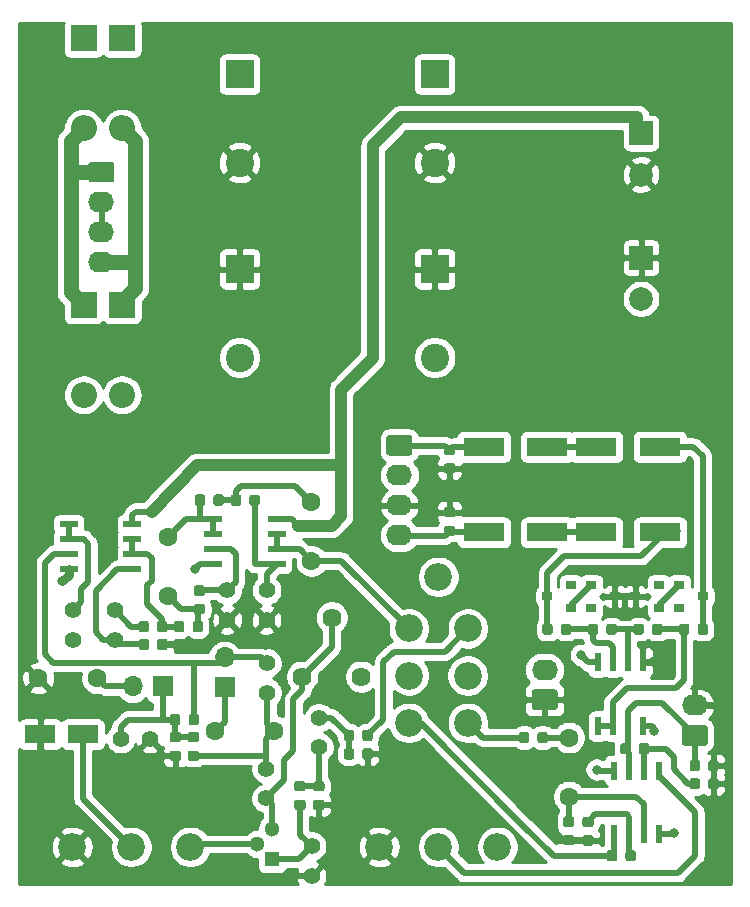
<source format=gtl>
G04 #@! TF.GenerationSoftware,KiCad,Pcbnew,5.0.1-33cea8e~67~ubuntu18.04.1*
G04 #@! TF.CreationDate,2018-10-21T17:35:32+02:00*
G04 #@! TF.ProjectId,CondorCabSim,436F6E646F7243616253696D2E6B6963,rev?*
G04 #@! TF.SameCoordinates,Original*
G04 #@! TF.FileFunction,Copper,L1,Top,Signal*
G04 #@! TF.FilePolarity,Positive*
%FSLAX46Y46*%
G04 Gerber Fmt 4.6, Leading zero omitted, Abs format (unit mm)*
G04 Created by KiCad (PCBNEW 5.0.1-33cea8e~67~ubuntu18.04.1) date Sun 21 Oct 2018 05:35:32 PM CEST*
%MOMM*%
%LPD*%
G01*
G04 APERTURE LIST*
G04 #@! TA.AperFunction,ComponentPad*
%ADD10C,2.340000*%
G04 #@! TD*
G04 #@! TA.AperFunction,ComponentPad*
%ADD11O,2.200000X1.740000*%
G04 #@! TD*
G04 #@! TA.AperFunction,Conductor*
%ADD12C,0.100000*%
G04 #@! TD*
G04 #@! TA.AperFunction,ComponentPad*
%ADD13C,1.740000*%
G04 #@! TD*
G04 #@! TA.AperFunction,ComponentPad*
%ADD14C,1.400000*%
G04 #@! TD*
G04 #@! TA.AperFunction,SMDPad,CuDef*
%ADD15C,0.875000*%
G04 #@! TD*
G04 #@! TA.AperFunction,ComponentPad*
%ADD16C,1.300000*%
G04 #@! TD*
G04 #@! TA.AperFunction,ComponentPad*
%ADD17R,1.300000X1.300000*%
G04 #@! TD*
G04 #@! TA.AperFunction,ComponentPad*
%ADD18C,2.000000*%
G04 #@! TD*
G04 #@! TA.AperFunction,ComponentPad*
%ADD19R,2.000000X2.000000*%
G04 #@! TD*
G04 #@! TA.AperFunction,ComponentPad*
%ADD20R,2.400000X2.400000*%
G04 #@! TD*
G04 #@! TA.AperFunction,ComponentPad*
%ADD21C,2.400000*%
G04 #@! TD*
G04 #@! TA.AperFunction,SMDPad,CuDef*
%ADD22R,0.900000X0.800000*%
G04 #@! TD*
G04 #@! TA.AperFunction,ComponentPad*
%ADD23C,1.620000*%
G04 #@! TD*
G04 #@! TA.AperFunction,SMDPad,CuDef*
%ADD24R,2.600000X1.600000*%
G04 #@! TD*
G04 #@! TA.AperFunction,ComponentPad*
%ADD25C,1.600000*%
G04 #@! TD*
G04 #@! TA.AperFunction,SMDPad,CuDef*
%ADD26R,3.500000X1.600000*%
G04 #@! TD*
G04 #@! TA.AperFunction,ComponentPad*
%ADD27O,1.700000X1.700000*%
G04 #@! TD*
G04 #@! TA.AperFunction,ComponentPad*
%ADD28R,1.700000X1.700000*%
G04 #@! TD*
G04 #@! TA.AperFunction,SMDPad,CuDef*
%ADD29R,1.550000X0.600000*%
G04 #@! TD*
G04 #@! TA.AperFunction,SMDPad,CuDef*
%ADD30R,0.600000X1.550000*%
G04 #@! TD*
G04 #@! TA.AperFunction,ComponentPad*
%ADD31R,2.200000X2.200000*%
G04 #@! TD*
G04 #@! TA.AperFunction,ComponentPad*
%ADD32O,2.200000X2.200000*%
G04 #@! TD*
G04 #@! TA.AperFunction,ViaPad*
%ADD33C,0.800000*%
G04 #@! TD*
G04 #@! TA.AperFunction,Conductor*
%ADD34C,0.500000*%
G04 #@! TD*
G04 #@! TA.AperFunction,Conductor*
%ADD35C,1.000000*%
G04 #@! TD*
G04 #@! TA.AperFunction,Conductor*
%ADD36C,0.750000*%
G04 #@! TD*
G04 #@! TA.AperFunction,Conductor*
%ADD37C,1.250000*%
G04 #@! TD*
G04 #@! TA.AperFunction,Conductor*
%ADD38C,0.254000*%
G04 #@! TD*
G04 APERTURE END LIST*
D10*
G04 #@! TO.P,RV1,3*
G04 #@! TO.N,Net-(RV1-Pad3)*
X168160000Y-114300000D03*
G04 #@! TO.P,RV1,2*
G04 #@! TO.N,Net-(RV1-Pad2)*
X163160000Y-114300000D03*
G04 #@! TO.P,RV1,1*
G04 #@! TO.N,GND*
X158160000Y-114300000D03*
G04 #@! TO.P,RV1,5*
G04 #@! TO.N,Net-(RV1-Pad3)*
X160660000Y-99790000D03*
G04 #@! TO.P,RV1,4*
G04 #@! TO.N,Net-(R37-Pad1)*
X160660000Y-103800000D03*
G04 #@! TO.P,RV1,7*
G04 #@! TO.N,Net-(R1-Pad2)*
X165660000Y-103800000D03*
G04 #@! TO.P,RV1,6*
G04 #@! TO.N,Net-(C27-Pad1)*
X160660000Y-95800000D03*
G04 #@! TO.P,RV1,9*
G04 #@! TO.N,Net-(R34-Pad2)*
X165660000Y-95800000D03*
G04 #@! TO.P,RV1,8*
G04 #@! TO.N,Net-(J1-Pad2)*
X165650000Y-99800000D03*
G04 #@! TO.P,RV1,10*
G04 #@! TO.N,N/C*
X163160000Y-91440000D03*
G04 #@! TD*
D11*
G04 #@! TO.P,J2,4*
G04 #@! TO.N,Net-(C37-Pad2)*
X134632700Y-64770000D03*
G04 #@! TO.P,J2,3*
G04 #@! TO.N,GND*
X134632700Y-62230000D03*
G04 #@! TO.P,J2,2*
X134632700Y-59690000D03*
D12*
G04 #@! TD*
G04 #@! TO.N,Net-(C39-Pad2)*
G04 #@! TO.C,J2*
G36*
X135507205Y-56281204D02*
X135531473Y-56284804D01*
X135555272Y-56290765D01*
X135578371Y-56299030D01*
X135600550Y-56309520D01*
X135621593Y-56322132D01*
X135641299Y-56336747D01*
X135659477Y-56353223D01*
X135675953Y-56371401D01*
X135690568Y-56391107D01*
X135703180Y-56412150D01*
X135713670Y-56434329D01*
X135721935Y-56457428D01*
X135727896Y-56481227D01*
X135731496Y-56505495D01*
X135732700Y-56529999D01*
X135732700Y-57770001D01*
X135731496Y-57794505D01*
X135727896Y-57818773D01*
X135721935Y-57842572D01*
X135713670Y-57865671D01*
X135703180Y-57887850D01*
X135690568Y-57908893D01*
X135675953Y-57928599D01*
X135659477Y-57946777D01*
X135641299Y-57963253D01*
X135621593Y-57977868D01*
X135600550Y-57990480D01*
X135578371Y-58000970D01*
X135555272Y-58009235D01*
X135531473Y-58015196D01*
X135507205Y-58018796D01*
X135482701Y-58020000D01*
X133782699Y-58020000D01*
X133758195Y-58018796D01*
X133733927Y-58015196D01*
X133710128Y-58009235D01*
X133687029Y-58000970D01*
X133664850Y-57990480D01*
X133643807Y-57977868D01*
X133624101Y-57963253D01*
X133605923Y-57946777D01*
X133589447Y-57928599D01*
X133574832Y-57908893D01*
X133562220Y-57887850D01*
X133551730Y-57865671D01*
X133543465Y-57842572D01*
X133537504Y-57818773D01*
X133533904Y-57794505D01*
X133532700Y-57770001D01*
X133532700Y-56529999D01*
X133533904Y-56505495D01*
X133537504Y-56481227D01*
X133543465Y-56457428D01*
X133551730Y-56434329D01*
X133562220Y-56412150D01*
X133574832Y-56391107D01*
X133589447Y-56371401D01*
X133605923Y-56353223D01*
X133624101Y-56336747D01*
X133643807Y-56322132D01*
X133664850Y-56309520D01*
X133687029Y-56299030D01*
X133710128Y-56290765D01*
X133733927Y-56284804D01*
X133758195Y-56281204D01*
X133782699Y-56280000D01*
X135482701Y-56280000D01*
X135507205Y-56281204D01*
X135507205Y-56281204D01*
G37*
D13*
G04 #@! TO.P,J2,1*
G04 #@! TO.N,Net-(C39-Pad2)*
X134632700Y-57150000D03*
G04 #@! TD*
D14*
G04 #@! TO.P,C2,2*
G04 #@! TO.N,Net-(C2-Pad2)*
X153035000Y-105857680D03*
G04 #@! TO.P,C2,1*
G04 #@! TO.N,Net-(C2-Pad1)*
X153035000Y-103357680D03*
G04 #@! TD*
D12*
G04 #@! TO.N,Net-(C8-Pad1)*
G04 #@! TO.C,R8*
G36*
X141108491Y-103046293D02*
X141129726Y-103049443D01*
X141150550Y-103054659D01*
X141170762Y-103061891D01*
X141190168Y-103071070D01*
X141208581Y-103082106D01*
X141225824Y-103094894D01*
X141241730Y-103109310D01*
X141256146Y-103125216D01*
X141268934Y-103142459D01*
X141279970Y-103160872D01*
X141289149Y-103180278D01*
X141296381Y-103200490D01*
X141301597Y-103221314D01*
X141304747Y-103242549D01*
X141305800Y-103263990D01*
X141305800Y-103776490D01*
X141304747Y-103797931D01*
X141301597Y-103819166D01*
X141296381Y-103839990D01*
X141289149Y-103860202D01*
X141279970Y-103879608D01*
X141268934Y-103898021D01*
X141256146Y-103915264D01*
X141241730Y-103931170D01*
X141225824Y-103945586D01*
X141208581Y-103958374D01*
X141190168Y-103969410D01*
X141170762Y-103978589D01*
X141150550Y-103985821D01*
X141129726Y-103991037D01*
X141108491Y-103994187D01*
X141087050Y-103995240D01*
X140649550Y-103995240D01*
X140628109Y-103994187D01*
X140606874Y-103991037D01*
X140586050Y-103985821D01*
X140565838Y-103978589D01*
X140546432Y-103969410D01*
X140528019Y-103958374D01*
X140510776Y-103945586D01*
X140494870Y-103931170D01*
X140480454Y-103915264D01*
X140467666Y-103898021D01*
X140456630Y-103879608D01*
X140447451Y-103860202D01*
X140440219Y-103839990D01*
X140435003Y-103819166D01*
X140431853Y-103797931D01*
X140430800Y-103776490D01*
X140430800Y-103263990D01*
X140431853Y-103242549D01*
X140435003Y-103221314D01*
X140440219Y-103200490D01*
X140447451Y-103180278D01*
X140456630Y-103160872D01*
X140467666Y-103142459D01*
X140480454Y-103125216D01*
X140494870Y-103109310D01*
X140510776Y-103094894D01*
X140528019Y-103082106D01*
X140546432Y-103071070D01*
X140565838Y-103061891D01*
X140586050Y-103054659D01*
X140606874Y-103049443D01*
X140628109Y-103046293D01*
X140649550Y-103045240D01*
X141087050Y-103045240D01*
X141108491Y-103046293D01*
X141108491Y-103046293D01*
G37*
D15*
G04 #@! TD*
G04 #@! TO.P,R8,2*
G04 #@! TO.N,Net-(C8-Pad1)*
X140868300Y-103520240D03*
D12*
G04 #@! TO.N,Net-(C7-Pad1)*
G04 #@! TO.C,R8*
G36*
X142683491Y-103046293D02*
X142704726Y-103049443D01*
X142725550Y-103054659D01*
X142745762Y-103061891D01*
X142765168Y-103071070D01*
X142783581Y-103082106D01*
X142800824Y-103094894D01*
X142816730Y-103109310D01*
X142831146Y-103125216D01*
X142843934Y-103142459D01*
X142854970Y-103160872D01*
X142864149Y-103180278D01*
X142871381Y-103200490D01*
X142876597Y-103221314D01*
X142879747Y-103242549D01*
X142880800Y-103263990D01*
X142880800Y-103776490D01*
X142879747Y-103797931D01*
X142876597Y-103819166D01*
X142871381Y-103839990D01*
X142864149Y-103860202D01*
X142854970Y-103879608D01*
X142843934Y-103898021D01*
X142831146Y-103915264D01*
X142816730Y-103931170D01*
X142800824Y-103945586D01*
X142783581Y-103958374D01*
X142765168Y-103969410D01*
X142745762Y-103978589D01*
X142725550Y-103985821D01*
X142704726Y-103991037D01*
X142683491Y-103994187D01*
X142662050Y-103995240D01*
X142224550Y-103995240D01*
X142203109Y-103994187D01*
X142181874Y-103991037D01*
X142161050Y-103985821D01*
X142140838Y-103978589D01*
X142121432Y-103969410D01*
X142103019Y-103958374D01*
X142085776Y-103945586D01*
X142069870Y-103931170D01*
X142055454Y-103915264D01*
X142042666Y-103898021D01*
X142031630Y-103879608D01*
X142022451Y-103860202D01*
X142015219Y-103839990D01*
X142010003Y-103819166D01*
X142006853Y-103797931D01*
X142005800Y-103776490D01*
X142005800Y-103263990D01*
X142006853Y-103242549D01*
X142010003Y-103221314D01*
X142015219Y-103200490D01*
X142022451Y-103180278D01*
X142031630Y-103160872D01*
X142042666Y-103142459D01*
X142055454Y-103125216D01*
X142069870Y-103109310D01*
X142085776Y-103094894D01*
X142103019Y-103082106D01*
X142121432Y-103071070D01*
X142140838Y-103061891D01*
X142161050Y-103054659D01*
X142181874Y-103049443D01*
X142203109Y-103046293D01*
X142224550Y-103045240D01*
X142662050Y-103045240D01*
X142683491Y-103046293D01*
X142683491Y-103046293D01*
G37*
D15*
G04 #@! TD*
G04 #@! TO.P,R8,1*
G04 #@! TO.N,Net-(C7-Pad1)*
X142443300Y-103520240D03*
D16*
G04 #@! TO.P,Q1,2*
G04 #@! TO.N,Net-(Q1-Pad2)*
X147828000Y-114046000D03*
G04 #@! TO.P,Q1,3*
G04 #@! TO.N,Net-(C5-Pad2)*
X149098000Y-112776000D03*
D17*
G04 #@! TO.P,Q1,1*
G04 #@! TO.N,Net-(C3-Pad2)*
X149098000Y-115316000D03*
G04 #@! TD*
D14*
G04 #@! TO.P,C5,2*
G04 #@! TO.N,Net-(C5-Pad2)*
X148584920Y-110180120D03*
G04 #@! TO.P,C5,1*
G04 #@! TO.N,Net-(C5-Pad1)*
X148584920Y-107680120D03*
G04 #@! TD*
D18*
G04 #@! TO.P,C32,2*
G04 #@! TO.N,-15V*
X180319680Y-67894080D03*
D19*
G04 #@! TO.P,C32,1*
G04 #@! TO.N,GND*
X180319680Y-64394080D03*
G04 #@! TD*
G04 #@! TO.P,C31,1*
G04 #@! TO.N,+15V*
X180319680Y-53864520D03*
D18*
G04 #@! TO.P,C31,2*
G04 #@! TO.N,GND*
X180319680Y-57364520D03*
G04 #@! TD*
D20*
G04 #@! TO.P,C10,1*
G04 #@! TO.N,Net-(C10-Pad1)*
X146329400Y-48864520D03*
D21*
G04 #@! TO.P,C10,2*
G04 #@! TO.N,GND*
X146329400Y-56364520D03*
G04 #@! TD*
G04 #@! TO.P,C12,2*
G04 #@! TO.N,GND*
X162849560Y-56364520D03*
D20*
G04 #@! TO.P,C12,1*
G04 #@! TO.N,Net-(C12-Pad1)*
X162849560Y-48864520D03*
G04 #@! TD*
D22*
G04 #@! TO.P,D13,1*
G04 #@! TO.N,Net-(C19-Pad1)*
X172387260Y-93085920D03*
G04 #@! TO.P,D13,*
G04 #@! TO.N,*
X174387260Y-92135920D03*
G04 #@! TO.P,D13,2*
G04 #@! TO.N,Net-(D13-Pad2)*
X174387260Y-94035920D03*
G04 #@! TD*
D23*
G04 #@! TO.P,RV2,3*
G04 #@! TO.N,Net-(C5-Pad2)*
X151629100Y-99872800D03*
G04 #@! TO.P,RV2,2*
X154129100Y-94872800D03*
G04 #@! TO.P,RV2,1*
G04 #@! TO.N,+15V*
X156629100Y-99872800D03*
G04 #@! TD*
D12*
G04 #@! TO.N,GND*
G04 #@! TO.C,R11*
G36*
X186688991Y-106942653D02*
X186710226Y-106945803D01*
X186731050Y-106951019D01*
X186751262Y-106958251D01*
X186770668Y-106967430D01*
X186789081Y-106978466D01*
X186806324Y-106991254D01*
X186822230Y-107005670D01*
X186836646Y-107021576D01*
X186849434Y-107038819D01*
X186860470Y-107057232D01*
X186869649Y-107076638D01*
X186876881Y-107096850D01*
X186882097Y-107117674D01*
X186885247Y-107138909D01*
X186886300Y-107160350D01*
X186886300Y-107672850D01*
X186885247Y-107694291D01*
X186882097Y-107715526D01*
X186876881Y-107736350D01*
X186869649Y-107756562D01*
X186860470Y-107775968D01*
X186849434Y-107794381D01*
X186836646Y-107811624D01*
X186822230Y-107827530D01*
X186806324Y-107841946D01*
X186789081Y-107854734D01*
X186770668Y-107865770D01*
X186751262Y-107874949D01*
X186731050Y-107882181D01*
X186710226Y-107887397D01*
X186688991Y-107890547D01*
X186667550Y-107891600D01*
X186230050Y-107891600D01*
X186208609Y-107890547D01*
X186187374Y-107887397D01*
X186166550Y-107882181D01*
X186146338Y-107874949D01*
X186126932Y-107865770D01*
X186108519Y-107854734D01*
X186091276Y-107841946D01*
X186075370Y-107827530D01*
X186060954Y-107811624D01*
X186048166Y-107794381D01*
X186037130Y-107775968D01*
X186027951Y-107756562D01*
X186020719Y-107736350D01*
X186015503Y-107715526D01*
X186012353Y-107694291D01*
X186011300Y-107672850D01*
X186011300Y-107160350D01*
X186012353Y-107138909D01*
X186015503Y-107117674D01*
X186020719Y-107096850D01*
X186027951Y-107076638D01*
X186037130Y-107057232D01*
X186048166Y-107038819D01*
X186060954Y-107021576D01*
X186075370Y-107005670D01*
X186091276Y-106991254D01*
X186108519Y-106978466D01*
X186126932Y-106967430D01*
X186146338Y-106958251D01*
X186166550Y-106951019D01*
X186187374Y-106945803D01*
X186208609Y-106942653D01*
X186230050Y-106941600D01*
X186667550Y-106941600D01*
X186688991Y-106942653D01*
X186688991Y-106942653D01*
G37*
D15*
G04 #@! TD*
G04 #@! TO.P,R11,2*
G04 #@! TO.N,GND*
X186448800Y-107416600D03*
D12*
G04 #@! TO.N,Net-(J6-Pad1)*
G04 #@! TO.C,R11*
G36*
X185113991Y-106942653D02*
X185135226Y-106945803D01*
X185156050Y-106951019D01*
X185176262Y-106958251D01*
X185195668Y-106967430D01*
X185214081Y-106978466D01*
X185231324Y-106991254D01*
X185247230Y-107005670D01*
X185261646Y-107021576D01*
X185274434Y-107038819D01*
X185285470Y-107057232D01*
X185294649Y-107076638D01*
X185301881Y-107096850D01*
X185307097Y-107117674D01*
X185310247Y-107138909D01*
X185311300Y-107160350D01*
X185311300Y-107672850D01*
X185310247Y-107694291D01*
X185307097Y-107715526D01*
X185301881Y-107736350D01*
X185294649Y-107756562D01*
X185285470Y-107775968D01*
X185274434Y-107794381D01*
X185261646Y-107811624D01*
X185247230Y-107827530D01*
X185231324Y-107841946D01*
X185214081Y-107854734D01*
X185195668Y-107865770D01*
X185176262Y-107874949D01*
X185156050Y-107882181D01*
X185135226Y-107887397D01*
X185113991Y-107890547D01*
X185092550Y-107891600D01*
X184655050Y-107891600D01*
X184633609Y-107890547D01*
X184612374Y-107887397D01*
X184591550Y-107882181D01*
X184571338Y-107874949D01*
X184551932Y-107865770D01*
X184533519Y-107854734D01*
X184516276Y-107841946D01*
X184500370Y-107827530D01*
X184485954Y-107811624D01*
X184473166Y-107794381D01*
X184462130Y-107775968D01*
X184452951Y-107756562D01*
X184445719Y-107736350D01*
X184440503Y-107715526D01*
X184437353Y-107694291D01*
X184436300Y-107672850D01*
X184436300Y-107160350D01*
X184437353Y-107138909D01*
X184440503Y-107117674D01*
X184445719Y-107096850D01*
X184452951Y-107076638D01*
X184462130Y-107057232D01*
X184473166Y-107038819D01*
X184485954Y-107021576D01*
X184500370Y-107005670D01*
X184516276Y-106991254D01*
X184533519Y-106978466D01*
X184551932Y-106967430D01*
X184571338Y-106958251D01*
X184591550Y-106951019D01*
X184612374Y-106945803D01*
X184633609Y-106942653D01*
X184655050Y-106941600D01*
X185092550Y-106941600D01*
X185113991Y-106942653D01*
X185113991Y-106942653D01*
G37*
D15*
G04 #@! TD*
G04 #@! TO.P,R11,1*
G04 #@! TO.N,Net-(J6-Pad1)*
X184873800Y-107416600D03*
D24*
G04 #@! TO.P,C4,1*
G04 #@! TO.N,GND*
X129458720Y-104754680D03*
G04 #@! TO.P,C4,2*
G04 #@! TO.N,Net-(C4-Pad2)*
X133058720Y-104754680D03*
G04 #@! TD*
D25*
G04 #@! TO.P,C1,1*
G04 #@! TO.N,Net-(C1-Pad1)*
X174231300Y-110032800D03*
G04 #@! TO.P,C1,2*
G04 #@! TO.N,Net-(C1-Pad2)*
X174231300Y-105032800D03*
G04 #@! TD*
D20*
G04 #@! TO.P,C11,1*
G04 #@! TO.N,GND*
X146329400Y-65369440D03*
D21*
G04 #@! TO.P,C11,2*
G04 #@! TO.N,Net-(C11-Pad2)*
X146329400Y-72869440D03*
G04 #@! TD*
D14*
G04 #@! TO.P,C7,1*
G04 #@! TO.N,Net-(C7-Pad1)*
X148671280Y-98739320D03*
G04 #@! TO.P,C7,2*
G04 #@! TO.N,Net-(C5-Pad1)*
X148671280Y-101239320D03*
G04 #@! TD*
G04 #@! TO.P,C8,2*
G04 #@! TO.N,GND*
X138755120Y-105125520D03*
G04 #@! TO.P,C8,1*
G04 #@! TO.N,Net-(C8-Pad1)*
X136255120Y-105125520D03*
G04 #@! TD*
D21*
G04 #@! TO.P,C13,2*
G04 #@! TO.N,Net-(C13-Pad2)*
X162849560Y-72869440D03*
D20*
G04 #@! TO.P,C13,1*
G04 #@! TO.N,GND*
X162849560Y-65369440D03*
G04 #@! TD*
D14*
G04 #@! TO.P,C14,1*
G04 #@! TO.N,Net-(C14-Pad1)*
X132191760Y-96753680D03*
G04 #@! TO.P,C14,2*
G04 #@! TO.N,Net-(C14-Pad2)*
X132191760Y-94253680D03*
G04 #@! TD*
G04 #@! TO.P,C15,2*
G04 #@! TO.N,Net-(C14-Pad1)*
X135747760Y-94253680D03*
G04 #@! TO.P,C15,1*
G04 #@! TO.N,Net-(C15-Pad1)*
X135747760Y-96753680D03*
G04 #@! TD*
D26*
G04 #@! TO.P,C18,2*
G04 #@! TO.N,Net-(C18-Pad2)*
X176507160Y-80426560D03*
G04 #@! TO.P,C18,1*
G04 #@! TO.N,Net-(C18-Pad1)*
X181907160Y-80426560D03*
G04 #@! TD*
G04 #@! TO.P,C19,2*
G04 #@! TO.N,Net-(C19-Pad2)*
X176507160Y-87665560D03*
G04 #@! TO.P,C19,1*
G04 #@! TO.N,Net-(C19-Pad1)*
X181907160Y-87665560D03*
G04 #@! TD*
G04 #@! TO.P,C20,1*
G04 #@! TO.N,Net-(C20-Pad1)*
X166997400Y-80426560D03*
G04 #@! TO.P,C20,2*
G04 #@! TO.N,Net-(C18-Pad2)*
X172397400Y-80426560D03*
G04 #@! TD*
G04 #@! TO.P,C21,1*
G04 #@! TO.N,Net-(C21-Pad1)*
X166997400Y-87665560D03*
G04 #@! TO.P,C21,2*
G04 #@! TO.N,Net-(C19-Pad2)*
X172397400Y-87665560D03*
G04 #@! TD*
D14*
G04 #@! TO.P,C26,1*
G04 #@! TO.N,Net-(C26-Pad1)*
X145288000Y-92570300D03*
G04 #@! TO.P,C26,2*
G04 #@! TO.N,GND*
X145288000Y-95070300D03*
G04 #@! TD*
G04 #@! TO.P,C28,1*
G04 #@! TO.N,Net-(C28-Pad1)*
X148615400Y-92572200D03*
G04 #@! TO.P,C28,2*
G04 #@! TO.N,GND*
X148615400Y-95072200D03*
G04 #@! TD*
D22*
G04 #@! TO.P,D11,1*
G04 #@! TO.N,Net-(C18-Pad1)*
X185544460Y-93085920D03*
G04 #@! TO.P,D11,*
G04 #@! TO.N,*
X183544460Y-94035920D03*
G04 #@! TO.P,D11,2*
G04 #@! TO.N,Net-(D11-Pad2)*
X183544460Y-92135920D03*
G04 #@! TD*
G04 #@! TO.P,D12,2*
G04 #@! TO.N,Net-(D11-Pad2)*
X181825392Y-94035920D03*
G04 #@! TO.P,D12,*
G04 #@! TO.N,*
X181825392Y-92135920D03*
G04 #@! TO.P,D12,1*
G04 #@! TO.N,GND*
X179825392Y-93085920D03*
G04 #@! TD*
G04 #@! TO.P,D14,2*
G04 #@! TO.N,Net-(D13-Pad2)*
X176106326Y-92135920D03*
G04 #@! TO.P,D14,*
G04 #@! TO.N,*
X176106326Y-94035920D03*
G04 #@! TO.P,D14,1*
G04 #@! TO.N,GND*
X178106326Y-93085920D03*
G04 #@! TD*
D12*
G04 #@! TO.N,Net-(C1-Pad2)*
G04 #@! TO.C,R1*
G36*
X172223591Y-104567753D02*
X172244826Y-104570903D01*
X172265650Y-104576119D01*
X172285862Y-104583351D01*
X172305268Y-104592530D01*
X172323681Y-104603566D01*
X172340924Y-104616354D01*
X172356830Y-104630770D01*
X172371246Y-104646676D01*
X172384034Y-104663919D01*
X172395070Y-104682332D01*
X172404249Y-104701738D01*
X172411481Y-104721950D01*
X172416697Y-104742774D01*
X172419847Y-104764009D01*
X172420900Y-104785450D01*
X172420900Y-105297950D01*
X172419847Y-105319391D01*
X172416697Y-105340626D01*
X172411481Y-105361450D01*
X172404249Y-105381662D01*
X172395070Y-105401068D01*
X172384034Y-105419481D01*
X172371246Y-105436724D01*
X172356830Y-105452630D01*
X172340924Y-105467046D01*
X172323681Y-105479834D01*
X172305268Y-105490870D01*
X172285862Y-105500049D01*
X172265650Y-105507281D01*
X172244826Y-105512497D01*
X172223591Y-105515647D01*
X172202150Y-105516700D01*
X171764650Y-105516700D01*
X171743209Y-105515647D01*
X171721974Y-105512497D01*
X171701150Y-105507281D01*
X171680938Y-105500049D01*
X171661532Y-105490870D01*
X171643119Y-105479834D01*
X171625876Y-105467046D01*
X171609970Y-105452630D01*
X171595554Y-105436724D01*
X171582766Y-105419481D01*
X171571730Y-105401068D01*
X171562551Y-105381662D01*
X171555319Y-105361450D01*
X171550103Y-105340626D01*
X171546953Y-105319391D01*
X171545900Y-105297950D01*
X171545900Y-104785450D01*
X171546953Y-104764009D01*
X171550103Y-104742774D01*
X171555319Y-104721950D01*
X171562551Y-104701738D01*
X171571730Y-104682332D01*
X171582766Y-104663919D01*
X171595554Y-104646676D01*
X171609970Y-104630770D01*
X171625876Y-104616354D01*
X171643119Y-104603566D01*
X171661532Y-104592530D01*
X171680938Y-104583351D01*
X171701150Y-104576119D01*
X171721974Y-104570903D01*
X171743209Y-104567753D01*
X171764650Y-104566700D01*
X172202150Y-104566700D01*
X172223591Y-104567753D01*
X172223591Y-104567753D01*
G37*
D15*
G04 #@! TD*
G04 #@! TO.P,R1,1*
G04 #@! TO.N,Net-(C1-Pad2)*
X171983400Y-105041700D03*
D12*
G04 #@! TO.N,Net-(R1-Pad2)*
G04 #@! TO.C,R1*
G36*
X170648591Y-104567753D02*
X170669826Y-104570903D01*
X170690650Y-104576119D01*
X170710862Y-104583351D01*
X170730268Y-104592530D01*
X170748681Y-104603566D01*
X170765924Y-104616354D01*
X170781830Y-104630770D01*
X170796246Y-104646676D01*
X170809034Y-104663919D01*
X170820070Y-104682332D01*
X170829249Y-104701738D01*
X170836481Y-104721950D01*
X170841697Y-104742774D01*
X170844847Y-104764009D01*
X170845900Y-104785450D01*
X170845900Y-105297950D01*
X170844847Y-105319391D01*
X170841697Y-105340626D01*
X170836481Y-105361450D01*
X170829249Y-105381662D01*
X170820070Y-105401068D01*
X170809034Y-105419481D01*
X170796246Y-105436724D01*
X170781830Y-105452630D01*
X170765924Y-105467046D01*
X170748681Y-105479834D01*
X170730268Y-105490870D01*
X170710862Y-105500049D01*
X170690650Y-105507281D01*
X170669826Y-105512497D01*
X170648591Y-105515647D01*
X170627150Y-105516700D01*
X170189650Y-105516700D01*
X170168209Y-105515647D01*
X170146974Y-105512497D01*
X170126150Y-105507281D01*
X170105938Y-105500049D01*
X170086532Y-105490870D01*
X170068119Y-105479834D01*
X170050876Y-105467046D01*
X170034970Y-105452630D01*
X170020554Y-105436724D01*
X170007766Y-105419481D01*
X169996730Y-105401068D01*
X169987551Y-105381662D01*
X169980319Y-105361450D01*
X169975103Y-105340626D01*
X169971953Y-105319391D01*
X169970900Y-105297950D01*
X169970900Y-104785450D01*
X169971953Y-104764009D01*
X169975103Y-104742774D01*
X169980319Y-104721950D01*
X169987551Y-104701738D01*
X169996730Y-104682332D01*
X170007766Y-104663919D01*
X170020554Y-104646676D01*
X170034970Y-104630770D01*
X170050876Y-104616354D01*
X170068119Y-104603566D01*
X170086532Y-104592530D01*
X170105938Y-104583351D01*
X170126150Y-104576119D01*
X170146974Y-104570903D01*
X170168209Y-104567753D01*
X170189650Y-104566700D01*
X170627150Y-104566700D01*
X170648591Y-104567753D01*
X170648591Y-104567753D01*
G37*
D15*
G04 #@! TD*
G04 #@! TO.P,R1,2*
G04 #@! TO.N,Net-(R1-Pad2)*
X170408400Y-105041700D03*
D12*
G04 #@! TO.N,GND*
G04 #@! TO.C,R2*
G36*
X174470891Y-113292053D02*
X174492126Y-113295203D01*
X174512950Y-113300419D01*
X174533162Y-113307651D01*
X174552568Y-113316830D01*
X174570981Y-113327866D01*
X174588224Y-113340654D01*
X174604130Y-113355070D01*
X174618546Y-113370976D01*
X174631334Y-113388219D01*
X174642370Y-113406632D01*
X174651549Y-113426038D01*
X174658781Y-113446250D01*
X174663997Y-113467074D01*
X174667147Y-113488309D01*
X174668200Y-113509750D01*
X174668200Y-113947250D01*
X174667147Y-113968691D01*
X174663997Y-113989926D01*
X174658781Y-114010750D01*
X174651549Y-114030962D01*
X174642370Y-114050368D01*
X174631334Y-114068781D01*
X174618546Y-114086024D01*
X174604130Y-114101930D01*
X174588224Y-114116346D01*
X174570981Y-114129134D01*
X174552568Y-114140170D01*
X174533162Y-114149349D01*
X174512950Y-114156581D01*
X174492126Y-114161797D01*
X174470891Y-114164947D01*
X174449450Y-114166000D01*
X173936950Y-114166000D01*
X173915509Y-114164947D01*
X173894274Y-114161797D01*
X173873450Y-114156581D01*
X173853238Y-114149349D01*
X173833832Y-114140170D01*
X173815419Y-114129134D01*
X173798176Y-114116346D01*
X173782270Y-114101930D01*
X173767854Y-114086024D01*
X173755066Y-114068781D01*
X173744030Y-114050368D01*
X173734851Y-114030962D01*
X173727619Y-114010750D01*
X173722403Y-113989926D01*
X173719253Y-113968691D01*
X173718200Y-113947250D01*
X173718200Y-113509750D01*
X173719253Y-113488309D01*
X173722403Y-113467074D01*
X173727619Y-113446250D01*
X173734851Y-113426038D01*
X173744030Y-113406632D01*
X173755066Y-113388219D01*
X173767854Y-113370976D01*
X173782270Y-113355070D01*
X173798176Y-113340654D01*
X173815419Y-113327866D01*
X173833832Y-113316830D01*
X173853238Y-113307651D01*
X173873450Y-113300419D01*
X173894274Y-113295203D01*
X173915509Y-113292053D01*
X173936950Y-113291000D01*
X174449450Y-113291000D01*
X174470891Y-113292053D01*
X174470891Y-113292053D01*
G37*
D15*
G04 #@! TD*
G04 #@! TO.P,R2,2*
G04 #@! TO.N,GND*
X174193200Y-113728500D03*
D12*
G04 #@! TO.N,Net-(C1-Pad1)*
G04 #@! TO.C,R2*
G36*
X174470891Y-111717053D02*
X174492126Y-111720203D01*
X174512950Y-111725419D01*
X174533162Y-111732651D01*
X174552568Y-111741830D01*
X174570981Y-111752866D01*
X174588224Y-111765654D01*
X174604130Y-111780070D01*
X174618546Y-111795976D01*
X174631334Y-111813219D01*
X174642370Y-111831632D01*
X174651549Y-111851038D01*
X174658781Y-111871250D01*
X174663997Y-111892074D01*
X174667147Y-111913309D01*
X174668200Y-111934750D01*
X174668200Y-112372250D01*
X174667147Y-112393691D01*
X174663997Y-112414926D01*
X174658781Y-112435750D01*
X174651549Y-112455962D01*
X174642370Y-112475368D01*
X174631334Y-112493781D01*
X174618546Y-112511024D01*
X174604130Y-112526930D01*
X174588224Y-112541346D01*
X174570981Y-112554134D01*
X174552568Y-112565170D01*
X174533162Y-112574349D01*
X174512950Y-112581581D01*
X174492126Y-112586797D01*
X174470891Y-112589947D01*
X174449450Y-112591000D01*
X173936950Y-112591000D01*
X173915509Y-112589947D01*
X173894274Y-112586797D01*
X173873450Y-112581581D01*
X173853238Y-112574349D01*
X173833832Y-112565170D01*
X173815419Y-112554134D01*
X173798176Y-112541346D01*
X173782270Y-112526930D01*
X173767854Y-112511024D01*
X173755066Y-112493781D01*
X173744030Y-112475368D01*
X173734851Y-112455962D01*
X173727619Y-112435750D01*
X173722403Y-112414926D01*
X173719253Y-112393691D01*
X173718200Y-112372250D01*
X173718200Y-111934750D01*
X173719253Y-111913309D01*
X173722403Y-111892074D01*
X173727619Y-111871250D01*
X173734851Y-111851038D01*
X173744030Y-111831632D01*
X173755066Y-111813219D01*
X173767854Y-111795976D01*
X173782270Y-111780070D01*
X173798176Y-111765654D01*
X173815419Y-111752866D01*
X173833832Y-111741830D01*
X173853238Y-111732651D01*
X173873450Y-111725419D01*
X173894274Y-111720203D01*
X173915509Y-111717053D01*
X173936950Y-111716000D01*
X174449450Y-111716000D01*
X174470891Y-111717053D01*
X174470891Y-111717053D01*
G37*
D15*
G04 #@! TD*
G04 #@! TO.P,R2,1*
G04 #@! TO.N,Net-(C1-Pad1)*
X174193200Y-112153500D03*
D12*
G04 #@! TO.N,Net-(C2-Pad2)*
G04 #@! TO.C,R5*
G36*
X151717571Y-108717313D02*
X151738806Y-108720463D01*
X151759630Y-108725679D01*
X151779842Y-108732911D01*
X151799248Y-108742090D01*
X151817661Y-108753126D01*
X151834904Y-108765914D01*
X151850810Y-108780330D01*
X151865226Y-108796236D01*
X151878014Y-108813479D01*
X151889050Y-108831892D01*
X151898229Y-108851298D01*
X151905461Y-108871510D01*
X151910677Y-108892334D01*
X151913827Y-108913569D01*
X151914880Y-108935010D01*
X151914880Y-109372510D01*
X151913827Y-109393951D01*
X151910677Y-109415186D01*
X151905461Y-109436010D01*
X151898229Y-109456222D01*
X151889050Y-109475628D01*
X151878014Y-109494041D01*
X151865226Y-109511284D01*
X151850810Y-109527190D01*
X151834904Y-109541606D01*
X151817661Y-109554394D01*
X151799248Y-109565430D01*
X151779842Y-109574609D01*
X151759630Y-109581841D01*
X151738806Y-109587057D01*
X151717571Y-109590207D01*
X151696130Y-109591260D01*
X151183630Y-109591260D01*
X151162189Y-109590207D01*
X151140954Y-109587057D01*
X151120130Y-109581841D01*
X151099918Y-109574609D01*
X151080512Y-109565430D01*
X151062099Y-109554394D01*
X151044856Y-109541606D01*
X151028950Y-109527190D01*
X151014534Y-109511284D01*
X151001746Y-109494041D01*
X150990710Y-109475628D01*
X150981531Y-109456222D01*
X150974299Y-109436010D01*
X150969083Y-109415186D01*
X150965933Y-109393951D01*
X150964880Y-109372510D01*
X150964880Y-108935010D01*
X150965933Y-108913569D01*
X150969083Y-108892334D01*
X150974299Y-108871510D01*
X150981531Y-108851298D01*
X150990710Y-108831892D01*
X151001746Y-108813479D01*
X151014534Y-108796236D01*
X151028950Y-108780330D01*
X151044856Y-108765914D01*
X151062099Y-108753126D01*
X151080512Y-108742090D01*
X151099918Y-108732911D01*
X151120130Y-108725679D01*
X151140954Y-108720463D01*
X151162189Y-108717313D01*
X151183630Y-108716260D01*
X151696130Y-108716260D01*
X151717571Y-108717313D01*
X151717571Y-108717313D01*
G37*
D15*
G04 #@! TD*
G04 #@! TO.P,R5,2*
G04 #@! TO.N,Net-(C2-Pad2)*
X151439880Y-109153760D03*
D12*
G04 #@! TO.N,Net-(C3-Pad2)*
G04 #@! TO.C,R5*
G36*
X151717571Y-110292313D02*
X151738806Y-110295463D01*
X151759630Y-110300679D01*
X151779842Y-110307911D01*
X151799248Y-110317090D01*
X151817661Y-110328126D01*
X151834904Y-110340914D01*
X151850810Y-110355330D01*
X151865226Y-110371236D01*
X151878014Y-110388479D01*
X151889050Y-110406892D01*
X151898229Y-110426298D01*
X151905461Y-110446510D01*
X151910677Y-110467334D01*
X151913827Y-110488569D01*
X151914880Y-110510010D01*
X151914880Y-110947510D01*
X151913827Y-110968951D01*
X151910677Y-110990186D01*
X151905461Y-111011010D01*
X151898229Y-111031222D01*
X151889050Y-111050628D01*
X151878014Y-111069041D01*
X151865226Y-111086284D01*
X151850810Y-111102190D01*
X151834904Y-111116606D01*
X151817661Y-111129394D01*
X151799248Y-111140430D01*
X151779842Y-111149609D01*
X151759630Y-111156841D01*
X151738806Y-111162057D01*
X151717571Y-111165207D01*
X151696130Y-111166260D01*
X151183630Y-111166260D01*
X151162189Y-111165207D01*
X151140954Y-111162057D01*
X151120130Y-111156841D01*
X151099918Y-111149609D01*
X151080512Y-111140430D01*
X151062099Y-111129394D01*
X151044856Y-111116606D01*
X151028950Y-111102190D01*
X151014534Y-111086284D01*
X151001746Y-111069041D01*
X150990710Y-111050628D01*
X150981531Y-111031222D01*
X150974299Y-111011010D01*
X150969083Y-110990186D01*
X150965933Y-110968951D01*
X150964880Y-110947510D01*
X150964880Y-110510010D01*
X150965933Y-110488569D01*
X150969083Y-110467334D01*
X150974299Y-110446510D01*
X150981531Y-110426298D01*
X150990710Y-110406892D01*
X151001746Y-110388479D01*
X151014534Y-110371236D01*
X151028950Y-110355330D01*
X151044856Y-110340914D01*
X151062099Y-110328126D01*
X151080512Y-110317090D01*
X151099918Y-110307911D01*
X151120130Y-110300679D01*
X151140954Y-110295463D01*
X151162189Y-110292313D01*
X151183630Y-110291260D01*
X151696130Y-110291260D01*
X151717571Y-110292313D01*
X151717571Y-110292313D01*
G37*
D15*
G04 #@! TD*
G04 #@! TO.P,R5,1*
G04 #@! TO.N,Net-(C3-Pad2)*
X151439880Y-110728760D03*
D12*
G04 #@! TO.N,Net-(C2-Pad2)*
G04 #@! TO.C,R6*
G36*
X153322851Y-108727473D02*
X153344086Y-108730623D01*
X153364910Y-108735839D01*
X153385122Y-108743071D01*
X153404528Y-108752250D01*
X153422941Y-108763286D01*
X153440184Y-108776074D01*
X153456090Y-108790490D01*
X153470506Y-108806396D01*
X153483294Y-108823639D01*
X153494330Y-108842052D01*
X153503509Y-108861458D01*
X153510741Y-108881670D01*
X153515957Y-108902494D01*
X153519107Y-108923729D01*
X153520160Y-108945170D01*
X153520160Y-109382670D01*
X153519107Y-109404111D01*
X153515957Y-109425346D01*
X153510741Y-109446170D01*
X153503509Y-109466382D01*
X153494330Y-109485788D01*
X153483294Y-109504201D01*
X153470506Y-109521444D01*
X153456090Y-109537350D01*
X153440184Y-109551766D01*
X153422941Y-109564554D01*
X153404528Y-109575590D01*
X153385122Y-109584769D01*
X153364910Y-109592001D01*
X153344086Y-109597217D01*
X153322851Y-109600367D01*
X153301410Y-109601420D01*
X152788910Y-109601420D01*
X152767469Y-109600367D01*
X152746234Y-109597217D01*
X152725410Y-109592001D01*
X152705198Y-109584769D01*
X152685792Y-109575590D01*
X152667379Y-109564554D01*
X152650136Y-109551766D01*
X152634230Y-109537350D01*
X152619814Y-109521444D01*
X152607026Y-109504201D01*
X152595990Y-109485788D01*
X152586811Y-109466382D01*
X152579579Y-109446170D01*
X152574363Y-109425346D01*
X152571213Y-109404111D01*
X152570160Y-109382670D01*
X152570160Y-108945170D01*
X152571213Y-108923729D01*
X152574363Y-108902494D01*
X152579579Y-108881670D01*
X152586811Y-108861458D01*
X152595990Y-108842052D01*
X152607026Y-108823639D01*
X152619814Y-108806396D01*
X152634230Y-108790490D01*
X152650136Y-108776074D01*
X152667379Y-108763286D01*
X152685792Y-108752250D01*
X152705198Y-108743071D01*
X152725410Y-108735839D01*
X152746234Y-108730623D01*
X152767469Y-108727473D01*
X152788910Y-108726420D01*
X153301410Y-108726420D01*
X153322851Y-108727473D01*
X153322851Y-108727473D01*
G37*
D15*
G04 #@! TD*
G04 #@! TO.P,R6,1*
G04 #@! TO.N,Net-(C2-Pad2)*
X153045160Y-109163920D03*
D12*
G04 #@! TO.N,GND*
G04 #@! TO.C,R6*
G36*
X153322851Y-110302473D02*
X153344086Y-110305623D01*
X153364910Y-110310839D01*
X153385122Y-110318071D01*
X153404528Y-110327250D01*
X153422941Y-110338286D01*
X153440184Y-110351074D01*
X153456090Y-110365490D01*
X153470506Y-110381396D01*
X153483294Y-110398639D01*
X153494330Y-110417052D01*
X153503509Y-110436458D01*
X153510741Y-110456670D01*
X153515957Y-110477494D01*
X153519107Y-110498729D01*
X153520160Y-110520170D01*
X153520160Y-110957670D01*
X153519107Y-110979111D01*
X153515957Y-111000346D01*
X153510741Y-111021170D01*
X153503509Y-111041382D01*
X153494330Y-111060788D01*
X153483294Y-111079201D01*
X153470506Y-111096444D01*
X153456090Y-111112350D01*
X153440184Y-111126766D01*
X153422941Y-111139554D01*
X153404528Y-111150590D01*
X153385122Y-111159769D01*
X153364910Y-111167001D01*
X153344086Y-111172217D01*
X153322851Y-111175367D01*
X153301410Y-111176420D01*
X152788910Y-111176420D01*
X152767469Y-111175367D01*
X152746234Y-111172217D01*
X152725410Y-111167001D01*
X152705198Y-111159769D01*
X152685792Y-111150590D01*
X152667379Y-111139554D01*
X152650136Y-111126766D01*
X152634230Y-111112350D01*
X152619814Y-111096444D01*
X152607026Y-111079201D01*
X152595990Y-111060788D01*
X152586811Y-111041382D01*
X152579579Y-111021170D01*
X152574363Y-111000346D01*
X152571213Y-110979111D01*
X152570160Y-110957670D01*
X152570160Y-110520170D01*
X152571213Y-110498729D01*
X152574363Y-110477494D01*
X152579579Y-110456670D01*
X152586811Y-110436458D01*
X152595990Y-110417052D01*
X152607026Y-110398639D01*
X152619814Y-110381396D01*
X152634230Y-110365490D01*
X152650136Y-110351074D01*
X152667379Y-110338286D01*
X152685792Y-110327250D01*
X152705198Y-110318071D01*
X152725410Y-110310839D01*
X152746234Y-110305623D01*
X152767469Y-110302473D01*
X152788910Y-110301420D01*
X153301410Y-110301420D01*
X153322851Y-110302473D01*
X153322851Y-110302473D01*
G37*
D15*
G04 #@! TD*
G04 #@! TO.P,R6,2*
G04 #@! TO.N,GND*
X153045160Y-110738920D03*
D12*
G04 #@! TO.N,Net-(C8-Pad1)*
G04 #@! TO.C,R7*
G36*
X142690411Y-104567053D02*
X142711646Y-104570203D01*
X142732470Y-104575419D01*
X142752682Y-104582651D01*
X142772088Y-104591830D01*
X142790501Y-104602866D01*
X142807744Y-104615654D01*
X142823650Y-104630070D01*
X142838066Y-104645976D01*
X142850854Y-104663219D01*
X142861890Y-104681632D01*
X142871069Y-104701038D01*
X142878301Y-104721250D01*
X142883517Y-104742074D01*
X142886667Y-104763309D01*
X142887720Y-104784750D01*
X142887720Y-105222250D01*
X142886667Y-105243691D01*
X142883517Y-105264926D01*
X142878301Y-105285750D01*
X142871069Y-105305962D01*
X142861890Y-105325368D01*
X142850854Y-105343781D01*
X142838066Y-105361024D01*
X142823650Y-105376930D01*
X142807744Y-105391346D01*
X142790501Y-105404134D01*
X142772088Y-105415170D01*
X142752682Y-105424349D01*
X142732470Y-105431581D01*
X142711646Y-105436797D01*
X142690411Y-105439947D01*
X142668970Y-105441000D01*
X142156470Y-105441000D01*
X142135029Y-105439947D01*
X142113794Y-105436797D01*
X142092970Y-105431581D01*
X142072758Y-105424349D01*
X142053352Y-105415170D01*
X142034939Y-105404134D01*
X142017696Y-105391346D01*
X142001790Y-105376930D01*
X141987374Y-105361024D01*
X141974586Y-105343781D01*
X141963550Y-105325368D01*
X141954371Y-105305962D01*
X141947139Y-105285750D01*
X141941923Y-105264926D01*
X141938773Y-105243691D01*
X141937720Y-105222250D01*
X141937720Y-104784750D01*
X141938773Y-104763309D01*
X141941923Y-104742074D01*
X141947139Y-104721250D01*
X141954371Y-104701038D01*
X141963550Y-104681632D01*
X141974586Y-104663219D01*
X141987374Y-104645976D01*
X142001790Y-104630070D01*
X142017696Y-104615654D01*
X142034939Y-104602866D01*
X142053352Y-104591830D01*
X142072758Y-104582651D01*
X142092970Y-104575419D01*
X142113794Y-104570203D01*
X142135029Y-104567053D01*
X142156470Y-104566000D01*
X142668970Y-104566000D01*
X142690411Y-104567053D01*
X142690411Y-104567053D01*
G37*
D15*
G04 #@! TD*
G04 #@! TO.P,R7,1*
G04 #@! TO.N,Net-(C8-Pad1)*
X142412720Y-105003500D03*
D12*
G04 #@! TO.N,Net-(C5-Pad1)*
G04 #@! TO.C,R7*
G36*
X142690411Y-106142053D02*
X142711646Y-106145203D01*
X142732470Y-106150419D01*
X142752682Y-106157651D01*
X142772088Y-106166830D01*
X142790501Y-106177866D01*
X142807744Y-106190654D01*
X142823650Y-106205070D01*
X142838066Y-106220976D01*
X142850854Y-106238219D01*
X142861890Y-106256632D01*
X142871069Y-106276038D01*
X142878301Y-106296250D01*
X142883517Y-106317074D01*
X142886667Y-106338309D01*
X142887720Y-106359750D01*
X142887720Y-106797250D01*
X142886667Y-106818691D01*
X142883517Y-106839926D01*
X142878301Y-106860750D01*
X142871069Y-106880962D01*
X142861890Y-106900368D01*
X142850854Y-106918781D01*
X142838066Y-106936024D01*
X142823650Y-106951930D01*
X142807744Y-106966346D01*
X142790501Y-106979134D01*
X142772088Y-106990170D01*
X142752682Y-106999349D01*
X142732470Y-107006581D01*
X142711646Y-107011797D01*
X142690411Y-107014947D01*
X142668970Y-107016000D01*
X142156470Y-107016000D01*
X142135029Y-107014947D01*
X142113794Y-107011797D01*
X142092970Y-107006581D01*
X142072758Y-106999349D01*
X142053352Y-106990170D01*
X142034939Y-106979134D01*
X142017696Y-106966346D01*
X142001790Y-106951930D01*
X141987374Y-106936024D01*
X141974586Y-106918781D01*
X141963550Y-106900368D01*
X141954371Y-106880962D01*
X141947139Y-106860750D01*
X141941923Y-106839926D01*
X141938773Y-106818691D01*
X141937720Y-106797250D01*
X141937720Y-106359750D01*
X141938773Y-106338309D01*
X141941923Y-106317074D01*
X141947139Y-106296250D01*
X141954371Y-106276038D01*
X141963550Y-106256632D01*
X141974586Y-106238219D01*
X141987374Y-106220976D01*
X142001790Y-106205070D01*
X142017696Y-106190654D01*
X142034939Y-106177866D01*
X142053352Y-106166830D01*
X142072758Y-106157651D01*
X142092970Y-106150419D01*
X142113794Y-106145203D01*
X142135029Y-106142053D01*
X142156470Y-106141000D01*
X142668970Y-106141000D01*
X142690411Y-106142053D01*
X142690411Y-106142053D01*
G37*
D15*
G04 #@! TD*
G04 #@! TO.P,R7,2*
G04 #@! TO.N,Net-(C5-Pad1)*
X142412720Y-106578500D03*
D12*
G04 #@! TO.N,Net-(C8-Pad1)*
G04 #@! TO.C,R9*
G36*
X141171491Y-104561973D02*
X141192726Y-104565123D01*
X141213550Y-104570339D01*
X141233762Y-104577571D01*
X141253168Y-104586750D01*
X141271581Y-104597786D01*
X141288824Y-104610574D01*
X141304730Y-104624990D01*
X141319146Y-104640896D01*
X141331934Y-104658139D01*
X141342970Y-104676552D01*
X141352149Y-104695958D01*
X141359381Y-104716170D01*
X141364597Y-104736994D01*
X141367747Y-104758229D01*
X141368800Y-104779670D01*
X141368800Y-105217170D01*
X141367747Y-105238611D01*
X141364597Y-105259846D01*
X141359381Y-105280670D01*
X141352149Y-105300882D01*
X141342970Y-105320288D01*
X141331934Y-105338701D01*
X141319146Y-105355944D01*
X141304730Y-105371850D01*
X141288824Y-105386266D01*
X141271581Y-105399054D01*
X141253168Y-105410090D01*
X141233762Y-105419269D01*
X141213550Y-105426501D01*
X141192726Y-105431717D01*
X141171491Y-105434867D01*
X141150050Y-105435920D01*
X140637550Y-105435920D01*
X140616109Y-105434867D01*
X140594874Y-105431717D01*
X140574050Y-105426501D01*
X140553838Y-105419269D01*
X140534432Y-105410090D01*
X140516019Y-105399054D01*
X140498776Y-105386266D01*
X140482870Y-105371850D01*
X140468454Y-105355944D01*
X140455666Y-105338701D01*
X140444630Y-105320288D01*
X140435451Y-105300882D01*
X140428219Y-105280670D01*
X140423003Y-105259846D01*
X140419853Y-105238611D01*
X140418800Y-105217170D01*
X140418800Y-104779670D01*
X140419853Y-104758229D01*
X140423003Y-104736994D01*
X140428219Y-104716170D01*
X140435451Y-104695958D01*
X140444630Y-104676552D01*
X140455666Y-104658139D01*
X140468454Y-104640896D01*
X140482870Y-104624990D01*
X140498776Y-104610574D01*
X140516019Y-104597786D01*
X140534432Y-104586750D01*
X140553838Y-104577571D01*
X140574050Y-104570339D01*
X140594874Y-104565123D01*
X140616109Y-104561973D01*
X140637550Y-104560920D01*
X141150050Y-104560920D01*
X141171491Y-104561973D01*
X141171491Y-104561973D01*
G37*
D15*
G04 #@! TD*
G04 #@! TO.P,R9,1*
G04 #@! TO.N,Net-(C8-Pad1)*
X140893800Y-104998420D03*
D12*
G04 #@! TO.N,GND*
G04 #@! TO.C,R9*
G36*
X141171491Y-106136973D02*
X141192726Y-106140123D01*
X141213550Y-106145339D01*
X141233762Y-106152571D01*
X141253168Y-106161750D01*
X141271581Y-106172786D01*
X141288824Y-106185574D01*
X141304730Y-106199990D01*
X141319146Y-106215896D01*
X141331934Y-106233139D01*
X141342970Y-106251552D01*
X141352149Y-106270958D01*
X141359381Y-106291170D01*
X141364597Y-106311994D01*
X141367747Y-106333229D01*
X141368800Y-106354670D01*
X141368800Y-106792170D01*
X141367747Y-106813611D01*
X141364597Y-106834846D01*
X141359381Y-106855670D01*
X141352149Y-106875882D01*
X141342970Y-106895288D01*
X141331934Y-106913701D01*
X141319146Y-106930944D01*
X141304730Y-106946850D01*
X141288824Y-106961266D01*
X141271581Y-106974054D01*
X141253168Y-106985090D01*
X141233762Y-106994269D01*
X141213550Y-107001501D01*
X141192726Y-107006717D01*
X141171491Y-107009867D01*
X141150050Y-107010920D01*
X140637550Y-107010920D01*
X140616109Y-107009867D01*
X140594874Y-107006717D01*
X140574050Y-107001501D01*
X140553838Y-106994269D01*
X140534432Y-106985090D01*
X140516019Y-106974054D01*
X140498776Y-106961266D01*
X140482870Y-106946850D01*
X140468454Y-106930944D01*
X140455666Y-106913701D01*
X140444630Y-106895288D01*
X140435451Y-106875882D01*
X140428219Y-106855670D01*
X140423003Y-106834846D01*
X140419853Y-106813611D01*
X140418800Y-106792170D01*
X140418800Y-106354670D01*
X140419853Y-106333229D01*
X140423003Y-106311994D01*
X140428219Y-106291170D01*
X140435451Y-106270958D01*
X140444630Y-106251552D01*
X140455666Y-106233139D01*
X140468454Y-106215896D01*
X140482870Y-106199990D01*
X140498776Y-106185574D01*
X140516019Y-106172786D01*
X140534432Y-106161750D01*
X140553838Y-106152571D01*
X140574050Y-106145339D01*
X140594874Y-106140123D01*
X140616109Y-106136973D01*
X140637550Y-106135920D01*
X141150050Y-106135920D01*
X141171491Y-106136973D01*
X141171491Y-106136973D01*
G37*
D15*
G04 #@! TD*
G04 #@! TO.P,R9,2*
G04 #@! TO.N,GND*
X140893800Y-106573420D03*
D12*
G04 #@! TO.N,Net-(C14-Pad1)*
G04 #@! TO.C,R14*
G36*
X138446571Y-95172293D02*
X138467806Y-95175443D01*
X138488630Y-95180659D01*
X138508842Y-95187891D01*
X138528248Y-95197070D01*
X138546661Y-95208106D01*
X138563904Y-95220894D01*
X138579810Y-95235310D01*
X138594226Y-95251216D01*
X138607014Y-95268459D01*
X138618050Y-95286872D01*
X138627229Y-95306278D01*
X138634461Y-95326490D01*
X138639677Y-95347314D01*
X138642827Y-95368549D01*
X138643880Y-95389990D01*
X138643880Y-95902490D01*
X138642827Y-95923931D01*
X138639677Y-95945166D01*
X138634461Y-95965990D01*
X138627229Y-95986202D01*
X138618050Y-96005608D01*
X138607014Y-96024021D01*
X138594226Y-96041264D01*
X138579810Y-96057170D01*
X138563904Y-96071586D01*
X138546661Y-96084374D01*
X138528248Y-96095410D01*
X138508842Y-96104589D01*
X138488630Y-96111821D01*
X138467806Y-96117037D01*
X138446571Y-96120187D01*
X138425130Y-96121240D01*
X137987630Y-96121240D01*
X137966189Y-96120187D01*
X137944954Y-96117037D01*
X137924130Y-96111821D01*
X137903918Y-96104589D01*
X137884512Y-96095410D01*
X137866099Y-96084374D01*
X137848856Y-96071586D01*
X137832950Y-96057170D01*
X137818534Y-96041264D01*
X137805746Y-96024021D01*
X137794710Y-96005608D01*
X137785531Y-95986202D01*
X137778299Y-95965990D01*
X137773083Y-95945166D01*
X137769933Y-95923931D01*
X137768880Y-95902490D01*
X137768880Y-95389990D01*
X137769933Y-95368549D01*
X137773083Y-95347314D01*
X137778299Y-95326490D01*
X137785531Y-95306278D01*
X137794710Y-95286872D01*
X137805746Y-95268459D01*
X137818534Y-95251216D01*
X137832950Y-95235310D01*
X137848856Y-95220894D01*
X137866099Y-95208106D01*
X137884512Y-95197070D01*
X137903918Y-95187891D01*
X137924130Y-95180659D01*
X137944954Y-95175443D01*
X137966189Y-95172293D01*
X137987630Y-95171240D01*
X138425130Y-95171240D01*
X138446571Y-95172293D01*
X138446571Y-95172293D01*
G37*
D15*
G04 #@! TD*
G04 #@! TO.P,R14,2*
G04 #@! TO.N,Net-(C14-Pad1)*
X138206380Y-95646240D03*
D12*
G04 #@! TO.N,Net-(R14-Pad1)*
G04 #@! TO.C,R14*
G36*
X140021571Y-95172293D02*
X140042806Y-95175443D01*
X140063630Y-95180659D01*
X140083842Y-95187891D01*
X140103248Y-95197070D01*
X140121661Y-95208106D01*
X140138904Y-95220894D01*
X140154810Y-95235310D01*
X140169226Y-95251216D01*
X140182014Y-95268459D01*
X140193050Y-95286872D01*
X140202229Y-95306278D01*
X140209461Y-95326490D01*
X140214677Y-95347314D01*
X140217827Y-95368549D01*
X140218880Y-95389990D01*
X140218880Y-95902490D01*
X140217827Y-95923931D01*
X140214677Y-95945166D01*
X140209461Y-95965990D01*
X140202229Y-95986202D01*
X140193050Y-96005608D01*
X140182014Y-96024021D01*
X140169226Y-96041264D01*
X140154810Y-96057170D01*
X140138904Y-96071586D01*
X140121661Y-96084374D01*
X140103248Y-96095410D01*
X140083842Y-96104589D01*
X140063630Y-96111821D01*
X140042806Y-96117037D01*
X140021571Y-96120187D01*
X140000130Y-96121240D01*
X139562630Y-96121240D01*
X139541189Y-96120187D01*
X139519954Y-96117037D01*
X139499130Y-96111821D01*
X139478918Y-96104589D01*
X139459512Y-96095410D01*
X139441099Y-96084374D01*
X139423856Y-96071586D01*
X139407950Y-96057170D01*
X139393534Y-96041264D01*
X139380746Y-96024021D01*
X139369710Y-96005608D01*
X139360531Y-95986202D01*
X139353299Y-95965990D01*
X139348083Y-95945166D01*
X139344933Y-95923931D01*
X139343880Y-95902490D01*
X139343880Y-95389990D01*
X139344933Y-95368549D01*
X139348083Y-95347314D01*
X139353299Y-95326490D01*
X139360531Y-95306278D01*
X139369710Y-95286872D01*
X139380746Y-95268459D01*
X139393534Y-95251216D01*
X139407950Y-95235310D01*
X139423856Y-95220894D01*
X139441099Y-95208106D01*
X139459512Y-95197070D01*
X139478918Y-95187891D01*
X139499130Y-95180659D01*
X139519954Y-95175443D01*
X139541189Y-95172293D01*
X139562630Y-95171240D01*
X140000130Y-95171240D01*
X140021571Y-95172293D01*
X140021571Y-95172293D01*
G37*
D15*
G04 #@! TD*
G04 #@! TO.P,R14,1*
G04 #@! TO.N,Net-(R14-Pad1)*
X139781380Y-95646240D03*
D12*
G04 #@! TO.N,Net-(R15-Pad1)*
G04 #@! TO.C,R15*
G36*
X181926817Y-95386044D02*
X181948052Y-95389194D01*
X181968876Y-95394410D01*
X181989088Y-95401642D01*
X182008494Y-95410821D01*
X182026907Y-95421857D01*
X182044150Y-95434645D01*
X182060056Y-95449061D01*
X182074472Y-95464967D01*
X182087260Y-95482210D01*
X182098296Y-95500623D01*
X182107475Y-95520029D01*
X182114707Y-95540241D01*
X182119923Y-95561065D01*
X182123073Y-95582300D01*
X182124126Y-95603741D01*
X182124126Y-96116241D01*
X182123073Y-96137682D01*
X182119923Y-96158917D01*
X182114707Y-96179741D01*
X182107475Y-96199953D01*
X182098296Y-96219359D01*
X182087260Y-96237772D01*
X182074472Y-96255015D01*
X182060056Y-96270921D01*
X182044150Y-96285337D01*
X182026907Y-96298125D01*
X182008494Y-96309161D01*
X181989088Y-96318340D01*
X181968876Y-96325572D01*
X181948052Y-96330788D01*
X181926817Y-96333938D01*
X181905376Y-96334991D01*
X181467876Y-96334991D01*
X181446435Y-96333938D01*
X181425200Y-96330788D01*
X181404376Y-96325572D01*
X181384164Y-96318340D01*
X181364758Y-96309161D01*
X181346345Y-96298125D01*
X181329102Y-96285337D01*
X181313196Y-96270921D01*
X181298780Y-96255015D01*
X181285992Y-96237772D01*
X181274956Y-96219359D01*
X181265777Y-96199953D01*
X181258545Y-96179741D01*
X181253329Y-96158917D01*
X181250179Y-96137682D01*
X181249126Y-96116241D01*
X181249126Y-95603741D01*
X181250179Y-95582300D01*
X181253329Y-95561065D01*
X181258545Y-95540241D01*
X181265777Y-95520029D01*
X181274956Y-95500623D01*
X181285992Y-95482210D01*
X181298780Y-95464967D01*
X181313196Y-95449061D01*
X181329102Y-95434645D01*
X181346345Y-95421857D01*
X181364758Y-95410821D01*
X181384164Y-95401642D01*
X181404376Y-95394410D01*
X181425200Y-95389194D01*
X181446435Y-95386044D01*
X181467876Y-95384991D01*
X181905376Y-95384991D01*
X181926817Y-95386044D01*
X181926817Y-95386044D01*
G37*
D15*
G04 #@! TD*
G04 #@! TO.P,R15,1*
G04 #@! TO.N,Net-(R15-Pad1)*
X181686626Y-95859991D03*
D12*
G04 #@! TO.N,Net-(R15-Pad2)*
G04 #@! TO.C,R15*
G36*
X180351817Y-95386044D02*
X180373052Y-95389194D01*
X180393876Y-95394410D01*
X180414088Y-95401642D01*
X180433494Y-95410821D01*
X180451907Y-95421857D01*
X180469150Y-95434645D01*
X180485056Y-95449061D01*
X180499472Y-95464967D01*
X180512260Y-95482210D01*
X180523296Y-95500623D01*
X180532475Y-95520029D01*
X180539707Y-95540241D01*
X180544923Y-95561065D01*
X180548073Y-95582300D01*
X180549126Y-95603741D01*
X180549126Y-96116241D01*
X180548073Y-96137682D01*
X180544923Y-96158917D01*
X180539707Y-96179741D01*
X180532475Y-96199953D01*
X180523296Y-96219359D01*
X180512260Y-96237772D01*
X180499472Y-96255015D01*
X180485056Y-96270921D01*
X180469150Y-96285337D01*
X180451907Y-96298125D01*
X180433494Y-96309161D01*
X180414088Y-96318340D01*
X180393876Y-96325572D01*
X180373052Y-96330788D01*
X180351817Y-96333938D01*
X180330376Y-96334991D01*
X179892876Y-96334991D01*
X179871435Y-96333938D01*
X179850200Y-96330788D01*
X179829376Y-96325572D01*
X179809164Y-96318340D01*
X179789758Y-96309161D01*
X179771345Y-96298125D01*
X179754102Y-96285337D01*
X179738196Y-96270921D01*
X179723780Y-96255015D01*
X179710992Y-96237772D01*
X179699956Y-96219359D01*
X179690777Y-96199953D01*
X179683545Y-96179741D01*
X179678329Y-96158917D01*
X179675179Y-96137682D01*
X179674126Y-96116241D01*
X179674126Y-95603741D01*
X179675179Y-95582300D01*
X179678329Y-95561065D01*
X179683545Y-95540241D01*
X179690777Y-95520029D01*
X179699956Y-95500623D01*
X179710992Y-95482210D01*
X179723780Y-95464967D01*
X179738196Y-95449061D01*
X179754102Y-95434645D01*
X179771345Y-95421857D01*
X179789758Y-95410821D01*
X179809164Y-95401642D01*
X179829376Y-95394410D01*
X179850200Y-95389194D01*
X179871435Y-95386044D01*
X179892876Y-95384991D01*
X180330376Y-95384991D01*
X180351817Y-95386044D01*
X180351817Y-95386044D01*
G37*
D15*
G04 #@! TD*
G04 #@! TO.P,R15,2*
G04 #@! TO.N,Net-(R15-Pad2)*
X180111626Y-95859991D03*
D12*
G04 #@! TO.N,Net-(R15-Pad2)*
G04 #@! TO.C,R16*
G36*
X178068484Y-95386044D02*
X178089719Y-95389194D01*
X178110543Y-95394410D01*
X178130755Y-95401642D01*
X178150161Y-95410821D01*
X178168574Y-95421857D01*
X178185817Y-95434645D01*
X178201723Y-95449061D01*
X178216139Y-95464967D01*
X178228927Y-95482210D01*
X178239963Y-95500623D01*
X178249142Y-95520029D01*
X178256374Y-95540241D01*
X178261590Y-95561065D01*
X178264740Y-95582300D01*
X178265793Y-95603741D01*
X178265793Y-96116241D01*
X178264740Y-96137682D01*
X178261590Y-96158917D01*
X178256374Y-96179741D01*
X178249142Y-96199953D01*
X178239963Y-96219359D01*
X178228927Y-96237772D01*
X178216139Y-96255015D01*
X178201723Y-96270921D01*
X178185817Y-96285337D01*
X178168574Y-96298125D01*
X178150161Y-96309161D01*
X178130755Y-96318340D01*
X178110543Y-96325572D01*
X178089719Y-96330788D01*
X178068484Y-96333938D01*
X178047043Y-96334991D01*
X177609543Y-96334991D01*
X177588102Y-96333938D01*
X177566867Y-96330788D01*
X177546043Y-96325572D01*
X177525831Y-96318340D01*
X177506425Y-96309161D01*
X177488012Y-96298125D01*
X177470769Y-96285337D01*
X177454863Y-96270921D01*
X177440447Y-96255015D01*
X177427659Y-96237772D01*
X177416623Y-96219359D01*
X177407444Y-96199953D01*
X177400212Y-96179741D01*
X177394996Y-96158917D01*
X177391846Y-96137682D01*
X177390793Y-96116241D01*
X177390793Y-95603741D01*
X177391846Y-95582300D01*
X177394996Y-95561065D01*
X177400212Y-95540241D01*
X177407444Y-95520029D01*
X177416623Y-95500623D01*
X177427659Y-95482210D01*
X177440447Y-95464967D01*
X177454863Y-95449061D01*
X177470769Y-95434645D01*
X177488012Y-95421857D01*
X177506425Y-95410821D01*
X177525831Y-95401642D01*
X177546043Y-95394410D01*
X177566867Y-95389194D01*
X177588102Y-95386044D01*
X177609543Y-95384991D01*
X178047043Y-95384991D01*
X178068484Y-95386044D01*
X178068484Y-95386044D01*
G37*
D15*
G04 #@! TD*
G04 #@! TO.P,R16,2*
G04 #@! TO.N,Net-(R15-Pad2)*
X177828293Y-95859991D03*
D12*
G04 #@! TO.N,Net-(R16-Pad1)*
G04 #@! TO.C,R16*
G36*
X176493484Y-95386044D02*
X176514719Y-95389194D01*
X176535543Y-95394410D01*
X176555755Y-95401642D01*
X176575161Y-95410821D01*
X176593574Y-95421857D01*
X176610817Y-95434645D01*
X176626723Y-95449061D01*
X176641139Y-95464967D01*
X176653927Y-95482210D01*
X176664963Y-95500623D01*
X176674142Y-95520029D01*
X176681374Y-95540241D01*
X176686590Y-95561065D01*
X176689740Y-95582300D01*
X176690793Y-95603741D01*
X176690793Y-96116241D01*
X176689740Y-96137682D01*
X176686590Y-96158917D01*
X176681374Y-96179741D01*
X176674142Y-96199953D01*
X176664963Y-96219359D01*
X176653927Y-96237772D01*
X176641139Y-96255015D01*
X176626723Y-96270921D01*
X176610817Y-96285337D01*
X176593574Y-96298125D01*
X176575161Y-96309161D01*
X176555755Y-96318340D01*
X176535543Y-96325572D01*
X176514719Y-96330788D01*
X176493484Y-96333938D01*
X176472043Y-96334991D01*
X176034543Y-96334991D01*
X176013102Y-96333938D01*
X175991867Y-96330788D01*
X175971043Y-96325572D01*
X175950831Y-96318340D01*
X175931425Y-96309161D01*
X175913012Y-96298125D01*
X175895769Y-96285337D01*
X175879863Y-96270921D01*
X175865447Y-96255015D01*
X175852659Y-96237772D01*
X175841623Y-96219359D01*
X175832444Y-96199953D01*
X175825212Y-96179741D01*
X175819996Y-96158917D01*
X175816846Y-96137682D01*
X175815793Y-96116241D01*
X175815793Y-95603741D01*
X175816846Y-95582300D01*
X175819996Y-95561065D01*
X175825212Y-95540241D01*
X175832444Y-95520029D01*
X175841623Y-95500623D01*
X175852659Y-95482210D01*
X175865447Y-95464967D01*
X175879863Y-95449061D01*
X175895769Y-95434645D01*
X175913012Y-95421857D01*
X175931425Y-95410821D01*
X175950831Y-95401642D01*
X175971043Y-95394410D01*
X175991867Y-95389194D01*
X176013102Y-95386044D01*
X176034543Y-95384991D01*
X176472043Y-95384991D01*
X176493484Y-95386044D01*
X176493484Y-95386044D01*
G37*
D15*
G04 #@! TD*
G04 #@! TO.P,R16,1*
G04 #@! TO.N,Net-(R16-Pad1)*
X176253293Y-95859991D03*
D12*
G04 #@! TO.N,Net-(C15-Pad1)*
G04 #@! TO.C,R17*
G36*
X138461711Y-96675973D02*
X138482946Y-96679123D01*
X138503770Y-96684339D01*
X138523982Y-96691571D01*
X138543388Y-96700750D01*
X138561801Y-96711786D01*
X138579044Y-96724574D01*
X138594950Y-96738990D01*
X138609366Y-96754896D01*
X138622154Y-96772139D01*
X138633190Y-96790552D01*
X138642369Y-96809958D01*
X138649601Y-96830170D01*
X138654817Y-96850994D01*
X138657967Y-96872229D01*
X138659020Y-96893670D01*
X138659020Y-97406170D01*
X138657967Y-97427611D01*
X138654817Y-97448846D01*
X138649601Y-97469670D01*
X138642369Y-97489882D01*
X138633190Y-97509288D01*
X138622154Y-97527701D01*
X138609366Y-97544944D01*
X138594950Y-97560850D01*
X138579044Y-97575266D01*
X138561801Y-97588054D01*
X138543388Y-97599090D01*
X138523982Y-97608269D01*
X138503770Y-97615501D01*
X138482946Y-97620717D01*
X138461711Y-97623867D01*
X138440270Y-97624920D01*
X138002770Y-97624920D01*
X137981329Y-97623867D01*
X137960094Y-97620717D01*
X137939270Y-97615501D01*
X137919058Y-97608269D01*
X137899652Y-97599090D01*
X137881239Y-97588054D01*
X137863996Y-97575266D01*
X137848090Y-97560850D01*
X137833674Y-97544944D01*
X137820886Y-97527701D01*
X137809850Y-97509288D01*
X137800671Y-97489882D01*
X137793439Y-97469670D01*
X137788223Y-97448846D01*
X137785073Y-97427611D01*
X137784020Y-97406170D01*
X137784020Y-96893670D01*
X137785073Y-96872229D01*
X137788223Y-96850994D01*
X137793439Y-96830170D01*
X137800671Y-96809958D01*
X137809850Y-96790552D01*
X137820886Y-96772139D01*
X137833674Y-96754896D01*
X137848090Y-96738990D01*
X137863996Y-96724574D01*
X137881239Y-96711786D01*
X137899652Y-96700750D01*
X137919058Y-96691571D01*
X137939270Y-96684339D01*
X137960094Y-96679123D01*
X137981329Y-96675973D01*
X138002770Y-96674920D01*
X138440270Y-96674920D01*
X138461711Y-96675973D01*
X138461711Y-96675973D01*
G37*
D15*
G04 #@! TD*
G04 #@! TO.P,R17,1*
G04 #@! TO.N,Net-(C15-Pad1)*
X138221520Y-97149920D03*
D12*
G04 #@! TO.N,GND*
G04 #@! TO.C,R17*
G36*
X140036711Y-96675973D02*
X140057946Y-96679123D01*
X140078770Y-96684339D01*
X140098982Y-96691571D01*
X140118388Y-96700750D01*
X140136801Y-96711786D01*
X140154044Y-96724574D01*
X140169950Y-96738990D01*
X140184366Y-96754896D01*
X140197154Y-96772139D01*
X140208190Y-96790552D01*
X140217369Y-96809958D01*
X140224601Y-96830170D01*
X140229817Y-96850994D01*
X140232967Y-96872229D01*
X140234020Y-96893670D01*
X140234020Y-97406170D01*
X140232967Y-97427611D01*
X140229817Y-97448846D01*
X140224601Y-97469670D01*
X140217369Y-97489882D01*
X140208190Y-97509288D01*
X140197154Y-97527701D01*
X140184366Y-97544944D01*
X140169950Y-97560850D01*
X140154044Y-97575266D01*
X140136801Y-97588054D01*
X140118388Y-97599090D01*
X140098982Y-97608269D01*
X140078770Y-97615501D01*
X140057946Y-97620717D01*
X140036711Y-97623867D01*
X140015270Y-97624920D01*
X139577770Y-97624920D01*
X139556329Y-97623867D01*
X139535094Y-97620717D01*
X139514270Y-97615501D01*
X139494058Y-97608269D01*
X139474652Y-97599090D01*
X139456239Y-97588054D01*
X139438996Y-97575266D01*
X139423090Y-97560850D01*
X139408674Y-97544944D01*
X139395886Y-97527701D01*
X139384850Y-97509288D01*
X139375671Y-97489882D01*
X139368439Y-97469670D01*
X139363223Y-97448846D01*
X139360073Y-97427611D01*
X139359020Y-97406170D01*
X139359020Y-96893670D01*
X139360073Y-96872229D01*
X139363223Y-96850994D01*
X139368439Y-96830170D01*
X139375671Y-96809958D01*
X139384850Y-96790552D01*
X139395886Y-96772139D01*
X139408674Y-96754896D01*
X139423090Y-96738990D01*
X139438996Y-96724574D01*
X139456239Y-96711786D01*
X139474652Y-96700750D01*
X139494058Y-96691571D01*
X139514270Y-96684339D01*
X139535094Y-96679123D01*
X139556329Y-96675973D01*
X139577770Y-96674920D01*
X140015270Y-96674920D01*
X140036711Y-96675973D01*
X140036711Y-96675973D01*
G37*
D15*
G04 #@! TD*
G04 #@! TO.P,R17,2*
G04 #@! TO.N,GND*
X139796520Y-97149920D03*
D12*
G04 #@! TO.N,Net-(R19-Pad1)*
G04 #@! TO.C,R19*
G36*
X185113991Y-108479353D02*
X185135226Y-108482503D01*
X185156050Y-108487719D01*
X185176262Y-108494951D01*
X185195668Y-108504130D01*
X185214081Y-108515166D01*
X185231324Y-108527954D01*
X185247230Y-108542370D01*
X185261646Y-108558276D01*
X185274434Y-108575519D01*
X185285470Y-108593932D01*
X185294649Y-108613338D01*
X185301881Y-108633550D01*
X185307097Y-108654374D01*
X185310247Y-108675609D01*
X185311300Y-108697050D01*
X185311300Y-109209550D01*
X185310247Y-109230991D01*
X185307097Y-109252226D01*
X185301881Y-109273050D01*
X185294649Y-109293262D01*
X185285470Y-109312668D01*
X185274434Y-109331081D01*
X185261646Y-109348324D01*
X185247230Y-109364230D01*
X185231324Y-109378646D01*
X185214081Y-109391434D01*
X185195668Y-109402470D01*
X185176262Y-109411649D01*
X185156050Y-109418881D01*
X185135226Y-109424097D01*
X185113991Y-109427247D01*
X185092550Y-109428300D01*
X184655050Y-109428300D01*
X184633609Y-109427247D01*
X184612374Y-109424097D01*
X184591550Y-109418881D01*
X184571338Y-109411649D01*
X184551932Y-109402470D01*
X184533519Y-109391434D01*
X184516276Y-109378646D01*
X184500370Y-109364230D01*
X184485954Y-109348324D01*
X184473166Y-109331081D01*
X184462130Y-109312668D01*
X184452951Y-109293262D01*
X184445719Y-109273050D01*
X184440503Y-109252226D01*
X184437353Y-109230991D01*
X184436300Y-109209550D01*
X184436300Y-108697050D01*
X184437353Y-108675609D01*
X184440503Y-108654374D01*
X184445719Y-108633550D01*
X184452951Y-108613338D01*
X184462130Y-108593932D01*
X184473166Y-108575519D01*
X184485954Y-108558276D01*
X184500370Y-108542370D01*
X184516276Y-108527954D01*
X184533519Y-108515166D01*
X184551932Y-108504130D01*
X184571338Y-108494951D01*
X184591550Y-108487719D01*
X184612374Y-108482503D01*
X184633609Y-108479353D01*
X184655050Y-108478300D01*
X185092550Y-108478300D01*
X185113991Y-108479353D01*
X185113991Y-108479353D01*
G37*
D15*
G04 #@! TD*
G04 #@! TO.P,R19,1*
G04 #@! TO.N,Net-(R19-Pad1)*
X184873800Y-108953300D03*
D12*
G04 #@! TO.N,GND*
G04 #@! TO.C,R19*
G36*
X186688991Y-108479353D02*
X186710226Y-108482503D01*
X186731050Y-108487719D01*
X186751262Y-108494951D01*
X186770668Y-108504130D01*
X186789081Y-108515166D01*
X186806324Y-108527954D01*
X186822230Y-108542370D01*
X186836646Y-108558276D01*
X186849434Y-108575519D01*
X186860470Y-108593932D01*
X186869649Y-108613338D01*
X186876881Y-108633550D01*
X186882097Y-108654374D01*
X186885247Y-108675609D01*
X186886300Y-108697050D01*
X186886300Y-109209550D01*
X186885247Y-109230991D01*
X186882097Y-109252226D01*
X186876881Y-109273050D01*
X186869649Y-109293262D01*
X186860470Y-109312668D01*
X186849434Y-109331081D01*
X186836646Y-109348324D01*
X186822230Y-109364230D01*
X186806324Y-109378646D01*
X186789081Y-109391434D01*
X186770668Y-109402470D01*
X186751262Y-109411649D01*
X186731050Y-109418881D01*
X186710226Y-109424097D01*
X186688991Y-109427247D01*
X186667550Y-109428300D01*
X186230050Y-109428300D01*
X186208609Y-109427247D01*
X186187374Y-109424097D01*
X186166550Y-109418881D01*
X186146338Y-109411649D01*
X186126932Y-109402470D01*
X186108519Y-109391434D01*
X186091276Y-109378646D01*
X186075370Y-109364230D01*
X186060954Y-109348324D01*
X186048166Y-109331081D01*
X186037130Y-109312668D01*
X186027951Y-109293262D01*
X186020719Y-109273050D01*
X186015503Y-109252226D01*
X186012353Y-109230991D01*
X186011300Y-109209550D01*
X186011300Y-108697050D01*
X186012353Y-108675609D01*
X186015503Y-108654374D01*
X186020719Y-108633550D01*
X186027951Y-108613338D01*
X186037130Y-108593932D01*
X186048166Y-108575519D01*
X186060954Y-108558276D01*
X186075370Y-108542370D01*
X186091276Y-108527954D01*
X186108519Y-108515166D01*
X186126932Y-108504130D01*
X186146338Y-108494951D01*
X186166550Y-108487719D01*
X186187374Y-108482503D01*
X186208609Y-108479353D01*
X186230050Y-108478300D01*
X186667550Y-108478300D01*
X186688991Y-108479353D01*
X186688991Y-108479353D01*
G37*
D15*
G04 #@! TD*
G04 #@! TO.P,R19,2*
G04 #@! TO.N,GND*
X186448800Y-108953300D03*
D12*
G04 #@! TO.N,Net-(C24-Pad2)*
G04 #@! TO.C,R20*
G36*
X143023851Y-95172293D02*
X143045086Y-95175443D01*
X143065910Y-95180659D01*
X143086122Y-95187891D01*
X143105528Y-95197070D01*
X143123941Y-95208106D01*
X143141184Y-95220894D01*
X143157090Y-95235310D01*
X143171506Y-95251216D01*
X143184294Y-95268459D01*
X143195330Y-95286872D01*
X143204509Y-95306278D01*
X143211741Y-95326490D01*
X143216957Y-95347314D01*
X143220107Y-95368549D01*
X143221160Y-95389990D01*
X143221160Y-95902490D01*
X143220107Y-95923931D01*
X143216957Y-95945166D01*
X143211741Y-95965990D01*
X143204509Y-95986202D01*
X143195330Y-96005608D01*
X143184294Y-96024021D01*
X143171506Y-96041264D01*
X143157090Y-96057170D01*
X143141184Y-96071586D01*
X143123941Y-96084374D01*
X143105528Y-96095410D01*
X143086122Y-96104589D01*
X143065910Y-96111821D01*
X143045086Y-96117037D01*
X143023851Y-96120187D01*
X143002410Y-96121240D01*
X142564910Y-96121240D01*
X142543469Y-96120187D01*
X142522234Y-96117037D01*
X142501410Y-96111821D01*
X142481198Y-96104589D01*
X142461792Y-96095410D01*
X142443379Y-96084374D01*
X142426136Y-96071586D01*
X142410230Y-96057170D01*
X142395814Y-96041264D01*
X142383026Y-96024021D01*
X142371990Y-96005608D01*
X142362811Y-95986202D01*
X142355579Y-95965990D01*
X142350363Y-95945166D01*
X142347213Y-95923931D01*
X142346160Y-95902490D01*
X142346160Y-95389990D01*
X142347213Y-95368549D01*
X142350363Y-95347314D01*
X142355579Y-95326490D01*
X142362811Y-95306278D01*
X142371990Y-95286872D01*
X142383026Y-95268459D01*
X142395814Y-95251216D01*
X142410230Y-95235310D01*
X142426136Y-95220894D01*
X142443379Y-95208106D01*
X142461792Y-95197070D01*
X142481198Y-95187891D01*
X142501410Y-95180659D01*
X142522234Y-95175443D01*
X142543469Y-95172293D01*
X142564910Y-95171240D01*
X143002410Y-95171240D01*
X143023851Y-95172293D01*
X143023851Y-95172293D01*
G37*
D15*
G04 #@! TD*
G04 #@! TO.P,R20,1*
G04 #@! TO.N,Net-(C24-Pad2)*
X142783660Y-95646240D03*
D12*
G04 #@! TO.N,Net-(R14-Pad1)*
G04 #@! TO.C,R20*
G36*
X141448851Y-95172293D02*
X141470086Y-95175443D01*
X141490910Y-95180659D01*
X141511122Y-95187891D01*
X141530528Y-95197070D01*
X141548941Y-95208106D01*
X141566184Y-95220894D01*
X141582090Y-95235310D01*
X141596506Y-95251216D01*
X141609294Y-95268459D01*
X141620330Y-95286872D01*
X141629509Y-95306278D01*
X141636741Y-95326490D01*
X141641957Y-95347314D01*
X141645107Y-95368549D01*
X141646160Y-95389990D01*
X141646160Y-95902490D01*
X141645107Y-95923931D01*
X141641957Y-95945166D01*
X141636741Y-95965990D01*
X141629509Y-95986202D01*
X141620330Y-96005608D01*
X141609294Y-96024021D01*
X141596506Y-96041264D01*
X141582090Y-96057170D01*
X141566184Y-96071586D01*
X141548941Y-96084374D01*
X141530528Y-96095410D01*
X141511122Y-96104589D01*
X141490910Y-96111821D01*
X141470086Y-96117037D01*
X141448851Y-96120187D01*
X141427410Y-96121240D01*
X140989910Y-96121240D01*
X140968469Y-96120187D01*
X140947234Y-96117037D01*
X140926410Y-96111821D01*
X140906198Y-96104589D01*
X140886792Y-96095410D01*
X140868379Y-96084374D01*
X140851136Y-96071586D01*
X140835230Y-96057170D01*
X140820814Y-96041264D01*
X140808026Y-96024021D01*
X140796990Y-96005608D01*
X140787811Y-95986202D01*
X140780579Y-95965990D01*
X140775363Y-95945166D01*
X140772213Y-95923931D01*
X140771160Y-95902490D01*
X140771160Y-95389990D01*
X140772213Y-95368549D01*
X140775363Y-95347314D01*
X140780579Y-95326490D01*
X140787811Y-95306278D01*
X140796990Y-95286872D01*
X140808026Y-95268459D01*
X140820814Y-95251216D01*
X140835230Y-95235310D01*
X140851136Y-95220894D01*
X140868379Y-95208106D01*
X140886792Y-95197070D01*
X140906198Y-95187891D01*
X140926410Y-95180659D01*
X140947234Y-95175443D01*
X140968469Y-95172293D01*
X140989910Y-95171240D01*
X141427410Y-95171240D01*
X141448851Y-95172293D01*
X141448851Y-95172293D01*
G37*
D15*
G04 #@! TD*
G04 #@! TO.P,R20,2*
G04 #@! TO.N,Net-(R14-Pad1)*
X141208660Y-95646240D03*
D12*
G04 #@! TO.N,Net-(C24-Pad2)*
G04 #@! TO.C,R22*
G36*
X143208571Y-93726533D02*
X143229806Y-93729683D01*
X143250630Y-93734899D01*
X143270842Y-93742131D01*
X143290248Y-93751310D01*
X143308661Y-93762346D01*
X143325904Y-93775134D01*
X143341810Y-93789550D01*
X143356226Y-93805456D01*
X143369014Y-93822699D01*
X143380050Y-93841112D01*
X143389229Y-93860518D01*
X143396461Y-93880730D01*
X143401677Y-93901554D01*
X143404827Y-93922789D01*
X143405880Y-93944230D01*
X143405880Y-94381730D01*
X143404827Y-94403171D01*
X143401677Y-94424406D01*
X143396461Y-94445230D01*
X143389229Y-94465442D01*
X143380050Y-94484848D01*
X143369014Y-94503261D01*
X143356226Y-94520504D01*
X143341810Y-94536410D01*
X143325904Y-94550826D01*
X143308661Y-94563614D01*
X143290248Y-94574650D01*
X143270842Y-94583829D01*
X143250630Y-94591061D01*
X143229806Y-94596277D01*
X143208571Y-94599427D01*
X143187130Y-94600480D01*
X142674630Y-94600480D01*
X142653189Y-94599427D01*
X142631954Y-94596277D01*
X142611130Y-94591061D01*
X142590918Y-94583829D01*
X142571512Y-94574650D01*
X142553099Y-94563614D01*
X142535856Y-94550826D01*
X142519950Y-94536410D01*
X142505534Y-94520504D01*
X142492746Y-94503261D01*
X142481710Y-94484848D01*
X142472531Y-94465442D01*
X142465299Y-94445230D01*
X142460083Y-94424406D01*
X142456933Y-94403171D01*
X142455880Y-94381730D01*
X142455880Y-93944230D01*
X142456933Y-93922789D01*
X142460083Y-93901554D01*
X142465299Y-93880730D01*
X142472531Y-93860518D01*
X142481710Y-93841112D01*
X142492746Y-93822699D01*
X142505534Y-93805456D01*
X142519950Y-93789550D01*
X142535856Y-93775134D01*
X142553099Y-93762346D01*
X142571512Y-93751310D01*
X142590918Y-93742131D01*
X142611130Y-93734899D01*
X142631954Y-93729683D01*
X142653189Y-93726533D01*
X142674630Y-93725480D01*
X143187130Y-93725480D01*
X143208571Y-93726533D01*
X143208571Y-93726533D01*
G37*
D15*
G04 #@! TD*
G04 #@! TO.P,R22,2*
G04 #@! TO.N,Net-(C24-Pad2)*
X142930880Y-94162980D03*
D12*
G04 #@! TO.N,Net-(C26-Pad1)*
G04 #@! TO.C,R22*
G36*
X143208571Y-92151533D02*
X143229806Y-92154683D01*
X143250630Y-92159899D01*
X143270842Y-92167131D01*
X143290248Y-92176310D01*
X143308661Y-92187346D01*
X143325904Y-92200134D01*
X143341810Y-92214550D01*
X143356226Y-92230456D01*
X143369014Y-92247699D01*
X143380050Y-92266112D01*
X143389229Y-92285518D01*
X143396461Y-92305730D01*
X143401677Y-92326554D01*
X143404827Y-92347789D01*
X143405880Y-92369230D01*
X143405880Y-92806730D01*
X143404827Y-92828171D01*
X143401677Y-92849406D01*
X143396461Y-92870230D01*
X143389229Y-92890442D01*
X143380050Y-92909848D01*
X143369014Y-92928261D01*
X143356226Y-92945504D01*
X143341810Y-92961410D01*
X143325904Y-92975826D01*
X143308661Y-92988614D01*
X143290248Y-92999650D01*
X143270842Y-93008829D01*
X143250630Y-93016061D01*
X143229806Y-93021277D01*
X143208571Y-93024427D01*
X143187130Y-93025480D01*
X142674630Y-93025480D01*
X142653189Y-93024427D01*
X142631954Y-93021277D01*
X142611130Y-93016061D01*
X142590918Y-93008829D01*
X142571512Y-92999650D01*
X142553099Y-92988614D01*
X142535856Y-92975826D01*
X142519950Y-92961410D01*
X142505534Y-92945504D01*
X142492746Y-92928261D01*
X142481710Y-92909848D01*
X142472531Y-92890442D01*
X142465299Y-92870230D01*
X142460083Y-92849406D01*
X142456933Y-92828171D01*
X142455880Y-92806730D01*
X142455880Y-92369230D01*
X142456933Y-92347789D01*
X142460083Y-92326554D01*
X142465299Y-92305730D01*
X142472531Y-92285518D01*
X142481710Y-92266112D01*
X142492746Y-92247699D01*
X142505534Y-92230456D01*
X142519950Y-92214550D01*
X142535856Y-92200134D01*
X142553099Y-92187346D01*
X142571512Y-92176310D01*
X142590918Y-92167131D01*
X142611130Y-92159899D01*
X142631954Y-92154683D01*
X142653189Y-92151533D01*
X142674630Y-92150480D01*
X143187130Y-92150480D01*
X143208571Y-92151533D01*
X143208571Y-92151533D01*
G37*
D15*
G04 #@! TD*
G04 #@! TO.P,R22,1*
G04 #@! TO.N,Net-(C26-Pad1)*
X142930880Y-92587980D03*
D12*
G04 #@! TO.N,Net-(C18-Pad1)*
G04 #@! TO.C,R23*
G36*
X185785151Y-95386044D02*
X185806386Y-95389194D01*
X185827210Y-95394410D01*
X185847422Y-95401642D01*
X185866828Y-95410821D01*
X185885241Y-95421857D01*
X185902484Y-95434645D01*
X185918390Y-95449061D01*
X185932806Y-95464967D01*
X185945594Y-95482210D01*
X185956630Y-95500623D01*
X185965809Y-95520029D01*
X185973041Y-95540241D01*
X185978257Y-95561065D01*
X185981407Y-95582300D01*
X185982460Y-95603741D01*
X185982460Y-96116241D01*
X185981407Y-96137682D01*
X185978257Y-96158917D01*
X185973041Y-96179741D01*
X185965809Y-96199953D01*
X185956630Y-96219359D01*
X185945594Y-96237772D01*
X185932806Y-96255015D01*
X185918390Y-96270921D01*
X185902484Y-96285337D01*
X185885241Y-96298125D01*
X185866828Y-96309161D01*
X185847422Y-96318340D01*
X185827210Y-96325572D01*
X185806386Y-96330788D01*
X185785151Y-96333938D01*
X185763710Y-96334991D01*
X185326210Y-96334991D01*
X185304769Y-96333938D01*
X185283534Y-96330788D01*
X185262710Y-96325572D01*
X185242498Y-96318340D01*
X185223092Y-96309161D01*
X185204679Y-96298125D01*
X185187436Y-96285337D01*
X185171530Y-96270921D01*
X185157114Y-96255015D01*
X185144326Y-96237772D01*
X185133290Y-96219359D01*
X185124111Y-96199953D01*
X185116879Y-96179741D01*
X185111663Y-96158917D01*
X185108513Y-96137682D01*
X185107460Y-96116241D01*
X185107460Y-95603741D01*
X185108513Y-95582300D01*
X185111663Y-95561065D01*
X185116879Y-95540241D01*
X185124111Y-95520029D01*
X185133290Y-95500623D01*
X185144326Y-95482210D01*
X185157114Y-95464967D01*
X185171530Y-95449061D01*
X185187436Y-95434645D01*
X185204679Y-95421857D01*
X185223092Y-95410821D01*
X185242498Y-95401642D01*
X185262710Y-95394410D01*
X185283534Y-95389194D01*
X185304769Y-95386044D01*
X185326210Y-95384991D01*
X185763710Y-95384991D01*
X185785151Y-95386044D01*
X185785151Y-95386044D01*
G37*
D15*
G04 #@! TD*
G04 #@! TO.P,R23,1*
G04 #@! TO.N,Net-(C18-Pad1)*
X185544960Y-95859991D03*
D12*
G04 #@! TO.N,Net-(R15-Pad1)*
G04 #@! TO.C,R23*
G36*
X184210151Y-95386044D02*
X184231386Y-95389194D01*
X184252210Y-95394410D01*
X184272422Y-95401642D01*
X184291828Y-95410821D01*
X184310241Y-95421857D01*
X184327484Y-95434645D01*
X184343390Y-95449061D01*
X184357806Y-95464967D01*
X184370594Y-95482210D01*
X184381630Y-95500623D01*
X184390809Y-95520029D01*
X184398041Y-95540241D01*
X184403257Y-95561065D01*
X184406407Y-95582300D01*
X184407460Y-95603741D01*
X184407460Y-96116241D01*
X184406407Y-96137682D01*
X184403257Y-96158917D01*
X184398041Y-96179741D01*
X184390809Y-96199953D01*
X184381630Y-96219359D01*
X184370594Y-96237772D01*
X184357806Y-96255015D01*
X184343390Y-96270921D01*
X184327484Y-96285337D01*
X184310241Y-96298125D01*
X184291828Y-96309161D01*
X184272422Y-96318340D01*
X184252210Y-96325572D01*
X184231386Y-96330788D01*
X184210151Y-96333938D01*
X184188710Y-96334991D01*
X183751210Y-96334991D01*
X183729769Y-96333938D01*
X183708534Y-96330788D01*
X183687710Y-96325572D01*
X183667498Y-96318340D01*
X183648092Y-96309161D01*
X183629679Y-96298125D01*
X183612436Y-96285337D01*
X183596530Y-96270921D01*
X183582114Y-96255015D01*
X183569326Y-96237772D01*
X183558290Y-96219359D01*
X183549111Y-96199953D01*
X183541879Y-96179741D01*
X183536663Y-96158917D01*
X183533513Y-96137682D01*
X183532460Y-96116241D01*
X183532460Y-95603741D01*
X183533513Y-95582300D01*
X183536663Y-95561065D01*
X183541879Y-95540241D01*
X183549111Y-95520029D01*
X183558290Y-95500623D01*
X183569326Y-95482210D01*
X183582114Y-95464967D01*
X183596530Y-95449061D01*
X183612436Y-95434645D01*
X183629679Y-95421857D01*
X183648092Y-95410821D01*
X183667498Y-95401642D01*
X183687710Y-95394410D01*
X183708534Y-95389194D01*
X183729769Y-95386044D01*
X183751210Y-95384991D01*
X184188710Y-95384991D01*
X184210151Y-95386044D01*
X184210151Y-95386044D01*
G37*
D15*
G04 #@! TD*
G04 #@! TO.P,R23,2*
G04 #@! TO.N,Net-(R15-Pad1)*
X183969960Y-95859991D03*
D12*
G04 #@! TO.N,Net-(R16-Pad1)*
G04 #@! TO.C,R24*
G36*
X174210151Y-95386044D02*
X174231386Y-95389194D01*
X174252210Y-95394410D01*
X174272422Y-95401642D01*
X174291828Y-95410821D01*
X174310241Y-95421857D01*
X174327484Y-95434645D01*
X174343390Y-95449061D01*
X174357806Y-95464967D01*
X174370594Y-95482210D01*
X174381630Y-95500623D01*
X174390809Y-95520029D01*
X174398041Y-95540241D01*
X174403257Y-95561065D01*
X174406407Y-95582300D01*
X174407460Y-95603741D01*
X174407460Y-96116241D01*
X174406407Y-96137682D01*
X174403257Y-96158917D01*
X174398041Y-96179741D01*
X174390809Y-96199953D01*
X174381630Y-96219359D01*
X174370594Y-96237772D01*
X174357806Y-96255015D01*
X174343390Y-96270921D01*
X174327484Y-96285337D01*
X174310241Y-96298125D01*
X174291828Y-96309161D01*
X174272422Y-96318340D01*
X174252210Y-96325572D01*
X174231386Y-96330788D01*
X174210151Y-96333938D01*
X174188710Y-96334991D01*
X173751210Y-96334991D01*
X173729769Y-96333938D01*
X173708534Y-96330788D01*
X173687710Y-96325572D01*
X173667498Y-96318340D01*
X173648092Y-96309161D01*
X173629679Y-96298125D01*
X173612436Y-96285337D01*
X173596530Y-96270921D01*
X173582114Y-96255015D01*
X173569326Y-96237772D01*
X173558290Y-96219359D01*
X173549111Y-96199953D01*
X173541879Y-96179741D01*
X173536663Y-96158917D01*
X173533513Y-96137682D01*
X173532460Y-96116241D01*
X173532460Y-95603741D01*
X173533513Y-95582300D01*
X173536663Y-95561065D01*
X173541879Y-95540241D01*
X173549111Y-95520029D01*
X173558290Y-95500623D01*
X173569326Y-95482210D01*
X173582114Y-95464967D01*
X173596530Y-95449061D01*
X173612436Y-95434645D01*
X173629679Y-95421857D01*
X173648092Y-95410821D01*
X173667498Y-95401642D01*
X173687710Y-95394410D01*
X173708534Y-95389194D01*
X173729769Y-95386044D01*
X173751210Y-95384991D01*
X174188710Y-95384991D01*
X174210151Y-95386044D01*
X174210151Y-95386044D01*
G37*
D15*
G04 #@! TD*
G04 #@! TO.P,R24,2*
G04 #@! TO.N,Net-(R16-Pad1)*
X173969960Y-95859991D03*
D12*
G04 #@! TO.N,Net-(C19-Pad1)*
G04 #@! TO.C,R24*
G36*
X172635151Y-95386044D02*
X172656386Y-95389194D01*
X172677210Y-95394410D01*
X172697422Y-95401642D01*
X172716828Y-95410821D01*
X172735241Y-95421857D01*
X172752484Y-95434645D01*
X172768390Y-95449061D01*
X172782806Y-95464967D01*
X172795594Y-95482210D01*
X172806630Y-95500623D01*
X172815809Y-95520029D01*
X172823041Y-95540241D01*
X172828257Y-95561065D01*
X172831407Y-95582300D01*
X172832460Y-95603741D01*
X172832460Y-96116241D01*
X172831407Y-96137682D01*
X172828257Y-96158917D01*
X172823041Y-96179741D01*
X172815809Y-96199953D01*
X172806630Y-96219359D01*
X172795594Y-96237772D01*
X172782806Y-96255015D01*
X172768390Y-96270921D01*
X172752484Y-96285337D01*
X172735241Y-96298125D01*
X172716828Y-96309161D01*
X172697422Y-96318340D01*
X172677210Y-96325572D01*
X172656386Y-96330788D01*
X172635151Y-96333938D01*
X172613710Y-96334991D01*
X172176210Y-96334991D01*
X172154769Y-96333938D01*
X172133534Y-96330788D01*
X172112710Y-96325572D01*
X172092498Y-96318340D01*
X172073092Y-96309161D01*
X172054679Y-96298125D01*
X172037436Y-96285337D01*
X172021530Y-96270921D01*
X172007114Y-96255015D01*
X171994326Y-96237772D01*
X171983290Y-96219359D01*
X171974111Y-96199953D01*
X171966879Y-96179741D01*
X171961663Y-96158917D01*
X171958513Y-96137682D01*
X171957460Y-96116241D01*
X171957460Y-95603741D01*
X171958513Y-95582300D01*
X171961663Y-95561065D01*
X171966879Y-95540241D01*
X171974111Y-95520029D01*
X171983290Y-95500623D01*
X171994326Y-95482210D01*
X172007114Y-95464967D01*
X172021530Y-95449061D01*
X172037436Y-95434645D01*
X172054679Y-95421857D01*
X172073092Y-95410821D01*
X172092498Y-95401642D01*
X172112710Y-95394410D01*
X172133534Y-95389194D01*
X172154769Y-95386044D01*
X172176210Y-95384991D01*
X172613710Y-95384991D01*
X172635151Y-95386044D01*
X172635151Y-95386044D01*
G37*
D15*
G04 #@! TD*
G04 #@! TO.P,R24,1*
G04 #@! TO.N,Net-(C19-Pad1)*
X172394960Y-95859991D03*
D12*
G04 #@! TO.N,Net-(C24-Pad1)*
G04 #@! TO.C,R25*
G36*
X143221771Y-84453493D02*
X143243006Y-84456643D01*
X143263830Y-84461859D01*
X143284042Y-84469091D01*
X143303448Y-84478270D01*
X143321861Y-84489306D01*
X143339104Y-84502094D01*
X143355010Y-84516510D01*
X143369426Y-84532416D01*
X143382214Y-84549659D01*
X143393250Y-84568072D01*
X143402429Y-84587478D01*
X143409661Y-84607690D01*
X143414877Y-84628514D01*
X143418027Y-84649749D01*
X143419080Y-84671190D01*
X143419080Y-85183690D01*
X143418027Y-85205131D01*
X143414877Y-85226366D01*
X143409661Y-85247190D01*
X143402429Y-85267402D01*
X143393250Y-85286808D01*
X143382214Y-85305221D01*
X143369426Y-85322464D01*
X143355010Y-85338370D01*
X143339104Y-85352786D01*
X143321861Y-85365574D01*
X143303448Y-85376610D01*
X143284042Y-85385789D01*
X143263830Y-85393021D01*
X143243006Y-85398237D01*
X143221771Y-85401387D01*
X143200330Y-85402440D01*
X142762830Y-85402440D01*
X142741389Y-85401387D01*
X142720154Y-85398237D01*
X142699330Y-85393021D01*
X142679118Y-85385789D01*
X142659712Y-85376610D01*
X142641299Y-85365574D01*
X142624056Y-85352786D01*
X142608150Y-85338370D01*
X142593734Y-85322464D01*
X142580946Y-85305221D01*
X142569910Y-85286808D01*
X142560731Y-85267402D01*
X142553499Y-85247190D01*
X142548283Y-85226366D01*
X142545133Y-85205131D01*
X142544080Y-85183690D01*
X142544080Y-84671190D01*
X142545133Y-84649749D01*
X142548283Y-84628514D01*
X142553499Y-84607690D01*
X142560731Y-84587478D01*
X142569910Y-84568072D01*
X142580946Y-84549659D01*
X142593734Y-84532416D01*
X142608150Y-84516510D01*
X142624056Y-84502094D01*
X142641299Y-84489306D01*
X142659712Y-84478270D01*
X142679118Y-84469091D01*
X142699330Y-84461859D01*
X142720154Y-84456643D01*
X142741389Y-84453493D01*
X142762830Y-84452440D01*
X143200330Y-84452440D01*
X143221771Y-84453493D01*
X143221771Y-84453493D01*
G37*
D15*
G04 #@! TD*
G04 #@! TO.P,R25,2*
G04 #@! TO.N,Net-(C24-Pad1)*
X142981580Y-84927440D03*
D12*
G04 #@! TO.N,Net-(C27-Pad2)*
G04 #@! TO.C,R25*
G36*
X144796771Y-84453493D02*
X144818006Y-84456643D01*
X144838830Y-84461859D01*
X144859042Y-84469091D01*
X144878448Y-84478270D01*
X144896861Y-84489306D01*
X144914104Y-84502094D01*
X144930010Y-84516510D01*
X144944426Y-84532416D01*
X144957214Y-84549659D01*
X144968250Y-84568072D01*
X144977429Y-84587478D01*
X144984661Y-84607690D01*
X144989877Y-84628514D01*
X144993027Y-84649749D01*
X144994080Y-84671190D01*
X144994080Y-85183690D01*
X144993027Y-85205131D01*
X144989877Y-85226366D01*
X144984661Y-85247190D01*
X144977429Y-85267402D01*
X144968250Y-85286808D01*
X144957214Y-85305221D01*
X144944426Y-85322464D01*
X144930010Y-85338370D01*
X144914104Y-85352786D01*
X144896861Y-85365574D01*
X144878448Y-85376610D01*
X144859042Y-85385789D01*
X144838830Y-85393021D01*
X144818006Y-85398237D01*
X144796771Y-85401387D01*
X144775330Y-85402440D01*
X144337830Y-85402440D01*
X144316389Y-85401387D01*
X144295154Y-85398237D01*
X144274330Y-85393021D01*
X144254118Y-85385789D01*
X144234712Y-85376610D01*
X144216299Y-85365574D01*
X144199056Y-85352786D01*
X144183150Y-85338370D01*
X144168734Y-85322464D01*
X144155946Y-85305221D01*
X144144910Y-85286808D01*
X144135731Y-85267402D01*
X144128499Y-85247190D01*
X144123283Y-85226366D01*
X144120133Y-85205131D01*
X144119080Y-85183690D01*
X144119080Y-84671190D01*
X144120133Y-84649749D01*
X144123283Y-84628514D01*
X144128499Y-84607690D01*
X144135731Y-84587478D01*
X144144910Y-84568072D01*
X144155946Y-84549659D01*
X144168734Y-84532416D01*
X144183150Y-84516510D01*
X144199056Y-84502094D01*
X144216299Y-84489306D01*
X144234712Y-84478270D01*
X144254118Y-84469091D01*
X144274330Y-84461859D01*
X144295154Y-84456643D01*
X144316389Y-84453493D01*
X144337830Y-84452440D01*
X144775330Y-84452440D01*
X144796771Y-84453493D01*
X144796771Y-84453493D01*
G37*
D15*
G04 #@! TD*
G04 #@! TO.P,R25,1*
G04 #@! TO.N,Net-(C27-Pad2)*
X144556580Y-84927440D03*
D12*
G04 #@! TO.N,Net-(C28-Pad1)*
G04 #@! TO.C,R26*
G36*
X147839691Y-84458573D02*
X147860926Y-84461723D01*
X147881750Y-84466939D01*
X147901962Y-84474171D01*
X147921368Y-84483350D01*
X147939781Y-84494386D01*
X147957024Y-84507174D01*
X147972930Y-84521590D01*
X147987346Y-84537496D01*
X148000134Y-84554739D01*
X148011170Y-84573152D01*
X148020349Y-84592558D01*
X148027581Y-84612770D01*
X148032797Y-84633594D01*
X148035947Y-84654829D01*
X148037000Y-84676270D01*
X148037000Y-85188770D01*
X148035947Y-85210211D01*
X148032797Y-85231446D01*
X148027581Y-85252270D01*
X148020349Y-85272482D01*
X148011170Y-85291888D01*
X148000134Y-85310301D01*
X147987346Y-85327544D01*
X147972930Y-85343450D01*
X147957024Y-85357866D01*
X147939781Y-85370654D01*
X147921368Y-85381690D01*
X147901962Y-85390869D01*
X147881750Y-85398101D01*
X147860926Y-85403317D01*
X147839691Y-85406467D01*
X147818250Y-85407520D01*
X147380750Y-85407520D01*
X147359309Y-85406467D01*
X147338074Y-85403317D01*
X147317250Y-85398101D01*
X147297038Y-85390869D01*
X147277632Y-85381690D01*
X147259219Y-85370654D01*
X147241976Y-85357866D01*
X147226070Y-85343450D01*
X147211654Y-85327544D01*
X147198866Y-85310301D01*
X147187830Y-85291888D01*
X147178651Y-85272482D01*
X147171419Y-85252270D01*
X147166203Y-85231446D01*
X147163053Y-85210211D01*
X147162000Y-85188770D01*
X147162000Y-84676270D01*
X147163053Y-84654829D01*
X147166203Y-84633594D01*
X147171419Y-84612770D01*
X147178651Y-84592558D01*
X147187830Y-84573152D01*
X147198866Y-84554739D01*
X147211654Y-84537496D01*
X147226070Y-84521590D01*
X147241976Y-84507174D01*
X147259219Y-84494386D01*
X147277632Y-84483350D01*
X147297038Y-84474171D01*
X147317250Y-84466939D01*
X147338074Y-84461723D01*
X147359309Y-84458573D01*
X147380750Y-84457520D01*
X147818250Y-84457520D01*
X147839691Y-84458573D01*
X147839691Y-84458573D01*
G37*
D15*
G04 #@! TD*
G04 #@! TO.P,R26,1*
G04 #@! TO.N,Net-(C28-Pad1)*
X147599500Y-84932520D03*
D12*
G04 #@! TO.N,Net-(C27-Pad2)*
G04 #@! TO.C,R26*
G36*
X146264691Y-84458573D02*
X146285926Y-84461723D01*
X146306750Y-84466939D01*
X146326962Y-84474171D01*
X146346368Y-84483350D01*
X146364781Y-84494386D01*
X146382024Y-84507174D01*
X146397930Y-84521590D01*
X146412346Y-84537496D01*
X146425134Y-84554739D01*
X146436170Y-84573152D01*
X146445349Y-84592558D01*
X146452581Y-84612770D01*
X146457797Y-84633594D01*
X146460947Y-84654829D01*
X146462000Y-84676270D01*
X146462000Y-85188770D01*
X146460947Y-85210211D01*
X146457797Y-85231446D01*
X146452581Y-85252270D01*
X146445349Y-85272482D01*
X146436170Y-85291888D01*
X146425134Y-85310301D01*
X146412346Y-85327544D01*
X146397930Y-85343450D01*
X146382024Y-85357866D01*
X146364781Y-85370654D01*
X146346368Y-85381690D01*
X146326962Y-85390869D01*
X146306750Y-85398101D01*
X146285926Y-85403317D01*
X146264691Y-85406467D01*
X146243250Y-85407520D01*
X145805750Y-85407520D01*
X145784309Y-85406467D01*
X145763074Y-85403317D01*
X145742250Y-85398101D01*
X145722038Y-85390869D01*
X145702632Y-85381690D01*
X145684219Y-85370654D01*
X145666976Y-85357866D01*
X145651070Y-85343450D01*
X145636654Y-85327544D01*
X145623866Y-85310301D01*
X145612830Y-85291888D01*
X145603651Y-85272482D01*
X145596419Y-85252270D01*
X145591203Y-85231446D01*
X145588053Y-85210211D01*
X145587000Y-85188770D01*
X145587000Y-84676270D01*
X145588053Y-84654829D01*
X145591203Y-84633594D01*
X145596419Y-84612770D01*
X145603651Y-84592558D01*
X145612830Y-84573152D01*
X145623866Y-84554739D01*
X145636654Y-84537496D01*
X145651070Y-84521590D01*
X145666976Y-84507174D01*
X145684219Y-84494386D01*
X145702632Y-84483350D01*
X145722038Y-84474171D01*
X145742250Y-84466939D01*
X145763074Y-84461723D01*
X145784309Y-84458573D01*
X145805750Y-84457520D01*
X146243250Y-84457520D01*
X146264691Y-84458573D01*
X146264691Y-84458573D01*
G37*
D15*
G04 #@! TD*
G04 #@! TO.P,R26,2*
G04 #@! TO.N,Net-(C27-Pad2)*
X146024500Y-84932520D03*
D12*
G04 #@! TO.N,Net-(J6-Pad1)*
G04 #@! TO.C,R27*
G36*
X179233791Y-105520253D02*
X179255026Y-105523403D01*
X179275850Y-105528619D01*
X179296062Y-105535851D01*
X179315468Y-105545030D01*
X179333881Y-105556066D01*
X179351124Y-105568854D01*
X179367030Y-105583270D01*
X179381446Y-105599176D01*
X179394234Y-105616419D01*
X179405270Y-105634832D01*
X179414449Y-105654238D01*
X179421681Y-105674450D01*
X179426897Y-105695274D01*
X179430047Y-105716509D01*
X179431100Y-105737950D01*
X179431100Y-106250450D01*
X179430047Y-106271891D01*
X179426897Y-106293126D01*
X179421681Y-106313950D01*
X179414449Y-106334162D01*
X179405270Y-106353568D01*
X179394234Y-106371981D01*
X179381446Y-106389224D01*
X179367030Y-106405130D01*
X179351124Y-106419546D01*
X179333881Y-106432334D01*
X179315468Y-106443370D01*
X179296062Y-106452549D01*
X179275850Y-106459781D01*
X179255026Y-106464997D01*
X179233791Y-106468147D01*
X179212350Y-106469200D01*
X178774850Y-106469200D01*
X178753409Y-106468147D01*
X178732174Y-106464997D01*
X178711350Y-106459781D01*
X178691138Y-106452549D01*
X178671732Y-106443370D01*
X178653319Y-106432334D01*
X178636076Y-106419546D01*
X178620170Y-106405130D01*
X178605754Y-106389224D01*
X178592966Y-106371981D01*
X178581930Y-106353568D01*
X178572751Y-106334162D01*
X178565519Y-106313950D01*
X178560303Y-106293126D01*
X178557153Y-106271891D01*
X178556100Y-106250450D01*
X178556100Y-105737950D01*
X178557153Y-105716509D01*
X178560303Y-105695274D01*
X178565519Y-105674450D01*
X178572751Y-105654238D01*
X178581930Y-105634832D01*
X178592966Y-105616419D01*
X178605754Y-105599176D01*
X178620170Y-105583270D01*
X178636076Y-105568854D01*
X178653319Y-105556066D01*
X178671732Y-105545030D01*
X178691138Y-105535851D01*
X178711350Y-105528619D01*
X178732174Y-105523403D01*
X178753409Y-105520253D01*
X178774850Y-105519200D01*
X179212350Y-105519200D01*
X179233791Y-105520253D01*
X179233791Y-105520253D01*
G37*
D15*
G04 #@! TD*
G04 #@! TO.P,R27,1*
G04 #@! TO.N,Net-(J6-Pad1)*
X178993600Y-105994200D03*
D12*
G04 #@! TO.N,Net-(R19-Pad1)*
G04 #@! TO.C,R27*
G36*
X180808791Y-105520253D02*
X180830026Y-105523403D01*
X180850850Y-105528619D01*
X180871062Y-105535851D01*
X180890468Y-105545030D01*
X180908881Y-105556066D01*
X180926124Y-105568854D01*
X180942030Y-105583270D01*
X180956446Y-105599176D01*
X180969234Y-105616419D01*
X180980270Y-105634832D01*
X180989449Y-105654238D01*
X180996681Y-105674450D01*
X181001897Y-105695274D01*
X181005047Y-105716509D01*
X181006100Y-105737950D01*
X181006100Y-106250450D01*
X181005047Y-106271891D01*
X181001897Y-106293126D01*
X180996681Y-106313950D01*
X180989449Y-106334162D01*
X180980270Y-106353568D01*
X180969234Y-106371981D01*
X180956446Y-106389224D01*
X180942030Y-106405130D01*
X180926124Y-106419546D01*
X180908881Y-106432334D01*
X180890468Y-106443370D01*
X180871062Y-106452549D01*
X180850850Y-106459781D01*
X180830026Y-106464997D01*
X180808791Y-106468147D01*
X180787350Y-106469200D01*
X180349850Y-106469200D01*
X180328409Y-106468147D01*
X180307174Y-106464997D01*
X180286350Y-106459781D01*
X180266138Y-106452549D01*
X180246732Y-106443370D01*
X180228319Y-106432334D01*
X180211076Y-106419546D01*
X180195170Y-106405130D01*
X180180754Y-106389224D01*
X180167966Y-106371981D01*
X180156930Y-106353568D01*
X180147751Y-106334162D01*
X180140519Y-106313950D01*
X180135303Y-106293126D01*
X180132153Y-106271891D01*
X180131100Y-106250450D01*
X180131100Y-105737950D01*
X180132153Y-105716509D01*
X180135303Y-105695274D01*
X180140519Y-105674450D01*
X180147751Y-105654238D01*
X180156930Y-105634832D01*
X180167966Y-105616419D01*
X180180754Y-105599176D01*
X180195170Y-105583270D01*
X180211076Y-105568854D01*
X180228319Y-105556066D01*
X180246732Y-105545030D01*
X180266138Y-105535851D01*
X180286350Y-105528619D01*
X180307174Y-105523403D01*
X180328409Y-105520253D01*
X180349850Y-105519200D01*
X180787350Y-105519200D01*
X180808791Y-105520253D01*
X180808791Y-105520253D01*
G37*
D15*
G04 #@! TD*
G04 #@! TO.P,R27,2*
G04 #@! TO.N,Net-(R19-Pad1)*
X180568600Y-105994200D03*
D12*
G04 #@! TO.N,GND*
G04 #@! TO.C,R28*
G36*
X164387091Y-81808753D02*
X164408326Y-81811903D01*
X164429150Y-81817119D01*
X164449362Y-81824351D01*
X164468768Y-81833530D01*
X164487181Y-81844566D01*
X164504424Y-81857354D01*
X164520330Y-81871770D01*
X164534746Y-81887676D01*
X164547534Y-81904919D01*
X164558570Y-81923332D01*
X164567749Y-81942738D01*
X164574981Y-81962950D01*
X164580197Y-81983774D01*
X164583347Y-82005009D01*
X164584400Y-82026450D01*
X164584400Y-82463950D01*
X164583347Y-82485391D01*
X164580197Y-82506626D01*
X164574981Y-82527450D01*
X164567749Y-82547662D01*
X164558570Y-82567068D01*
X164547534Y-82585481D01*
X164534746Y-82602724D01*
X164520330Y-82618630D01*
X164504424Y-82633046D01*
X164487181Y-82645834D01*
X164468768Y-82656870D01*
X164449362Y-82666049D01*
X164429150Y-82673281D01*
X164408326Y-82678497D01*
X164387091Y-82681647D01*
X164365650Y-82682700D01*
X163853150Y-82682700D01*
X163831709Y-82681647D01*
X163810474Y-82678497D01*
X163789650Y-82673281D01*
X163769438Y-82666049D01*
X163750032Y-82656870D01*
X163731619Y-82645834D01*
X163714376Y-82633046D01*
X163698470Y-82618630D01*
X163684054Y-82602724D01*
X163671266Y-82585481D01*
X163660230Y-82567068D01*
X163651051Y-82547662D01*
X163643819Y-82527450D01*
X163638603Y-82506626D01*
X163635453Y-82485391D01*
X163634400Y-82463950D01*
X163634400Y-82026450D01*
X163635453Y-82005009D01*
X163638603Y-81983774D01*
X163643819Y-81962950D01*
X163651051Y-81942738D01*
X163660230Y-81923332D01*
X163671266Y-81904919D01*
X163684054Y-81887676D01*
X163698470Y-81871770D01*
X163714376Y-81857354D01*
X163731619Y-81844566D01*
X163750032Y-81833530D01*
X163769438Y-81824351D01*
X163789650Y-81817119D01*
X163810474Y-81811903D01*
X163831709Y-81808753D01*
X163853150Y-81807700D01*
X164365650Y-81807700D01*
X164387091Y-81808753D01*
X164387091Y-81808753D01*
G37*
D15*
G04 #@! TD*
G04 #@! TO.P,R28,2*
G04 #@! TO.N,GND*
X164109400Y-82245200D03*
D12*
G04 #@! TO.N,Net-(C20-Pad1)*
G04 #@! TO.C,R28*
G36*
X164387091Y-80233753D02*
X164408326Y-80236903D01*
X164429150Y-80242119D01*
X164449362Y-80249351D01*
X164468768Y-80258530D01*
X164487181Y-80269566D01*
X164504424Y-80282354D01*
X164520330Y-80296770D01*
X164534746Y-80312676D01*
X164547534Y-80329919D01*
X164558570Y-80348332D01*
X164567749Y-80367738D01*
X164574981Y-80387950D01*
X164580197Y-80408774D01*
X164583347Y-80430009D01*
X164584400Y-80451450D01*
X164584400Y-80888950D01*
X164583347Y-80910391D01*
X164580197Y-80931626D01*
X164574981Y-80952450D01*
X164567749Y-80972662D01*
X164558570Y-80992068D01*
X164547534Y-81010481D01*
X164534746Y-81027724D01*
X164520330Y-81043630D01*
X164504424Y-81058046D01*
X164487181Y-81070834D01*
X164468768Y-81081870D01*
X164449362Y-81091049D01*
X164429150Y-81098281D01*
X164408326Y-81103497D01*
X164387091Y-81106647D01*
X164365650Y-81107700D01*
X163853150Y-81107700D01*
X163831709Y-81106647D01*
X163810474Y-81103497D01*
X163789650Y-81098281D01*
X163769438Y-81091049D01*
X163750032Y-81081870D01*
X163731619Y-81070834D01*
X163714376Y-81058046D01*
X163698470Y-81043630D01*
X163684054Y-81027724D01*
X163671266Y-81010481D01*
X163660230Y-80992068D01*
X163651051Y-80972662D01*
X163643819Y-80952450D01*
X163638603Y-80931626D01*
X163635453Y-80910391D01*
X163634400Y-80888950D01*
X163634400Y-80451450D01*
X163635453Y-80430009D01*
X163638603Y-80408774D01*
X163643819Y-80387950D01*
X163651051Y-80367738D01*
X163660230Y-80348332D01*
X163671266Y-80329919D01*
X163684054Y-80312676D01*
X163698470Y-80296770D01*
X163714376Y-80282354D01*
X163731619Y-80269566D01*
X163750032Y-80258530D01*
X163769438Y-80249351D01*
X163789650Y-80242119D01*
X163810474Y-80236903D01*
X163831709Y-80233753D01*
X163853150Y-80232700D01*
X164365650Y-80232700D01*
X164387091Y-80233753D01*
X164387091Y-80233753D01*
G37*
D15*
G04 #@! TD*
G04 #@! TO.P,R28,1*
G04 #@! TO.N,Net-(C20-Pad1)*
X164109400Y-80670200D03*
D12*
G04 #@! TO.N,Net-(C21-Pad1)*
G04 #@! TO.C,R29*
G36*
X164387091Y-87092153D02*
X164408326Y-87095303D01*
X164429150Y-87100519D01*
X164449362Y-87107751D01*
X164468768Y-87116930D01*
X164487181Y-87127966D01*
X164504424Y-87140754D01*
X164520330Y-87155170D01*
X164534746Y-87171076D01*
X164547534Y-87188319D01*
X164558570Y-87206732D01*
X164567749Y-87226138D01*
X164574981Y-87246350D01*
X164580197Y-87267174D01*
X164583347Y-87288409D01*
X164584400Y-87309850D01*
X164584400Y-87747350D01*
X164583347Y-87768791D01*
X164580197Y-87790026D01*
X164574981Y-87810850D01*
X164567749Y-87831062D01*
X164558570Y-87850468D01*
X164547534Y-87868881D01*
X164534746Y-87886124D01*
X164520330Y-87902030D01*
X164504424Y-87916446D01*
X164487181Y-87929234D01*
X164468768Y-87940270D01*
X164449362Y-87949449D01*
X164429150Y-87956681D01*
X164408326Y-87961897D01*
X164387091Y-87965047D01*
X164365650Y-87966100D01*
X163853150Y-87966100D01*
X163831709Y-87965047D01*
X163810474Y-87961897D01*
X163789650Y-87956681D01*
X163769438Y-87949449D01*
X163750032Y-87940270D01*
X163731619Y-87929234D01*
X163714376Y-87916446D01*
X163698470Y-87902030D01*
X163684054Y-87886124D01*
X163671266Y-87868881D01*
X163660230Y-87850468D01*
X163651051Y-87831062D01*
X163643819Y-87810850D01*
X163638603Y-87790026D01*
X163635453Y-87768791D01*
X163634400Y-87747350D01*
X163634400Y-87309850D01*
X163635453Y-87288409D01*
X163638603Y-87267174D01*
X163643819Y-87246350D01*
X163651051Y-87226138D01*
X163660230Y-87206732D01*
X163671266Y-87188319D01*
X163684054Y-87171076D01*
X163698470Y-87155170D01*
X163714376Y-87140754D01*
X163731619Y-87127966D01*
X163750032Y-87116930D01*
X163769438Y-87107751D01*
X163789650Y-87100519D01*
X163810474Y-87095303D01*
X163831709Y-87092153D01*
X163853150Y-87091100D01*
X164365650Y-87091100D01*
X164387091Y-87092153D01*
X164387091Y-87092153D01*
G37*
D15*
G04 #@! TD*
G04 #@! TO.P,R29,1*
G04 #@! TO.N,Net-(C21-Pad1)*
X164109400Y-87528600D03*
D12*
G04 #@! TO.N,GND*
G04 #@! TO.C,R29*
G36*
X164387091Y-85517153D02*
X164408326Y-85520303D01*
X164429150Y-85525519D01*
X164449362Y-85532751D01*
X164468768Y-85541930D01*
X164487181Y-85552966D01*
X164504424Y-85565754D01*
X164520330Y-85580170D01*
X164534746Y-85596076D01*
X164547534Y-85613319D01*
X164558570Y-85631732D01*
X164567749Y-85651138D01*
X164574981Y-85671350D01*
X164580197Y-85692174D01*
X164583347Y-85713409D01*
X164584400Y-85734850D01*
X164584400Y-86172350D01*
X164583347Y-86193791D01*
X164580197Y-86215026D01*
X164574981Y-86235850D01*
X164567749Y-86256062D01*
X164558570Y-86275468D01*
X164547534Y-86293881D01*
X164534746Y-86311124D01*
X164520330Y-86327030D01*
X164504424Y-86341446D01*
X164487181Y-86354234D01*
X164468768Y-86365270D01*
X164449362Y-86374449D01*
X164429150Y-86381681D01*
X164408326Y-86386897D01*
X164387091Y-86390047D01*
X164365650Y-86391100D01*
X163853150Y-86391100D01*
X163831709Y-86390047D01*
X163810474Y-86386897D01*
X163789650Y-86381681D01*
X163769438Y-86374449D01*
X163750032Y-86365270D01*
X163731619Y-86354234D01*
X163714376Y-86341446D01*
X163698470Y-86327030D01*
X163684054Y-86311124D01*
X163671266Y-86293881D01*
X163660230Y-86275468D01*
X163651051Y-86256062D01*
X163643819Y-86235850D01*
X163638603Y-86215026D01*
X163635453Y-86193791D01*
X163634400Y-86172350D01*
X163634400Y-85734850D01*
X163635453Y-85713409D01*
X163638603Y-85692174D01*
X163643819Y-85671350D01*
X163651051Y-85651138D01*
X163660230Y-85631732D01*
X163671266Y-85613319D01*
X163684054Y-85596076D01*
X163698470Y-85580170D01*
X163714376Y-85565754D01*
X163731619Y-85552966D01*
X163750032Y-85541930D01*
X163769438Y-85532751D01*
X163789650Y-85525519D01*
X163810474Y-85520303D01*
X163831709Y-85517153D01*
X163853150Y-85516100D01*
X164365650Y-85516100D01*
X164387091Y-85517153D01*
X164387091Y-85517153D01*
G37*
D15*
G04 #@! TD*
G04 #@! TO.P,R29,2*
G04 #@! TO.N,GND*
X164109400Y-85953600D03*
D10*
G04 #@! TO.P,RV3,3*
G04 #@! TO.N,Net-(Q1-Pad2)*
X142160000Y-114300000D03*
G04 #@! TO.P,RV3,2*
G04 #@! TO.N,Net-(C4-Pad2)*
X137160000Y-114300000D03*
G04 #@! TO.P,RV3,1*
G04 #@! TO.N,GND*
X132160000Y-114300000D03*
G04 #@! TD*
D27*
G04 #@! TO.P,J4,2*
G04 #@! TO.N,Net-(C7-Pad1)*
X145074640Y-98242120D03*
D28*
G04 #@! TO.P,J4,1*
G04 #@! TO.N,Net-(C6-Pad1)*
X145074640Y-100782120D03*
G04 #@! TD*
G04 #@! TO.P,J5,1*
G04 #@! TO.N,Net-(C8-Pad1)*
X139837160Y-100700840D03*
D27*
G04 #@! TO.P,J5,2*
G04 #@! TO.N,Net-(C9-Pad1)*
X137297160Y-100700840D03*
G04 #@! TD*
D29*
G04 #@! TO.P,U4,8*
G04 #@! TO.N,+15V*
X137256500Y-86969600D03*
G04 #@! TO.P,U4,7*
G04 #@! TO.N,Net-(R14-Pad1)*
X137256500Y-88239600D03*
G04 #@! TO.P,U4,6*
X137256500Y-89509600D03*
G04 #@! TO.P,U4,5*
G04 #@! TO.N,Net-(C15-Pad1)*
X137256500Y-90779600D03*
G04 #@! TO.P,U4,4*
G04 #@! TO.N,-15V*
X131856500Y-90779600D03*
G04 #@! TO.P,U4,3*
G04 #@! TO.N,Net-(C7-Pad1)*
X131856500Y-89509600D03*
G04 #@! TO.P,U4,2*
G04 #@! TO.N,Net-(C14-Pad2)*
X131856500Y-88239600D03*
G04 #@! TO.P,U4,1*
X131856500Y-86969600D03*
G04 #@! TD*
G04 #@! TO.P,U5,1*
G04 #@! TO.N,Net-(C24-Pad1)*
X144063740Y-86535260D03*
G04 #@! TO.P,U5,2*
X144063740Y-87805260D03*
G04 #@! TO.P,U5,3*
G04 #@! TO.N,Net-(C26-Pad1)*
X144063740Y-89075260D03*
G04 #@! TO.P,U5,4*
G04 #@! TO.N,-15V*
X144063740Y-90345260D03*
G04 #@! TO.P,U5,5*
G04 #@! TO.N,Net-(C28-Pad1)*
X149463740Y-90345260D03*
G04 #@! TO.P,U5,6*
G04 #@! TO.N,Net-(C27-Pad1)*
X149463740Y-89075260D03*
G04 #@! TO.P,U5,7*
X149463740Y-87805260D03*
G04 #@! TO.P,U5,8*
G04 #@! TO.N,+15V*
X149463740Y-86535260D03*
G04 #@! TD*
D30*
G04 #@! TO.P,U1,1*
G04 #@! TO.N,Net-(R37-Pad1)*
X178039769Y-113229234D03*
G04 #@! TO.P,U1,2*
G04 #@! TO.N,Net-(R36-Pad1)*
X179309769Y-113229234D03*
G04 #@! TO.P,U1,3*
G04 #@! TO.N,Net-(C1-Pad1)*
X180579769Y-113229234D03*
G04 #@! TO.P,U1,4*
G04 #@! TO.N,-15V*
X181849769Y-113229234D03*
G04 #@! TO.P,U1,5*
G04 #@! TO.N,Net-(RV1-Pad2)*
X181849769Y-107829234D03*
G04 #@! TO.P,U1,6*
G04 #@! TO.N,Net-(R19-Pad1)*
X180579769Y-107829234D03*
G04 #@! TO.P,U1,7*
G04 #@! TO.N,Net-(J6-Pad1)*
X179309769Y-107829234D03*
G04 #@! TO.P,U1,8*
G04 #@! TO.N,+15V*
X178039769Y-107829234D03*
G04 #@! TD*
G04 #@! TO.P,U3,1*
G04 #@! TO.N,Net-(R15-Pad1)*
X176657000Y-104063800D03*
G04 #@! TO.P,U3,2*
X177927000Y-104063800D03*
G04 #@! TO.P,U3,3*
G04 #@! TO.N,Net-(J6-Pad1)*
X179197000Y-104063800D03*
G04 #@! TO.P,U3,4*
G04 #@! TO.N,-15V*
X180467000Y-104063800D03*
G04 #@! TO.P,U3,5*
G04 #@! TO.N,GND*
X180467000Y-98663800D03*
G04 #@! TO.P,U3,6*
G04 #@! TO.N,Net-(R15-Pad2)*
X179197000Y-98663800D03*
G04 #@! TO.P,U3,7*
G04 #@! TO.N,Net-(R16-Pad1)*
X177927000Y-98663800D03*
G04 #@! TO.P,U3,8*
G04 #@! TO.N,+15V*
X176657000Y-98663800D03*
G04 #@! TD*
D12*
G04 #@! TO.N,Net-(C2-Pad1)*
G04 #@! TO.C,R34*
G36*
X155825251Y-104367093D02*
X155846486Y-104370243D01*
X155867310Y-104375459D01*
X155887522Y-104382691D01*
X155906928Y-104391870D01*
X155925341Y-104402906D01*
X155942584Y-104415694D01*
X155958490Y-104430110D01*
X155972906Y-104446016D01*
X155985694Y-104463259D01*
X155996730Y-104481672D01*
X156005909Y-104501078D01*
X156013141Y-104521290D01*
X156018357Y-104542114D01*
X156021507Y-104563349D01*
X156022560Y-104584790D01*
X156022560Y-105097290D01*
X156021507Y-105118731D01*
X156018357Y-105139966D01*
X156013141Y-105160790D01*
X156005909Y-105181002D01*
X155996730Y-105200408D01*
X155985694Y-105218821D01*
X155972906Y-105236064D01*
X155958490Y-105251970D01*
X155942584Y-105266386D01*
X155925341Y-105279174D01*
X155906928Y-105290210D01*
X155887522Y-105299389D01*
X155867310Y-105306621D01*
X155846486Y-105311837D01*
X155825251Y-105314987D01*
X155803810Y-105316040D01*
X155366310Y-105316040D01*
X155344869Y-105314987D01*
X155323634Y-105311837D01*
X155302810Y-105306621D01*
X155282598Y-105299389D01*
X155263192Y-105290210D01*
X155244779Y-105279174D01*
X155227536Y-105266386D01*
X155211630Y-105251970D01*
X155197214Y-105236064D01*
X155184426Y-105218821D01*
X155173390Y-105200408D01*
X155164211Y-105181002D01*
X155156979Y-105160790D01*
X155151763Y-105139966D01*
X155148613Y-105118731D01*
X155147560Y-105097290D01*
X155147560Y-104584790D01*
X155148613Y-104563349D01*
X155151763Y-104542114D01*
X155156979Y-104521290D01*
X155164211Y-104501078D01*
X155173390Y-104481672D01*
X155184426Y-104463259D01*
X155197214Y-104446016D01*
X155211630Y-104430110D01*
X155227536Y-104415694D01*
X155244779Y-104402906D01*
X155263192Y-104391870D01*
X155282598Y-104382691D01*
X155302810Y-104375459D01*
X155323634Y-104370243D01*
X155344869Y-104367093D01*
X155366310Y-104366040D01*
X155803810Y-104366040D01*
X155825251Y-104367093D01*
X155825251Y-104367093D01*
G37*
D15*
G04 #@! TD*
G04 #@! TO.P,R34,1*
G04 #@! TO.N,Net-(C2-Pad1)*
X155585060Y-104841040D03*
D12*
G04 #@! TO.N,Net-(R34-Pad2)*
G04 #@! TO.C,R34*
G36*
X157400251Y-104367093D02*
X157421486Y-104370243D01*
X157442310Y-104375459D01*
X157462522Y-104382691D01*
X157481928Y-104391870D01*
X157500341Y-104402906D01*
X157517584Y-104415694D01*
X157533490Y-104430110D01*
X157547906Y-104446016D01*
X157560694Y-104463259D01*
X157571730Y-104481672D01*
X157580909Y-104501078D01*
X157588141Y-104521290D01*
X157593357Y-104542114D01*
X157596507Y-104563349D01*
X157597560Y-104584790D01*
X157597560Y-105097290D01*
X157596507Y-105118731D01*
X157593357Y-105139966D01*
X157588141Y-105160790D01*
X157580909Y-105181002D01*
X157571730Y-105200408D01*
X157560694Y-105218821D01*
X157547906Y-105236064D01*
X157533490Y-105251970D01*
X157517584Y-105266386D01*
X157500341Y-105279174D01*
X157481928Y-105290210D01*
X157462522Y-105299389D01*
X157442310Y-105306621D01*
X157421486Y-105311837D01*
X157400251Y-105314987D01*
X157378810Y-105316040D01*
X156941310Y-105316040D01*
X156919869Y-105314987D01*
X156898634Y-105311837D01*
X156877810Y-105306621D01*
X156857598Y-105299389D01*
X156838192Y-105290210D01*
X156819779Y-105279174D01*
X156802536Y-105266386D01*
X156786630Y-105251970D01*
X156772214Y-105236064D01*
X156759426Y-105218821D01*
X156748390Y-105200408D01*
X156739211Y-105181002D01*
X156731979Y-105160790D01*
X156726763Y-105139966D01*
X156723613Y-105118731D01*
X156722560Y-105097290D01*
X156722560Y-104584790D01*
X156723613Y-104563349D01*
X156726763Y-104542114D01*
X156731979Y-104521290D01*
X156739211Y-104501078D01*
X156748390Y-104481672D01*
X156759426Y-104463259D01*
X156772214Y-104446016D01*
X156786630Y-104430110D01*
X156802536Y-104415694D01*
X156819779Y-104402906D01*
X156838192Y-104391870D01*
X156857598Y-104382691D01*
X156877810Y-104375459D01*
X156898634Y-104370243D01*
X156919869Y-104367093D01*
X156941310Y-104366040D01*
X157378810Y-104366040D01*
X157400251Y-104367093D01*
X157400251Y-104367093D01*
G37*
D15*
G04 #@! TD*
G04 #@! TO.P,R34,2*
G04 #@! TO.N,Net-(R34-Pad2)*
X157160060Y-104841040D03*
D12*
G04 #@! TO.N,Net-(C2-Pad1)*
G04 #@! TO.C,R35*
G36*
X155825251Y-105946973D02*
X155846486Y-105950123D01*
X155867310Y-105955339D01*
X155887522Y-105962571D01*
X155906928Y-105971750D01*
X155925341Y-105982786D01*
X155942584Y-105995574D01*
X155958490Y-106009990D01*
X155972906Y-106025896D01*
X155985694Y-106043139D01*
X155996730Y-106061552D01*
X156005909Y-106080958D01*
X156013141Y-106101170D01*
X156018357Y-106121994D01*
X156021507Y-106143229D01*
X156022560Y-106164670D01*
X156022560Y-106677170D01*
X156021507Y-106698611D01*
X156018357Y-106719846D01*
X156013141Y-106740670D01*
X156005909Y-106760882D01*
X155996730Y-106780288D01*
X155985694Y-106798701D01*
X155972906Y-106815944D01*
X155958490Y-106831850D01*
X155942584Y-106846266D01*
X155925341Y-106859054D01*
X155906928Y-106870090D01*
X155887522Y-106879269D01*
X155867310Y-106886501D01*
X155846486Y-106891717D01*
X155825251Y-106894867D01*
X155803810Y-106895920D01*
X155366310Y-106895920D01*
X155344869Y-106894867D01*
X155323634Y-106891717D01*
X155302810Y-106886501D01*
X155282598Y-106879269D01*
X155263192Y-106870090D01*
X155244779Y-106859054D01*
X155227536Y-106846266D01*
X155211630Y-106831850D01*
X155197214Y-106815944D01*
X155184426Y-106798701D01*
X155173390Y-106780288D01*
X155164211Y-106760882D01*
X155156979Y-106740670D01*
X155151763Y-106719846D01*
X155148613Y-106698611D01*
X155147560Y-106677170D01*
X155147560Y-106164670D01*
X155148613Y-106143229D01*
X155151763Y-106121994D01*
X155156979Y-106101170D01*
X155164211Y-106080958D01*
X155173390Y-106061552D01*
X155184426Y-106043139D01*
X155197214Y-106025896D01*
X155211630Y-106009990D01*
X155227536Y-105995574D01*
X155244779Y-105982786D01*
X155263192Y-105971750D01*
X155282598Y-105962571D01*
X155302810Y-105955339D01*
X155323634Y-105950123D01*
X155344869Y-105946973D01*
X155366310Y-105945920D01*
X155803810Y-105945920D01*
X155825251Y-105946973D01*
X155825251Y-105946973D01*
G37*
D15*
G04 #@! TD*
G04 #@! TO.P,R35,2*
G04 #@! TO.N,Net-(C2-Pad1)*
X155585060Y-106420920D03*
D12*
G04 #@! TO.N,GND*
G04 #@! TO.C,R35*
G36*
X157400251Y-105946973D02*
X157421486Y-105950123D01*
X157442310Y-105955339D01*
X157462522Y-105962571D01*
X157481928Y-105971750D01*
X157500341Y-105982786D01*
X157517584Y-105995574D01*
X157533490Y-106009990D01*
X157547906Y-106025896D01*
X157560694Y-106043139D01*
X157571730Y-106061552D01*
X157580909Y-106080958D01*
X157588141Y-106101170D01*
X157593357Y-106121994D01*
X157596507Y-106143229D01*
X157597560Y-106164670D01*
X157597560Y-106677170D01*
X157596507Y-106698611D01*
X157593357Y-106719846D01*
X157588141Y-106740670D01*
X157580909Y-106760882D01*
X157571730Y-106780288D01*
X157560694Y-106798701D01*
X157547906Y-106815944D01*
X157533490Y-106831850D01*
X157517584Y-106846266D01*
X157500341Y-106859054D01*
X157481928Y-106870090D01*
X157462522Y-106879269D01*
X157442310Y-106886501D01*
X157421486Y-106891717D01*
X157400251Y-106894867D01*
X157378810Y-106895920D01*
X156941310Y-106895920D01*
X156919869Y-106894867D01*
X156898634Y-106891717D01*
X156877810Y-106886501D01*
X156857598Y-106879269D01*
X156838192Y-106870090D01*
X156819779Y-106859054D01*
X156802536Y-106846266D01*
X156786630Y-106831850D01*
X156772214Y-106815944D01*
X156759426Y-106798701D01*
X156748390Y-106780288D01*
X156739211Y-106760882D01*
X156731979Y-106740670D01*
X156726763Y-106719846D01*
X156723613Y-106698611D01*
X156722560Y-106677170D01*
X156722560Y-106164670D01*
X156723613Y-106143229D01*
X156726763Y-106121994D01*
X156731979Y-106101170D01*
X156739211Y-106080958D01*
X156748390Y-106061552D01*
X156759426Y-106043139D01*
X156772214Y-106025896D01*
X156786630Y-106009990D01*
X156802536Y-105995574D01*
X156819779Y-105982786D01*
X156838192Y-105971750D01*
X156857598Y-105962571D01*
X156877810Y-105955339D01*
X156898634Y-105950123D01*
X156919869Y-105946973D01*
X156941310Y-105945920D01*
X157378810Y-105945920D01*
X157400251Y-105946973D01*
X157400251Y-105946973D01*
G37*
D15*
G04 #@! TD*
G04 #@! TO.P,R35,1*
G04 #@! TO.N,GND*
X157160060Y-106420920D03*
D12*
G04 #@! TO.N,Net-(R36-Pad1)*
G04 #@! TO.C,R36*
G36*
X176109191Y-111729753D02*
X176130426Y-111732903D01*
X176151250Y-111738119D01*
X176171462Y-111745351D01*
X176190868Y-111754530D01*
X176209281Y-111765566D01*
X176226524Y-111778354D01*
X176242430Y-111792770D01*
X176256846Y-111808676D01*
X176269634Y-111825919D01*
X176280670Y-111844332D01*
X176289849Y-111863738D01*
X176297081Y-111883950D01*
X176302297Y-111904774D01*
X176305447Y-111926009D01*
X176306500Y-111947450D01*
X176306500Y-112384950D01*
X176305447Y-112406391D01*
X176302297Y-112427626D01*
X176297081Y-112448450D01*
X176289849Y-112468662D01*
X176280670Y-112488068D01*
X176269634Y-112506481D01*
X176256846Y-112523724D01*
X176242430Y-112539630D01*
X176226524Y-112554046D01*
X176209281Y-112566834D01*
X176190868Y-112577870D01*
X176171462Y-112587049D01*
X176151250Y-112594281D01*
X176130426Y-112599497D01*
X176109191Y-112602647D01*
X176087750Y-112603700D01*
X175575250Y-112603700D01*
X175553809Y-112602647D01*
X175532574Y-112599497D01*
X175511750Y-112594281D01*
X175491538Y-112587049D01*
X175472132Y-112577870D01*
X175453719Y-112566834D01*
X175436476Y-112554046D01*
X175420570Y-112539630D01*
X175406154Y-112523724D01*
X175393366Y-112506481D01*
X175382330Y-112488068D01*
X175373151Y-112468662D01*
X175365919Y-112448450D01*
X175360703Y-112427626D01*
X175357553Y-112406391D01*
X175356500Y-112384950D01*
X175356500Y-111947450D01*
X175357553Y-111926009D01*
X175360703Y-111904774D01*
X175365919Y-111883950D01*
X175373151Y-111863738D01*
X175382330Y-111844332D01*
X175393366Y-111825919D01*
X175406154Y-111808676D01*
X175420570Y-111792770D01*
X175436476Y-111778354D01*
X175453719Y-111765566D01*
X175472132Y-111754530D01*
X175491538Y-111745351D01*
X175511750Y-111738119D01*
X175532574Y-111732903D01*
X175553809Y-111729753D01*
X175575250Y-111728700D01*
X176087750Y-111728700D01*
X176109191Y-111729753D01*
X176109191Y-111729753D01*
G37*
D15*
G04 #@! TD*
G04 #@! TO.P,R36,1*
G04 #@! TO.N,Net-(R36-Pad1)*
X175831500Y-112166200D03*
D12*
G04 #@! TO.N,GND*
G04 #@! TO.C,R36*
G36*
X176109191Y-113304753D02*
X176130426Y-113307903D01*
X176151250Y-113313119D01*
X176171462Y-113320351D01*
X176190868Y-113329530D01*
X176209281Y-113340566D01*
X176226524Y-113353354D01*
X176242430Y-113367770D01*
X176256846Y-113383676D01*
X176269634Y-113400919D01*
X176280670Y-113419332D01*
X176289849Y-113438738D01*
X176297081Y-113458950D01*
X176302297Y-113479774D01*
X176305447Y-113501009D01*
X176306500Y-113522450D01*
X176306500Y-113959950D01*
X176305447Y-113981391D01*
X176302297Y-114002626D01*
X176297081Y-114023450D01*
X176289849Y-114043662D01*
X176280670Y-114063068D01*
X176269634Y-114081481D01*
X176256846Y-114098724D01*
X176242430Y-114114630D01*
X176226524Y-114129046D01*
X176209281Y-114141834D01*
X176190868Y-114152870D01*
X176171462Y-114162049D01*
X176151250Y-114169281D01*
X176130426Y-114174497D01*
X176109191Y-114177647D01*
X176087750Y-114178700D01*
X175575250Y-114178700D01*
X175553809Y-114177647D01*
X175532574Y-114174497D01*
X175511750Y-114169281D01*
X175491538Y-114162049D01*
X175472132Y-114152870D01*
X175453719Y-114141834D01*
X175436476Y-114129046D01*
X175420570Y-114114630D01*
X175406154Y-114098724D01*
X175393366Y-114081481D01*
X175382330Y-114063068D01*
X175373151Y-114043662D01*
X175365919Y-114023450D01*
X175360703Y-114002626D01*
X175357553Y-113981391D01*
X175356500Y-113959950D01*
X175356500Y-113522450D01*
X175357553Y-113501009D01*
X175360703Y-113479774D01*
X175365919Y-113458950D01*
X175373151Y-113438738D01*
X175382330Y-113419332D01*
X175393366Y-113400919D01*
X175406154Y-113383676D01*
X175420570Y-113367770D01*
X175436476Y-113353354D01*
X175453719Y-113340566D01*
X175472132Y-113329530D01*
X175491538Y-113320351D01*
X175511750Y-113313119D01*
X175532574Y-113307903D01*
X175553809Y-113304753D01*
X175575250Y-113303700D01*
X176087750Y-113303700D01*
X176109191Y-113304753D01*
X176109191Y-113304753D01*
G37*
D15*
G04 #@! TD*
G04 #@! TO.P,R36,2*
G04 #@! TO.N,GND*
X175831500Y-113741200D03*
D12*
G04 #@! TO.N,Net-(R36-Pad1)*
G04 #@! TO.C,R37*
G36*
X179678591Y-114575353D02*
X179699826Y-114578503D01*
X179720650Y-114583719D01*
X179740862Y-114590951D01*
X179760268Y-114600130D01*
X179778681Y-114611166D01*
X179795924Y-114623954D01*
X179811830Y-114638370D01*
X179826246Y-114654276D01*
X179839034Y-114671519D01*
X179850070Y-114689932D01*
X179859249Y-114709338D01*
X179866481Y-114729550D01*
X179871697Y-114750374D01*
X179874847Y-114771609D01*
X179875900Y-114793050D01*
X179875900Y-115305550D01*
X179874847Y-115326991D01*
X179871697Y-115348226D01*
X179866481Y-115369050D01*
X179859249Y-115389262D01*
X179850070Y-115408668D01*
X179839034Y-115427081D01*
X179826246Y-115444324D01*
X179811830Y-115460230D01*
X179795924Y-115474646D01*
X179778681Y-115487434D01*
X179760268Y-115498470D01*
X179740862Y-115507649D01*
X179720650Y-115514881D01*
X179699826Y-115520097D01*
X179678591Y-115523247D01*
X179657150Y-115524300D01*
X179219650Y-115524300D01*
X179198209Y-115523247D01*
X179176974Y-115520097D01*
X179156150Y-115514881D01*
X179135938Y-115507649D01*
X179116532Y-115498470D01*
X179098119Y-115487434D01*
X179080876Y-115474646D01*
X179064970Y-115460230D01*
X179050554Y-115444324D01*
X179037766Y-115427081D01*
X179026730Y-115408668D01*
X179017551Y-115389262D01*
X179010319Y-115369050D01*
X179005103Y-115348226D01*
X179001953Y-115326991D01*
X179000900Y-115305550D01*
X179000900Y-114793050D01*
X179001953Y-114771609D01*
X179005103Y-114750374D01*
X179010319Y-114729550D01*
X179017551Y-114709338D01*
X179026730Y-114689932D01*
X179037766Y-114671519D01*
X179050554Y-114654276D01*
X179064970Y-114638370D01*
X179080876Y-114623954D01*
X179098119Y-114611166D01*
X179116532Y-114600130D01*
X179135938Y-114590951D01*
X179156150Y-114583719D01*
X179176974Y-114578503D01*
X179198209Y-114575353D01*
X179219650Y-114574300D01*
X179657150Y-114574300D01*
X179678591Y-114575353D01*
X179678591Y-114575353D01*
G37*
D15*
G04 #@! TD*
G04 #@! TO.P,R37,2*
G04 #@! TO.N,Net-(R36-Pad1)*
X179438400Y-115049300D03*
D12*
G04 #@! TO.N,Net-(R37-Pad1)*
G04 #@! TO.C,R37*
G36*
X178103591Y-114575353D02*
X178124826Y-114578503D01*
X178145650Y-114583719D01*
X178165862Y-114590951D01*
X178185268Y-114600130D01*
X178203681Y-114611166D01*
X178220924Y-114623954D01*
X178236830Y-114638370D01*
X178251246Y-114654276D01*
X178264034Y-114671519D01*
X178275070Y-114689932D01*
X178284249Y-114709338D01*
X178291481Y-114729550D01*
X178296697Y-114750374D01*
X178299847Y-114771609D01*
X178300900Y-114793050D01*
X178300900Y-115305550D01*
X178299847Y-115326991D01*
X178296697Y-115348226D01*
X178291481Y-115369050D01*
X178284249Y-115389262D01*
X178275070Y-115408668D01*
X178264034Y-115427081D01*
X178251246Y-115444324D01*
X178236830Y-115460230D01*
X178220924Y-115474646D01*
X178203681Y-115487434D01*
X178185268Y-115498470D01*
X178165862Y-115507649D01*
X178145650Y-115514881D01*
X178124826Y-115520097D01*
X178103591Y-115523247D01*
X178082150Y-115524300D01*
X177644650Y-115524300D01*
X177623209Y-115523247D01*
X177601974Y-115520097D01*
X177581150Y-115514881D01*
X177560938Y-115507649D01*
X177541532Y-115498470D01*
X177523119Y-115487434D01*
X177505876Y-115474646D01*
X177489970Y-115460230D01*
X177475554Y-115444324D01*
X177462766Y-115427081D01*
X177451730Y-115408668D01*
X177442551Y-115389262D01*
X177435319Y-115369050D01*
X177430103Y-115348226D01*
X177426953Y-115326991D01*
X177425900Y-115305550D01*
X177425900Y-114793050D01*
X177426953Y-114771609D01*
X177430103Y-114750374D01*
X177435319Y-114729550D01*
X177442551Y-114709338D01*
X177451730Y-114689932D01*
X177462766Y-114671519D01*
X177475554Y-114654276D01*
X177489970Y-114638370D01*
X177505876Y-114623954D01*
X177523119Y-114611166D01*
X177541532Y-114600130D01*
X177560938Y-114590951D01*
X177581150Y-114583719D01*
X177601974Y-114578503D01*
X177623209Y-114575353D01*
X177644650Y-114574300D01*
X178082150Y-114574300D01*
X178103591Y-114575353D01*
X178103591Y-114575353D01*
G37*
D15*
G04 #@! TD*
G04 #@! TO.P,R37,1*
G04 #@! TO.N,Net-(R37-Pad1)*
X177863400Y-115049300D03*
D12*
G04 #@! TO.N,GND*
G04 #@! TO.C,J1*
G36*
X173023005Y-100959804D02*
X173047273Y-100963404D01*
X173071072Y-100969365D01*
X173094171Y-100977630D01*
X173116350Y-100988120D01*
X173137393Y-101000732D01*
X173157099Y-101015347D01*
X173175277Y-101031823D01*
X173191753Y-101050001D01*
X173206368Y-101069707D01*
X173218980Y-101090750D01*
X173229470Y-101112929D01*
X173237735Y-101136028D01*
X173243696Y-101159827D01*
X173247296Y-101184095D01*
X173248500Y-101208599D01*
X173248500Y-102448601D01*
X173247296Y-102473105D01*
X173243696Y-102497373D01*
X173237735Y-102521172D01*
X173229470Y-102544271D01*
X173218980Y-102566450D01*
X173206368Y-102587493D01*
X173191753Y-102607199D01*
X173175277Y-102625377D01*
X173157099Y-102641853D01*
X173137393Y-102656468D01*
X173116350Y-102669080D01*
X173094171Y-102679570D01*
X173071072Y-102687835D01*
X173047273Y-102693796D01*
X173023005Y-102697396D01*
X172998501Y-102698600D01*
X171298499Y-102698600D01*
X171273995Y-102697396D01*
X171249727Y-102693796D01*
X171225928Y-102687835D01*
X171202829Y-102679570D01*
X171180650Y-102669080D01*
X171159607Y-102656468D01*
X171139901Y-102641853D01*
X171121723Y-102625377D01*
X171105247Y-102607199D01*
X171090632Y-102587493D01*
X171078020Y-102566450D01*
X171067530Y-102544271D01*
X171059265Y-102521172D01*
X171053304Y-102497373D01*
X171049704Y-102473105D01*
X171048500Y-102448601D01*
X171048500Y-101208599D01*
X171049704Y-101184095D01*
X171053304Y-101159827D01*
X171059265Y-101136028D01*
X171067530Y-101112929D01*
X171078020Y-101090750D01*
X171090632Y-101069707D01*
X171105247Y-101050001D01*
X171121723Y-101031823D01*
X171139901Y-101015347D01*
X171159607Y-101000732D01*
X171180650Y-100988120D01*
X171202829Y-100977630D01*
X171225928Y-100969365D01*
X171249727Y-100963404D01*
X171273995Y-100959804D01*
X171298499Y-100958600D01*
X172998501Y-100958600D01*
X173023005Y-100959804D01*
X173023005Y-100959804D01*
G37*
D13*
G04 #@! TD*
G04 #@! TO.P,J1,1*
G04 #@! TO.N,GND*
X172148500Y-101828600D03*
D11*
G04 #@! TO.P,J1,2*
G04 #@! TO.N,Net-(J1-Pad2)*
X172148500Y-99288600D03*
G04 #@! TD*
D12*
G04 #@! TO.N,Net-(C20-Pad1)*
G04 #@! TO.C,J3*
G36*
X160726865Y-79420604D02*
X160751133Y-79424204D01*
X160774932Y-79430165D01*
X160798031Y-79438430D01*
X160820210Y-79448920D01*
X160841253Y-79461532D01*
X160860959Y-79476147D01*
X160879137Y-79492623D01*
X160895613Y-79510801D01*
X160910228Y-79530507D01*
X160922840Y-79551550D01*
X160933330Y-79573729D01*
X160941595Y-79596828D01*
X160947556Y-79620627D01*
X160951156Y-79644895D01*
X160952360Y-79669399D01*
X160952360Y-80909401D01*
X160951156Y-80933905D01*
X160947556Y-80958173D01*
X160941595Y-80981972D01*
X160933330Y-81005071D01*
X160922840Y-81027250D01*
X160910228Y-81048293D01*
X160895613Y-81067999D01*
X160879137Y-81086177D01*
X160860959Y-81102653D01*
X160841253Y-81117268D01*
X160820210Y-81129880D01*
X160798031Y-81140370D01*
X160774932Y-81148635D01*
X160751133Y-81154596D01*
X160726865Y-81158196D01*
X160702361Y-81159400D01*
X159002359Y-81159400D01*
X158977855Y-81158196D01*
X158953587Y-81154596D01*
X158929788Y-81148635D01*
X158906689Y-81140370D01*
X158884510Y-81129880D01*
X158863467Y-81117268D01*
X158843761Y-81102653D01*
X158825583Y-81086177D01*
X158809107Y-81067999D01*
X158794492Y-81048293D01*
X158781880Y-81027250D01*
X158771390Y-81005071D01*
X158763125Y-80981972D01*
X158757164Y-80958173D01*
X158753564Y-80933905D01*
X158752360Y-80909401D01*
X158752360Y-79669399D01*
X158753564Y-79644895D01*
X158757164Y-79620627D01*
X158763125Y-79596828D01*
X158771390Y-79573729D01*
X158781880Y-79551550D01*
X158794492Y-79530507D01*
X158809107Y-79510801D01*
X158825583Y-79492623D01*
X158843761Y-79476147D01*
X158863467Y-79461532D01*
X158884510Y-79448920D01*
X158906689Y-79438430D01*
X158929788Y-79430165D01*
X158953587Y-79424204D01*
X158977855Y-79420604D01*
X159002359Y-79419400D01*
X160702361Y-79419400D01*
X160726865Y-79420604D01*
X160726865Y-79420604D01*
G37*
D13*
G04 #@! TD*
G04 #@! TO.P,J3,1*
G04 #@! TO.N,Net-(C20-Pad1)*
X159852360Y-80289400D03*
D11*
G04 #@! TO.P,J3,2*
G04 #@! TO.N,Net-(C25-Pad1)*
X159852360Y-82829400D03*
G04 #@! TO.P,J3,3*
G04 #@! TO.N,GND*
X159852360Y-85369400D03*
G04 #@! TO.P,J3,4*
G04 #@! TO.N,Net-(C21-Pad1)*
X159852360Y-87909400D03*
G04 #@! TD*
G04 #@! TO.P,J6,2*
G04 #@! TO.N,GND*
X184861200Y-102311200D03*
D12*
G04 #@! TD*
G04 #@! TO.N,Net-(J6-Pad1)*
G04 #@! TO.C,J6*
G36*
X185735705Y-103982404D02*
X185759973Y-103986004D01*
X185783772Y-103991965D01*
X185806871Y-104000230D01*
X185829050Y-104010720D01*
X185850093Y-104023332D01*
X185869799Y-104037947D01*
X185887977Y-104054423D01*
X185904453Y-104072601D01*
X185919068Y-104092307D01*
X185931680Y-104113350D01*
X185942170Y-104135529D01*
X185950435Y-104158628D01*
X185956396Y-104182427D01*
X185959996Y-104206695D01*
X185961200Y-104231199D01*
X185961200Y-105471201D01*
X185959996Y-105495705D01*
X185956396Y-105519973D01*
X185950435Y-105543772D01*
X185942170Y-105566871D01*
X185931680Y-105589050D01*
X185919068Y-105610093D01*
X185904453Y-105629799D01*
X185887977Y-105647977D01*
X185869799Y-105664453D01*
X185850093Y-105679068D01*
X185829050Y-105691680D01*
X185806871Y-105702170D01*
X185783772Y-105710435D01*
X185759973Y-105716396D01*
X185735705Y-105719996D01*
X185711201Y-105721200D01*
X184011199Y-105721200D01*
X183986695Y-105719996D01*
X183962427Y-105716396D01*
X183938628Y-105710435D01*
X183915529Y-105702170D01*
X183893350Y-105691680D01*
X183872307Y-105679068D01*
X183852601Y-105664453D01*
X183834423Y-105647977D01*
X183817947Y-105629799D01*
X183803332Y-105610093D01*
X183790720Y-105589050D01*
X183780230Y-105566871D01*
X183771965Y-105543772D01*
X183766004Y-105519973D01*
X183762404Y-105495705D01*
X183761200Y-105471201D01*
X183761200Y-104231199D01*
X183762404Y-104206695D01*
X183766004Y-104182427D01*
X183771965Y-104158628D01*
X183780230Y-104135529D01*
X183790720Y-104113350D01*
X183803332Y-104092307D01*
X183817947Y-104072601D01*
X183834423Y-104054423D01*
X183852601Y-104037947D01*
X183872307Y-104023332D01*
X183893350Y-104010720D01*
X183915529Y-104000230D01*
X183938628Y-103991965D01*
X183962427Y-103986004D01*
X183986695Y-103982404D01*
X184011199Y-103981200D01*
X185711201Y-103981200D01*
X185735705Y-103982404D01*
X185735705Y-103982404D01*
G37*
D13*
G04 #@! TO.P,J6,1*
G04 #@! TO.N,Net-(J6-Pad1)*
X184861200Y-104851200D03*
G04 #@! TD*
D14*
G04 #@! TO.P,C3,1*
G04 #@! TO.N,GND*
X152425400Y-116738400D03*
G04 #@! TO.P,C3,2*
G04 #@! TO.N,Net-(C3-Pad2)*
X152425400Y-114238400D03*
G04 #@! TD*
D25*
G04 #@! TO.P,C6,2*
G04 #@! TO.N,Net-(C5-Pad1)*
X149285960Y-104485440D03*
G04 #@! TO.P,C6,1*
G04 #@! TO.N,Net-(C6-Pad1)*
X144285960Y-104485440D03*
G04 #@! TD*
G04 #@! TO.P,C9,1*
G04 #@! TO.N,Net-(C9-Pad1)*
X134279640Y-100020120D03*
G04 #@! TO.P,C9,2*
G04 #@! TO.N,GND*
X129279640Y-100020120D03*
G04 #@! TD*
G04 #@! TO.P,C24,2*
G04 #@! TO.N,Net-(C24-Pad2)*
X140294360Y-93040200D03*
G04 #@! TO.P,C24,1*
G04 #@! TO.N,Net-(C24-Pad1)*
X140294360Y-88040200D03*
G04 #@! TD*
G04 #@! TO.P,C27,1*
G04 #@! TO.N,Net-(C27-Pad1)*
X152415240Y-90074760D03*
G04 #@! TO.P,C27,2*
G04 #@! TO.N,Net-(C27-Pad2)*
X152415240Y-85074760D03*
G04 #@! TD*
D31*
G04 #@! TO.P,D1,1*
G04 #@! TO.N,Net-(C10-Pad1)*
X136372600Y-45847000D03*
D32*
G04 #@! TO.P,D1,2*
G04 #@! TO.N,Net-(C37-Pad2)*
X136372600Y-53467000D03*
G04 #@! TD*
D31*
G04 #@! TO.P,D2,1*
G04 #@! TO.N,Net-(C37-Pad2)*
X136372600Y-68399440D03*
D32*
G04 #@! TO.P,D2,2*
G04 #@! TO.N,Net-(C11-Pad2)*
X136372600Y-76019440D03*
G04 #@! TD*
G04 #@! TO.P,D3,2*
G04 #@! TO.N,Net-(C39-Pad2)*
X133121400Y-53467000D03*
D31*
G04 #@! TO.P,D3,1*
G04 #@! TO.N,Net-(C10-Pad1)*
X133121400Y-45847000D03*
G04 #@! TD*
D32*
G04 #@! TO.P,D4,2*
G04 #@! TO.N,Net-(C11-Pad2)*
X133121400Y-76022200D03*
D31*
G04 #@! TO.P,D4,1*
G04 #@! TO.N,Net-(C39-Pad2)*
X133121400Y-68402200D03*
G04 #@! TD*
D33*
G04 #@! TO.N,GND*
X178991260Y-94254320D03*
X181444900Y-98577400D03*
X172402500Y-112382300D03*
G04 #@! TO.N,+15V*
X151310240Y-87106760D03*
X138912600Y-85902800D03*
X176555400Y-107746800D03*
X175237200Y-98044000D03*
G04 #@! TO.N,-15V*
X181457600Y-104444800D03*
X183146694Y-113157000D03*
X131267200Y-91821000D03*
X142565120Y-90794840D03*
G04 #@! TD*
D34*
G04 #@! TO.N,Net-(C1-Pad1)*
X180579769Y-111954234D02*
X180581300Y-111952703D01*
X180579769Y-113229234D02*
X180579769Y-111954234D01*
X180581300Y-111952703D02*
X180581300Y-110693200D01*
X179929800Y-110041700D02*
X174536100Y-110041700D01*
X180581300Y-110693200D02*
X179929800Y-110041700D01*
X174193200Y-110384600D02*
X174536100Y-110041700D01*
X174193200Y-112153500D02*
X174193200Y-110384600D01*
G04 #@! TO.N,Net-(C1-Pad2)*
X171983400Y-105041700D02*
X174536100Y-105041700D01*
G04 #@! TO.N,Net-(C2-Pad2)*
X153035000Y-109153760D02*
X153045160Y-109163920D01*
X151439880Y-109153760D02*
X153035000Y-109153760D01*
X153045160Y-105867840D02*
X153035000Y-105857680D01*
X153045160Y-109163920D02*
X153045160Y-105867840D01*
G04 #@! TO.N,Net-(C2-Pad1)*
X155585060Y-104841040D02*
X155585060Y-106420920D01*
X154101700Y-103357680D02*
X155585060Y-104841040D01*
X153035000Y-103357680D02*
X154101700Y-103357680D01*
G04 #@! TO.N,GND*
X164109400Y-85953600D02*
X164109400Y-85394800D01*
X186461200Y-102311200D02*
X186969400Y-102311200D01*
X184861200Y-102311200D02*
X186461200Y-102311200D01*
X174205800Y-113576300D02*
X174193200Y-113588900D01*
X132160000Y-114300000D02*
X134598400Y-116738400D01*
X178991260Y-93085920D02*
X178991260Y-94254320D01*
X178991260Y-93085920D02*
X178106326Y-93085920D01*
X179825392Y-93085920D02*
X178991260Y-93085920D01*
X181358500Y-98663800D02*
X181444900Y-98577400D01*
X180467000Y-98663800D02*
X181358500Y-98663800D01*
X174205900Y-113741200D02*
X174193200Y-113728500D01*
X175831500Y-113741200D02*
X174205900Y-113741200D01*
X173748700Y-113728500D02*
X172402500Y-112382300D01*
X174193200Y-113728500D02*
X173748700Y-113728500D01*
X186956700Y-107416600D02*
X186969400Y-107403900D01*
X158027920Y-110738920D02*
X158160000Y-110871000D01*
X153045160Y-110738920D02*
X158027920Y-110738920D01*
X129458720Y-111598720D02*
X129458720Y-104754680D01*
X132160000Y-114300000D02*
X129458720Y-111598720D01*
X129458720Y-100199200D02*
X129279640Y-100020120D01*
X143208380Y-97149920D02*
X145288000Y-95070300D01*
X139796520Y-97149920D02*
X143208380Y-97149920D01*
X139687300Y-106057700D02*
X138755120Y-105125520D01*
X140318700Y-106573320D02*
X139687300Y-106573320D01*
X140318800Y-106573420D02*
X140318700Y-106573320D01*
X140893800Y-106573420D02*
X140318800Y-106573420D01*
X139687300Y-106573320D02*
X139687300Y-106057700D01*
X152425400Y-116738400D02*
X134598400Y-116738400D01*
X186969400Y-102311200D02*
X186969400Y-66890900D01*
X184472580Y-64394080D02*
X180319680Y-64394080D01*
X186969400Y-66890900D02*
X184472580Y-64394080D01*
G04 #@! TO.N,Net-(C3-Pad2)*
X151439880Y-113252880D02*
X152425400Y-114238400D01*
X151439880Y-110728760D02*
X151439880Y-113252880D01*
X151347800Y-115316000D02*
X152425400Y-114238400D01*
X149098000Y-115316000D02*
X151347800Y-115316000D01*
G04 #@! TO.N,Net-(C4-Pad2)*
X133058720Y-110198720D02*
X133058720Y-104754680D01*
X137160000Y-114300000D02*
X133058720Y-110198720D01*
G04 #@! TO.N,+15V*
X150738740Y-86535260D02*
X151310240Y-87106760D01*
X149463740Y-86535260D02*
X150738740Y-86535260D01*
X137256500Y-86169600D02*
X137523300Y-85902800D01*
X137256500Y-86969600D02*
X137256500Y-86169600D01*
X137523300Y-85902800D02*
X138912600Y-85902800D01*
X176637834Y-107829234D02*
X176555400Y-107746800D01*
X178039769Y-107829234D02*
X176637834Y-107829234D01*
X175857000Y-98663800D02*
X175237200Y-98044000D01*
X176657000Y-98663800D02*
X175857000Y-98663800D01*
D35*
X142722600Y-81970880D02*
X154914600Y-81970880D01*
X138912600Y-85902800D02*
X142722600Y-81970880D01*
X180009800Y-53554640D02*
X180319680Y-53864520D01*
X159981900Y-52527200D02*
X180009800Y-52527200D01*
X154117040Y-87106760D02*
X154914600Y-86309200D01*
X180009800Y-52527200D02*
X180009800Y-53554640D01*
X151310240Y-87106760D02*
X154117040Y-87106760D01*
X154914600Y-75603100D02*
X157617160Y-72900540D01*
X157617160Y-72900540D02*
X157617160Y-54891940D01*
X154914600Y-86309200D02*
X154914600Y-75603100D01*
X157617160Y-54891940D02*
X159981900Y-52527200D01*
D34*
G04 #@! TO.N,Net-(C5-Pad1)*
X148590000Y-107675040D02*
X148584920Y-107680120D01*
X148584920Y-105186480D02*
X149285960Y-104485440D01*
X148671280Y-103870760D02*
X149285960Y-104485440D01*
X148671280Y-101239320D02*
X148671280Y-103870760D01*
X148584920Y-107680120D02*
X148584920Y-106608880D01*
X148584920Y-106608880D02*
X148584920Y-105186480D01*
X148554540Y-106578500D02*
X142412720Y-106578500D01*
X148584920Y-106608880D02*
X148554540Y-106578500D01*
G04 #@! TO.N,Net-(C6-Pad1)*
X145074640Y-103696760D02*
X144285960Y-104485440D01*
X145074640Y-100782120D02*
X145074640Y-103696760D01*
G04 #@! TO.N,Net-(C7-Pad1)*
X129857500Y-97980500D02*
X130569601Y-98692601D01*
X131856500Y-89509600D02*
X130581500Y-89509600D01*
X129857500Y-90233600D02*
X129857500Y-97980500D01*
X130581500Y-89509600D02*
X129857500Y-90233600D01*
X130569601Y-98692601D02*
X141681200Y-98692601D01*
X148174080Y-98242120D02*
X148671280Y-98739320D01*
X145074640Y-98242120D02*
X148174080Y-98242120D01*
X145074640Y-98242120D02*
X145074640Y-98252280D01*
X145074640Y-98252280D02*
X144634319Y-98692601D01*
X142443300Y-102945240D02*
X142443200Y-102945140D01*
X142443300Y-103520240D02*
X142443300Y-102945240D01*
X142443200Y-98702761D02*
X142433040Y-98692601D01*
X142443200Y-102945140D02*
X142443200Y-98702761D01*
X144634319Y-98692601D02*
X142433040Y-98692601D01*
X142433040Y-98692601D02*
X141681200Y-98692601D01*
G04 #@! TO.N,Net-(C8-Pad1)*
X139852400Y-101269800D02*
X139725400Y-101142800D01*
X139725400Y-101142800D02*
X139674600Y-101142800D01*
D36*
X140893800Y-103601720D02*
X140893600Y-103601520D01*
D34*
X140893600Y-105099720D02*
X140893800Y-105099920D01*
X140893800Y-103545740D02*
X140868300Y-103520240D01*
X140893800Y-104998420D02*
X140893800Y-103545740D01*
X140898880Y-105003500D02*
X140893800Y-104998420D01*
X142412720Y-105003500D02*
X140898880Y-105003500D01*
X140330800Y-103520240D02*
X140868300Y-103520240D01*
X136255120Y-104135571D02*
X136870451Y-103520240D01*
X136255120Y-105125520D02*
X136255120Y-104135571D01*
X139837160Y-103510080D02*
X139827000Y-103520240D01*
X139837160Y-100700840D02*
X139837160Y-103510080D01*
X136870451Y-103520240D02*
X139827000Y-103520240D01*
X139827000Y-103520240D02*
X140330800Y-103520240D01*
G04 #@! TO.N,Net-(C9-Pad1)*
X134960360Y-100700840D02*
X134279640Y-100020120D01*
X137297160Y-100700840D02*
X134960360Y-100700840D01*
G04 #@! TO.N,Net-(C14-Pad1)*
X138206380Y-95646240D02*
X137140320Y-95646240D01*
X137140320Y-95646240D02*
X135747760Y-94253680D01*
G04 #@! TO.N,Net-(C14-Pad2)*
X131856500Y-86969600D02*
X131856500Y-88239600D01*
X131856500Y-88239600D02*
X133131500Y-88239600D01*
X133131500Y-88239600D02*
X133502400Y-88610500D01*
X132891759Y-93553681D02*
X132891759Y-92482441D01*
X132191760Y-94253680D02*
X132891759Y-93553681D01*
X133502400Y-91871800D02*
X133502400Y-88610500D01*
X132891759Y-92482441D02*
X133502400Y-91871800D01*
G04 #@! TO.N,Net-(C15-Pad1)*
X135981500Y-90779600D02*
X137256500Y-90779600D01*
X134137400Y-92623700D02*
X135981500Y-90779600D01*
X134137400Y-96133269D02*
X134137400Y-92623700D01*
X134757811Y-96753680D02*
X134137400Y-96133269D01*
X135747760Y-96753680D02*
X134757811Y-96753680D01*
X136144000Y-97149920D02*
X135747760Y-96753680D01*
X138221520Y-97149920D02*
X136144000Y-97149920D01*
G04 #@! TO.N,Net-(C18-Pad2)*
X176507160Y-80426560D02*
X172397400Y-80426560D01*
G04 #@! TO.N,Net-(C18-Pad1)*
X185544960Y-93086420D02*
X185544460Y-93085920D01*
X185544960Y-95859991D02*
X185544960Y-93086420D01*
X182854600Y-80670400D02*
X181904600Y-80670400D01*
X184757060Y-80426560D02*
X181907160Y-80426560D01*
X185534300Y-92862400D02*
X185534300Y-81203800D01*
X185534300Y-81203800D02*
X184757060Y-80426560D01*
G04 #@! TO.N,Net-(C19-Pad2)*
X176507160Y-87665560D02*
X172397400Y-87665560D01*
G04 #@! TO.N,Net-(C19-Pad1)*
X182480871Y-87521986D02*
X183430871Y-87521986D01*
X180340857Y-89662000D02*
X182480871Y-87521986D01*
X172394960Y-93093620D02*
X172387260Y-93085920D01*
X172394960Y-95859991D02*
X172394960Y-93093620D01*
X172377100Y-92862400D02*
X172377100Y-91097100D01*
X172377100Y-91097100D02*
X173812200Y-89662000D01*
X173812200Y-89662000D02*
X180340857Y-89662000D01*
G04 #@! TO.N,Net-(C20-Pad1)*
X164109600Y-80670400D02*
X164109400Y-80670200D01*
X163754000Y-80314800D02*
X164109400Y-80670200D01*
X160172400Y-80314800D02*
X163754000Y-80314800D01*
X164353040Y-80426560D02*
X164109400Y-80670200D01*
X166997400Y-80426560D02*
X164353040Y-80426560D01*
G04 #@! TO.N,Net-(C21-Pad1)*
X164109600Y-87528400D02*
X164109400Y-87528600D01*
X163703200Y-87934800D02*
X164109400Y-87528600D01*
X160172400Y-87934800D02*
X163703200Y-87934800D01*
X164246360Y-87665560D02*
X164109400Y-87528600D01*
X166997400Y-87665560D02*
X164246360Y-87665560D01*
G04 #@! TO.N,Net-(C24-Pad1)*
X144071240Y-86527760D02*
X144063740Y-86535260D01*
X141799300Y-86535260D02*
X140294360Y-88040200D01*
X142976600Y-85507420D02*
X142976600Y-86535260D01*
X142981580Y-85502440D02*
X142976600Y-85507420D01*
X142981580Y-84927440D02*
X142981580Y-85502440D01*
X142976600Y-86535260D02*
X141799300Y-86535260D01*
X144063740Y-87805260D02*
X144063740Y-86535260D01*
X144063740Y-86535260D02*
X142976600Y-86535260D01*
G04 #@! TO.N,Net-(C24-Pad2)*
X141399460Y-94145300D02*
X140294360Y-93040200D01*
X143002000Y-94145300D02*
X141399460Y-94145300D01*
X142783660Y-94310200D02*
X142930880Y-94162980D01*
X142783660Y-95646240D02*
X142783660Y-94310200D01*
G04 #@! TO.N,Net-(C26-Pad1)*
X145620740Y-89075260D02*
X144063740Y-89075260D01*
X143002000Y-92570300D02*
X145288000Y-92570300D01*
X146003239Y-89457759D02*
X145620740Y-89075260D01*
X146003239Y-91855061D02*
X145288000Y-92570300D01*
X146003239Y-89457759D02*
X146003239Y-91855061D01*
G04 #@! TO.N,Net-(C27-Pad2)*
X144561660Y-84932520D02*
X144556580Y-84927440D01*
X146024500Y-84932520D02*
X144561660Y-84932520D01*
X146024500Y-84140140D02*
X146024500Y-84932520D01*
X146448780Y-83715860D02*
X146024500Y-84140140D01*
X152415240Y-85074760D02*
X151056340Y-83715860D01*
X151056340Y-83715860D02*
X146448780Y-83715860D01*
G04 #@! TO.N,Net-(C27-Pad1)*
X149463740Y-87805260D02*
X149463740Y-89075260D01*
X151415740Y-89075260D02*
X152415240Y-90074760D01*
X149463740Y-89075260D02*
X151415740Y-89075260D01*
X154934760Y-90074760D02*
X152415240Y-90074760D01*
X155381800Y-90521800D02*
X154934760Y-90074760D01*
X154934760Y-90074760D02*
X160660000Y-95800000D01*
G04 #@! TO.N,Net-(C28-Pad1)*
X149463740Y-90345260D02*
X147626689Y-90345260D01*
X148615400Y-91193600D02*
X149463740Y-90345260D01*
X148615400Y-92572200D02*
X148615400Y-91193600D01*
X147599500Y-90318071D02*
X147599500Y-84932520D01*
X147626689Y-90345260D02*
X147599500Y-90318071D01*
G04 #@! TO.N,-15V*
X180467000Y-104063800D02*
X181267000Y-104063800D01*
X181267000Y-104063800D02*
X181457600Y-104254400D01*
X181457600Y-104254400D02*
X181457600Y-104444800D01*
X183074460Y-113229234D02*
X183146694Y-113157000D01*
X181849769Y-113229234D02*
X183074460Y-113229234D01*
D36*
X131856500Y-90779600D02*
X131856500Y-91231700D01*
X131856500Y-91231700D02*
X131267200Y-91821000D01*
D34*
X143014700Y-90345260D02*
X142565120Y-90794840D01*
X144063740Y-90345260D02*
X143014700Y-90345260D01*
D37*
G04 #@! TO.N,Net-(C37-Pad2)*
X136372600Y-68399440D02*
X136372600Y-68097400D01*
X137472599Y-54566999D02*
X136372600Y-53467000D01*
X136372600Y-68097400D02*
X137472599Y-66997401D01*
X134632700Y-64770000D02*
X137472599Y-64770000D01*
X137472599Y-66997401D02*
X137472599Y-64770000D01*
X137472599Y-64770000D02*
X137472599Y-54566999D01*
G04 #@! TO.N,Net-(C39-Pad2)*
X133121400Y-68402200D02*
X133108700Y-68402200D01*
X132021401Y-54566999D02*
X133121400Y-53467000D01*
X133108700Y-68402200D02*
X132021401Y-67314901D01*
X133432700Y-57150000D02*
X132021401Y-57150000D01*
X134632700Y-57150000D02*
X133432700Y-57150000D01*
X132021401Y-67314901D02*
X132021401Y-57150000D01*
X132021401Y-57150000D02*
X132021401Y-54566999D01*
D34*
G04 #@! TO.N,Net-(D11-Pad2)*
X181825392Y-93854988D02*
X183544460Y-92135920D01*
X181825392Y-94035920D02*
X181825392Y-93854988D01*
G04 #@! TO.N,Net-(D13-Pad2)*
X174387260Y-93854986D02*
X176106326Y-92135920D01*
X174387260Y-94035920D02*
X174387260Y-93854986D01*
G04 #@! TO.N,Net-(J1-Pad2)*
X165653400Y-99796600D02*
X165650000Y-99800000D01*
X165666100Y-99783900D02*
X165650000Y-99800000D01*
G04 #@! TO.N,Net-(Q1-Pad2)*
X142180320Y-114320320D02*
X142160000Y-114300000D01*
X142414000Y-114046000D02*
X142160000Y-114300000D01*
X147828000Y-114046000D02*
X142414000Y-114046000D01*
G04 #@! TO.N,Net-(R1-Pad2)*
X165710000Y-103750000D02*
X165660000Y-103800000D01*
X166901700Y-105041700D02*
X165660000Y-103800000D01*
X170408400Y-105041700D02*
X166901700Y-105041700D01*
G04 #@! TO.N,Net-(R14-Pad1)*
X137256500Y-88239600D02*
X137256500Y-89509600D01*
X139781380Y-95646240D02*
X141208660Y-95646240D01*
X139781380Y-94970700D02*
X139781380Y-95646240D01*
X138531500Y-89509600D02*
X138887200Y-89865300D01*
X137256500Y-89509600D02*
X138531500Y-89509600D01*
X138887200Y-91795600D02*
X138521440Y-92161360D01*
X138887200Y-89865300D02*
X138887200Y-91795600D01*
X138521440Y-92161360D02*
X138521440Y-93710760D01*
X138521440Y-93710760D02*
X139781380Y-94970700D01*
G04 #@! TO.N,Net-(R15-Pad1)*
X177927000Y-104063800D02*
X176657000Y-104063800D01*
X179120800Y-100838000D02*
X177927000Y-102031800D01*
X177927000Y-102031800D02*
X177927000Y-104063800D01*
X183311800Y-100838000D02*
X179120800Y-100838000D01*
X183959800Y-100190000D02*
X183311800Y-100838000D01*
X181686626Y-95859991D02*
X183969960Y-95859991D01*
X183959800Y-100190000D02*
X183959800Y-95636471D01*
G04 #@! TO.N,Net-(R15-Pad2)*
X179207160Y-95872691D02*
X179219860Y-95859991D01*
X177828293Y-95859991D02*
X179219860Y-95859991D01*
X179219860Y-95859991D02*
X180111626Y-95859991D01*
X179197000Y-95882851D02*
X179219860Y-95859991D01*
X179197000Y-98663800D02*
X179197000Y-95882851D01*
G04 #@! TO.N,Net-(R16-Pad1)*
X177927000Y-97388800D02*
X177566200Y-97028000D01*
X177927000Y-98663800D02*
X177927000Y-97388800D01*
X173969960Y-95859991D02*
X176253293Y-95859991D01*
X176253293Y-95859991D02*
X176253293Y-96434991D01*
X177566200Y-97028000D02*
X176484280Y-97028000D01*
X176243133Y-96786853D02*
X176243133Y-96211471D01*
X176484280Y-97028000D02*
X176243133Y-96786853D01*
G04 #@! TO.N,Net-(R19-Pad1)*
X180579769Y-106005369D02*
X180568600Y-105994200D01*
X180579769Y-107829234D02*
X180579769Y-106005369D01*
X184336300Y-108953300D02*
X183108600Y-107725600D01*
X184873800Y-108953300D02*
X184336300Y-108953300D01*
X183108600Y-107725600D02*
X183108600Y-106654600D01*
X182448200Y-105994200D02*
X180568600Y-105994200D01*
X183108600Y-106654600D02*
X182448200Y-105994200D01*
G04 #@! TO.N,Net-(RV1-Pad2)*
X164329999Y-115469999D02*
X164329999Y-115485799D01*
X163160000Y-114300000D02*
X164329999Y-115469999D01*
X181849769Y-108304234D02*
X181849769Y-107829234D01*
X184899135Y-111353600D02*
X181849769Y-108304234D01*
X183426100Y-116497100D02*
X184899135Y-115024065D01*
X184899135Y-115024065D02*
X184899135Y-111353600D01*
X163160000Y-114300000D02*
X165357100Y-116497100D01*
X165357100Y-116497100D02*
X183426100Y-116497100D01*
G04 #@! TO.N,Net-(J6-Pad1)*
X179309769Y-106310369D02*
X178993600Y-105994200D01*
X179309769Y-107829234D02*
X179309769Y-106310369D01*
X182118000Y-102108000D02*
X184861200Y-104851200D01*
X179877800Y-102108000D02*
X182118000Y-102108000D01*
X179197000Y-104063800D02*
X179197000Y-102788800D01*
X179197000Y-102788800D02*
X179877800Y-102108000D01*
X179197000Y-105790800D02*
X178993600Y-105994200D01*
X179197000Y-104063800D02*
X179197000Y-105790800D01*
X184861000Y-104851400D02*
X184861200Y-104851200D01*
X184873800Y-104863800D02*
X184861200Y-104851200D01*
X184873800Y-107416600D02*
X184873800Y-104863800D01*
G04 #@! TO.N,Net-(C5-Pad2)*
X154129100Y-97372800D02*
X151629100Y-99872800D01*
X154129100Y-94872800D02*
X154129100Y-97372800D01*
X150880412Y-101767000D02*
X150876000Y-101767000D01*
X151629100Y-101018312D02*
X150880412Y-101767000D01*
X151629100Y-99872800D02*
X151629100Y-101018312D01*
X148818600Y-110413800D02*
X148584920Y-110180120D01*
X148584920Y-110180120D02*
X150129240Y-108635800D01*
X150129240Y-108635800D02*
X150129240Y-106964480D01*
X150880412Y-106213308D02*
X150880412Y-101767000D01*
X150129240Y-106964480D02*
X150880412Y-106213308D01*
X149098000Y-110693200D02*
X148584920Y-110180120D01*
X149098000Y-112776000D02*
X149098000Y-110693200D01*
G04 #@! TO.N,Net-(R34-Pad2)*
X165710000Y-95750000D02*
X165660000Y-95800000D01*
X157160060Y-104841040D02*
X158490920Y-103510180D01*
X158490920Y-103510180D02*
X158490920Y-98643440D01*
X158490920Y-98643440D02*
X159379920Y-97754440D01*
X163705560Y-97754440D02*
X165660000Y-95800000D01*
X159379920Y-97754440D02*
X163705560Y-97754440D01*
G04 #@! TO.N,Net-(R36-Pad1)*
X179309769Y-114831669D02*
X179451200Y-114973100D01*
X179309769Y-113229234D02*
X179309769Y-114831669D01*
X179309769Y-111745769D02*
X179309769Y-113229234D01*
X179103688Y-111539688D02*
X179309769Y-111745769D01*
X175831500Y-112166200D02*
X176458012Y-111539688D01*
X179103688Y-111539688D02*
X176458012Y-111539688D01*
G04 #@! TO.N,Net-(R37-Pad1)*
X178018335Y-113207800D02*
X178039769Y-113229234D01*
X178039769Y-114809531D02*
X177876200Y-114973100D01*
X178039769Y-113229234D02*
X178039769Y-114809531D01*
X172925300Y-115049300D02*
X170192700Y-112316700D01*
X177863400Y-115049300D02*
X172925300Y-115049300D01*
X172849100Y-114973100D02*
X170192700Y-112316700D01*
X170192700Y-112316700D02*
X161676000Y-103800000D01*
G04 #@! TD*
D38*
G04 #@! TO.N,GND*
G36*
X131431898Y-44502820D02*
X131395588Y-44622518D01*
X131383328Y-44747000D01*
X131383328Y-46947000D01*
X131395588Y-47071482D01*
X131431898Y-47191180D01*
X131490863Y-47301494D01*
X131570215Y-47398185D01*
X131666906Y-47477537D01*
X131777220Y-47536502D01*
X131896918Y-47572812D01*
X132021400Y-47585072D01*
X134221400Y-47585072D01*
X134345882Y-47572812D01*
X134465580Y-47536502D01*
X134575894Y-47477537D01*
X134672585Y-47398185D01*
X134747000Y-47307510D01*
X134821415Y-47398185D01*
X134918106Y-47477537D01*
X135028420Y-47536502D01*
X135148118Y-47572812D01*
X135272600Y-47585072D01*
X137472600Y-47585072D01*
X137597082Y-47572812D01*
X137716780Y-47536502D01*
X137827094Y-47477537D01*
X137923785Y-47398185D01*
X138003137Y-47301494D01*
X138062102Y-47191180D01*
X138098412Y-47071482D01*
X138110672Y-46947000D01*
X138110672Y-44747000D01*
X138098412Y-44622518D01*
X138062102Y-44502820D01*
X138060595Y-44500000D01*
X187910001Y-44500000D01*
X187910000Y-117425000D01*
X153563150Y-117425000D01*
X153580437Y-117420603D01*
X153691334Y-117182158D01*
X153753583Y-116926660D01*
X153764790Y-116663927D01*
X153724525Y-116404056D01*
X153634335Y-116157034D01*
X153580437Y-116056197D01*
X153346669Y-115996736D01*
X152605005Y-116738400D01*
X152619148Y-116752543D01*
X152439543Y-116932148D01*
X152425400Y-116918005D01*
X152411258Y-116932148D01*
X152231653Y-116752543D01*
X152245795Y-116738400D01*
X152231653Y-116724258D01*
X152411258Y-116544653D01*
X152425400Y-116558795D01*
X153167064Y-115817131D01*
X153107603Y-115583363D01*
X153050064Y-115556602D01*
X157083003Y-115556602D01*
X157199275Y-115838389D01*
X157517860Y-115996257D01*
X157861122Y-116088938D01*
X158215869Y-116112873D01*
X158568470Y-116067139D01*
X158905373Y-115953495D01*
X159120725Y-115838389D01*
X159236997Y-115556602D01*
X158160000Y-114479605D01*
X157083003Y-115556602D01*
X153050064Y-115556602D01*
X152899996Y-115486808D01*
X153057759Y-115421461D01*
X153276413Y-115275362D01*
X153462362Y-115089413D01*
X153608461Y-114870759D01*
X153709096Y-114627805D01*
X153760400Y-114369886D01*
X153760400Y-114355869D01*
X156347127Y-114355869D01*
X156392861Y-114708470D01*
X156506505Y-115045373D01*
X156621611Y-115260725D01*
X156903398Y-115376997D01*
X157980395Y-114300000D01*
X158339605Y-114300000D01*
X159416602Y-115376997D01*
X159698389Y-115260725D01*
X159856257Y-114942140D01*
X159948938Y-114598878D01*
X159972873Y-114244131D01*
X159927139Y-113891530D01*
X159813495Y-113554627D01*
X159698389Y-113339275D01*
X159416602Y-113223003D01*
X158339605Y-114300000D01*
X157980395Y-114300000D01*
X156903398Y-113223003D01*
X156621611Y-113339275D01*
X156463743Y-113657860D01*
X156371062Y-114001122D01*
X156347127Y-114355869D01*
X153760400Y-114355869D01*
X153760400Y-114106914D01*
X153709096Y-113848995D01*
X153608461Y-113606041D01*
X153462362Y-113387387D01*
X153276413Y-113201438D01*
X153057759Y-113055339D01*
X153028931Y-113043398D01*
X157083003Y-113043398D01*
X158160000Y-114120395D01*
X159236997Y-113043398D01*
X159120725Y-112761611D01*
X158802140Y-112603743D01*
X158458878Y-112511062D01*
X158104131Y-112487127D01*
X157751530Y-112532861D01*
X157414627Y-112646505D01*
X157199275Y-112761611D01*
X157083003Y-113043398D01*
X153028931Y-113043398D01*
X152814805Y-112954704D01*
X152556886Y-112903400D01*
X152341978Y-112903400D01*
X152324880Y-112886302D01*
X152324880Y-111762141D01*
X152384937Y-111787017D01*
X152507618Y-111811420D01*
X152759410Y-111811420D01*
X152918160Y-111652670D01*
X152918160Y-110865920D01*
X153172160Y-110865920D01*
X153172160Y-111652670D01*
X153330910Y-111811420D01*
X153582702Y-111811420D01*
X153705383Y-111787017D01*
X153820945Y-111739150D01*
X153924949Y-111669657D01*
X154013397Y-111581209D01*
X154082890Y-111477205D01*
X154130757Y-111361643D01*
X154155160Y-111238962D01*
X154155160Y-111024670D01*
X153996410Y-110865920D01*
X153172160Y-110865920D01*
X152918160Y-110865920D01*
X152898160Y-110865920D01*
X152898160Y-110611920D01*
X152918160Y-110611920D01*
X152918160Y-110591920D01*
X153172160Y-110591920D01*
X153172160Y-110611920D01*
X153996410Y-110611920D01*
X154155160Y-110453170D01*
X154155160Y-110238878D01*
X154130757Y-110116197D01*
X154082890Y-110000635D01*
X154013397Y-109896631D01*
X153996536Y-109879770D01*
X154013831Y-109858695D01*
X154093010Y-109710562D01*
X154141768Y-109549828D01*
X154158232Y-109382670D01*
X154158232Y-108945170D01*
X154141768Y-108778012D01*
X154093010Y-108617278D01*
X154013831Y-108469145D01*
X153930160Y-108367191D01*
X153930160Y-106850495D01*
X154071962Y-106708693D01*
X154218061Y-106490039D01*
X154318696Y-106247085D01*
X154370000Y-105989166D01*
X154370000Y-105726194D01*
X154318696Y-105468275D01*
X154218061Y-105225321D01*
X154071962Y-105006667D01*
X153886013Y-104820718D01*
X153667359Y-104674619D01*
X153505754Y-104607680D01*
X153667359Y-104540741D01*
X153886013Y-104394642D01*
X153886548Y-104394107D01*
X154509488Y-105017047D01*
X154509488Y-105097290D01*
X154525952Y-105264448D01*
X154574710Y-105425182D01*
X154653889Y-105573315D01*
X154700060Y-105629576D01*
X154700061Y-105632384D01*
X154653889Y-105688645D01*
X154574710Y-105836778D01*
X154525952Y-105997512D01*
X154509488Y-106164670D01*
X154509488Y-106677170D01*
X154525952Y-106844328D01*
X154574710Y-107005062D01*
X154653889Y-107153195D01*
X154760445Y-107283035D01*
X154890285Y-107389591D01*
X155038418Y-107468770D01*
X155199152Y-107517528D01*
X155366310Y-107533992D01*
X155803810Y-107533992D01*
X155970968Y-107517528D01*
X156131702Y-107468770D01*
X156279835Y-107389591D01*
X156300910Y-107372296D01*
X156317771Y-107389157D01*
X156421775Y-107458650D01*
X156537337Y-107506517D01*
X156660018Y-107530920D01*
X156874310Y-107530920D01*
X157033060Y-107372170D01*
X157033060Y-106547920D01*
X157287060Y-106547920D01*
X157287060Y-107372170D01*
X157445810Y-107530920D01*
X157660102Y-107530920D01*
X157782783Y-107506517D01*
X157898345Y-107458650D01*
X158002349Y-107389157D01*
X158090797Y-107300709D01*
X158160290Y-107196705D01*
X158208157Y-107081143D01*
X158232560Y-106958462D01*
X158232560Y-106706670D01*
X158073810Y-106547920D01*
X157287060Y-106547920D01*
X157033060Y-106547920D01*
X157013060Y-106547920D01*
X157013060Y-106293920D01*
X157033060Y-106293920D01*
X157033060Y-106273920D01*
X157287060Y-106273920D01*
X157287060Y-106293920D01*
X158073810Y-106293920D01*
X158232560Y-106135170D01*
X158232560Y-105883378D01*
X158208157Y-105760697D01*
X158160290Y-105645135D01*
X158100595Y-105555795D01*
X158170410Y-105425182D01*
X158219168Y-105264448D01*
X158235632Y-105097290D01*
X158235632Y-105017046D01*
X158924897Y-104327782D01*
X159060429Y-104654988D01*
X159257965Y-104950621D01*
X159509379Y-105202035D01*
X159805012Y-105399571D01*
X160133501Y-105535635D01*
X160482223Y-105605000D01*
X160837777Y-105605000D01*
X161186499Y-105535635D01*
X161514988Y-105399571D01*
X161810621Y-105202035D01*
X161818539Y-105194117D01*
X169597653Y-112973232D01*
X169597658Y-112973236D01*
X170924422Y-114300000D01*
X172236521Y-115612100D01*
X169400556Y-115612100D01*
X169562035Y-115450621D01*
X169759571Y-115154988D01*
X169895635Y-114826499D01*
X169965000Y-114477777D01*
X169965000Y-114122223D01*
X169895635Y-113773501D01*
X169759571Y-113445012D01*
X169562035Y-113149379D01*
X169310621Y-112897965D01*
X169014988Y-112700429D01*
X168686499Y-112564365D01*
X168337777Y-112495000D01*
X167982223Y-112495000D01*
X167633501Y-112564365D01*
X167305012Y-112700429D01*
X167009379Y-112897965D01*
X166757965Y-113149379D01*
X166560429Y-113445012D01*
X166424365Y-113773501D01*
X166355000Y-114122223D01*
X166355000Y-114477777D01*
X166424365Y-114826499D01*
X166560429Y-115154988D01*
X166757965Y-115450621D01*
X166919444Y-115612100D01*
X165723679Y-115612100D01*
X164986531Y-114874952D01*
X164958816Y-114841182D01*
X164925047Y-114813468D01*
X164902677Y-114791098D01*
X164965000Y-114477777D01*
X164965000Y-114122223D01*
X164895635Y-113773501D01*
X164759571Y-113445012D01*
X164562035Y-113149379D01*
X164310621Y-112897965D01*
X164014988Y-112700429D01*
X163686499Y-112564365D01*
X163337777Y-112495000D01*
X162982223Y-112495000D01*
X162633501Y-112564365D01*
X162305012Y-112700429D01*
X162009379Y-112897965D01*
X161757965Y-113149379D01*
X161560429Y-113445012D01*
X161424365Y-113773501D01*
X161355000Y-114122223D01*
X161355000Y-114477777D01*
X161424365Y-114826499D01*
X161560429Y-115154988D01*
X161757965Y-115450621D01*
X162009379Y-115702035D01*
X162305012Y-115899571D01*
X162633501Y-116035635D01*
X162982223Y-116105000D01*
X163337777Y-116105000D01*
X163643399Y-116044208D01*
X163701182Y-116114616D01*
X163823061Y-116214640D01*
X164700570Y-117092149D01*
X164728283Y-117125917D01*
X164762051Y-117153630D01*
X164762053Y-117153632D01*
X164863041Y-117236511D01*
X165016786Y-117318689D01*
X165183610Y-117369295D01*
X165313623Y-117382100D01*
X165313631Y-117382100D01*
X165357100Y-117386381D01*
X165400569Y-117382100D01*
X183382631Y-117382100D01*
X183426100Y-117386381D01*
X183469569Y-117382100D01*
X183469577Y-117382100D01*
X183599590Y-117369295D01*
X183766413Y-117318689D01*
X183920159Y-117236511D01*
X184054917Y-117125917D01*
X184082634Y-117092144D01*
X185494185Y-115680594D01*
X185527952Y-115652882D01*
X185561422Y-115612100D01*
X185617836Y-115543359D01*
X185638546Y-115518124D01*
X185720724Y-115364378D01*
X185771330Y-115197555D01*
X185784135Y-115067542D01*
X185784135Y-115067532D01*
X185788416Y-115024066D01*
X185784135Y-114980599D01*
X185784135Y-111397069D01*
X185788416Y-111353600D01*
X185784135Y-111310131D01*
X185784135Y-111310123D01*
X185771330Y-111180110D01*
X185720724Y-111013287D01*
X185638546Y-110859541D01*
X185589909Y-110800277D01*
X185555667Y-110758553D01*
X185555665Y-110758551D01*
X185527952Y-110724783D01*
X185494184Y-110697070D01*
X184863486Y-110066372D01*
X185092550Y-110066372D01*
X185259708Y-110049908D01*
X185420442Y-110001150D01*
X185568575Y-109921971D01*
X185589650Y-109904676D01*
X185606511Y-109921537D01*
X185710515Y-109991030D01*
X185826077Y-110038897D01*
X185948758Y-110063300D01*
X186163050Y-110063300D01*
X186321800Y-109904550D01*
X186321800Y-109080300D01*
X186575800Y-109080300D01*
X186575800Y-109904550D01*
X186734550Y-110063300D01*
X186948842Y-110063300D01*
X187071523Y-110038897D01*
X187187085Y-109991030D01*
X187291089Y-109921537D01*
X187379537Y-109833089D01*
X187449030Y-109729085D01*
X187496897Y-109613523D01*
X187521300Y-109490842D01*
X187521300Y-109239050D01*
X187362550Y-109080300D01*
X186575800Y-109080300D01*
X186321800Y-109080300D01*
X186301800Y-109080300D01*
X186301800Y-108826300D01*
X186321800Y-108826300D01*
X186321800Y-107543600D01*
X186575800Y-107543600D01*
X186575800Y-108826300D01*
X187362550Y-108826300D01*
X187521300Y-108667550D01*
X187521300Y-108415758D01*
X187496897Y-108293077D01*
X187452110Y-108184950D01*
X187496897Y-108076823D01*
X187521300Y-107954142D01*
X187521300Y-107702350D01*
X187362550Y-107543600D01*
X186575800Y-107543600D01*
X186321800Y-107543600D01*
X186301800Y-107543600D01*
X186301800Y-107289600D01*
X186321800Y-107289600D01*
X186321800Y-106465350D01*
X186575800Y-106465350D01*
X186575800Y-107289600D01*
X187362550Y-107289600D01*
X187521300Y-107130850D01*
X187521300Y-106879058D01*
X187496897Y-106756377D01*
X187449030Y-106640815D01*
X187379537Y-106536811D01*
X187291089Y-106448363D01*
X187187085Y-106378870D01*
X187071523Y-106331003D01*
X186948842Y-106306600D01*
X186734550Y-106306600D01*
X186575800Y-106465350D01*
X186321800Y-106465350D01*
X186163050Y-106306600D01*
X186001840Y-106306600D01*
X186051051Y-106291672D01*
X186204587Y-106209605D01*
X186339162Y-106099162D01*
X186449605Y-105964587D01*
X186531672Y-105811051D01*
X186582208Y-105644455D01*
X186599272Y-105471201D01*
X186599272Y-104231199D01*
X186582208Y-104057945D01*
X186531672Y-103891349D01*
X186449605Y-103737813D01*
X186339162Y-103603238D01*
X186204587Y-103492795D01*
X186095886Y-103434693D01*
X186251736Y-103281694D01*
X186418771Y-103036637D01*
X186534788Y-102763702D01*
X186552502Y-102671231D01*
X186431446Y-102438200D01*
X184988200Y-102438200D01*
X184988200Y-102458200D01*
X184734200Y-102458200D01*
X184734200Y-102438200D01*
X184714200Y-102438200D01*
X184714200Y-102184200D01*
X184734200Y-102184200D01*
X184734200Y-100960614D01*
X184988200Y-100960614D01*
X184988200Y-102184200D01*
X186431446Y-102184200D01*
X186552502Y-101951169D01*
X186534788Y-101858698D01*
X186418771Y-101585763D01*
X186251736Y-101340706D01*
X186040103Y-101132944D01*
X185792004Y-100970462D01*
X185516973Y-100859504D01*
X185225580Y-100804334D01*
X184988200Y-100960614D01*
X184734200Y-100960614D01*
X184557548Y-100844315D01*
X184588617Y-100818817D01*
X184627184Y-100771824D01*
X184699210Y-100684060D01*
X184699211Y-100684059D01*
X184781389Y-100530313D01*
X184831995Y-100363490D01*
X184844800Y-100233477D01*
X184844800Y-100233467D01*
X184849081Y-100190001D01*
X184844800Y-100146535D01*
X184844800Y-96824243D01*
X184850185Y-96828662D01*
X184998318Y-96907841D01*
X185159052Y-96956599D01*
X185326210Y-96973063D01*
X185763710Y-96973063D01*
X185930868Y-96956599D01*
X186091602Y-96907841D01*
X186239735Y-96828662D01*
X186369575Y-96722106D01*
X186476131Y-96592266D01*
X186555310Y-96444133D01*
X186604068Y-96283399D01*
X186620532Y-96116241D01*
X186620532Y-95603741D01*
X186604068Y-95436583D01*
X186555310Y-95275849D01*
X186476131Y-95127716D01*
X186429960Y-95071456D01*
X186429960Y-93949977D01*
X186445645Y-93937105D01*
X186524997Y-93840414D01*
X186583962Y-93730100D01*
X186620272Y-93610402D01*
X186632532Y-93485920D01*
X186632532Y-92685920D01*
X186620272Y-92561438D01*
X186583962Y-92441740D01*
X186524997Y-92331426D01*
X186445645Y-92234735D01*
X186419300Y-92213114D01*
X186419300Y-81247265D01*
X186423581Y-81203799D01*
X186419300Y-81160333D01*
X186419300Y-81160323D01*
X186406495Y-81030310D01*
X186355889Y-80863487D01*
X186273711Y-80709741D01*
X186163117Y-80574983D01*
X186129349Y-80547270D01*
X185413594Y-79831516D01*
X185385877Y-79797743D01*
X185251119Y-79687149D01*
X185097373Y-79604971D01*
X184930550Y-79554365D01*
X184800537Y-79541560D01*
X184800529Y-79541560D01*
X184757060Y-79537279D01*
X184713591Y-79541560D01*
X184286861Y-79541560D01*
X184282972Y-79502078D01*
X184246662Y-79382380D01*
X184187697Y-79272066D01*
X184108345Y-79175375D01*
X184011654Y-79096023D01*
X183901340Y-79037058D01*
X183781642Y-79000748D01*
X183657160Y-78988488D01*
X180157160Y-78988488D01*
X180032678Y-79000748D01*
X179912980Y-79037058D01*
X179802666Y-79096023D01*
X179705975Y-79175375D01*
X179626623Y-79272066D01*
X179567658Y-79382380D01*
X179531348Y-79502078D01*
X179519088Y-79626560D01*
X179519088Y-81226560D01*
X179531348Y-81351042D01*
X179567658Y-81470740D01*
X179626623Y-81581054D01*
X179705975Y-81677745D01*
X179802666Y-81757097D01*
X179912980Y-81816062D01*
X180032678Y-81852372D01*
X180157160Y-81864632D01*
X183657160Y-81864632D01*
X183781642Y-81852372D01*
X183901340Y-81816062D01*
X184011654Y-81757097D01*
X184108345Y-81677745D01*
X184187697Y-81581054D01*
X184246662Y-81470740D01*
X184282972Y-81351042D01*
X184286861Y-81311560D01*
X184390482Y-81311560D01*
X184649301Y-81570380D01*
X184649300Y-92229790D01*
X184643275Y-92234735D01*
X184632532Y-92247825D01*
X184632532Y-91735920D01*
X184620272Y-91611438D01*
X184583962Y-91491740D01*
X184524997Y-91381426D01*
X184445645Y-91284735D01*
X184348954Y-91205383D01*
X184238640Y-91146418D01*
X184118942Y-91110108D01*
X183994460Y-91097848D01*
X183094460Y-91097848D01*
X182969978Y-91110108D01*
X182850280Y-91146418D01*
X182739966Y-91205383D01*
X182684926Y-91250553D01*
X182629886Y-91205383D01*
X182519572Y-91146418D01*
X182399874Y-91110108D01*
X182275392Y-91097848D01*
X181375392Y-91097848D01*
X181250910Y-91110108D01*
X181131212Y-91146418D01*
X181020898Y-91205383D01*
X180924207Y-91284735D01*
X180844855Y-91381426D01*
X180785890Y-91491740D01*
X180749580Y-91611438D01*
X180737320Y-91735920D01*
X180737320Y-92249822D01*
X180680181Y-92192683D01*
X180576177Y-92123190D01*
X180460615Y-92075323D01*
X180337934Y-92050920D01*
X180111142Y-92050920D01*
X179952392Y-92209670D01*
X179952392Y-92958920D01*
X180751642Y-92958920D01*
X180836249Y-92874313D01*
X180844855Y-92890414D01*
X180924207Y-92987105D01*
X181020898Y-93066457D01*
X181057310Y-93085920D01*
X181020898Y-93105383D01*
X180924207Y-93184735D01*
X180844855Y-93281426D01*
X180836249Y-93297527D01*
X180751642Y-93212920D01*
X179952392Y-93212920D01*
X179952392Y-93962170D01*
X180111142Y-94120920D01*
X180337934Y-94120920D01*
X180460615Y-94096517D01*
X180576177Y-94048650D01*
X180680181Y-93979157D01*
X180737320Y-93922018D01*
X180737320Y-94435920D01*
X180749580Y-94560402D01*
X180785890Y-94680100D01*
X180844855Y-94790414D01*
X180924207Y-94887105D01*
X180960597Y-94916969D01*
X180899126Y-94967417D01*
X180806401Y-94891320D01*
X180658268Y-94812141D01*
X180497534Y-94763383D01*
X180330376Y-94746919D01*
X179892876Y-94746919D01*
X179725718Y-94763383D01*
X179564984Y-94812141D01*
X179416851Y-94891320D01*
X179314897Y-94974991D01*
X179263329Y-94974991D01*
X179219860Y-94970710D01*
X179176391Y-94974991D01*
X178625022Y-94974991D01*
X178523068Y-94891320D01*
X178374935Y-94812141D01*
X178214201Y-94763383D01*
X178047043Y-94746919D01*
X177609543Y-94746919D01*
X177442385Y-94763383D01*
X177281651Y-94812141D01*
X177133518Y-94891320D01*
X177040793Y-94967417D01*
X176975222Y-94913604D01*
X177007511Y-94887105D01*
X177086863Y-94790414D01*
X177145828Y-94680100D01*
X177182138Y-94560402D01*
X177194398Y-94435920D01*
X177194398Y-93922018D01*
X177251537Y-93979157D01*
X177355541Y-94048650D01*
X177471103Y-94096517D01*
X177593784Y-94120920D01*
X177820576Y-94120920D01*
X177979326Y-93962170D01*
X177979326Y-93212920D01*
X178233326Y-93212920D01*
X178233326Y-93962170D01*
X178392076Y-94120920D01*
X178618868Y-94120920D01*
X178741549Y-94096517D01*
X178857111Y-94048650D01*
X178961115Y-93979157D01*
X178965859Y-93974413D01*
X178970603Y-93979157D01*
X179074607Y-94048650D01*
X179190169Y-94096517D01*
X179312850Y-94120920D01*
X179539642Y-94120920D01*
X179698392Y-93962170D01*
X179698392Y-93212920D01*
X178233326Y-93212920D01*
X177979326Y-93212920D01*
X177180076Y-93212920D01*
X177095469Y-93297527D01*
X177086863Y-93281426D01*
X177007511Y-93184735D01*
X176910820Y-93105383D01*
X176874408Y-93085920D01*
X176910820Y-93066457D01*
X177007511Y-92987105D01*
X177086863Y-92890414D01*
X177095469Y-92874313D01*
X177180076Y-92958920D01*
X177979326Y-92958920D01*
X177979326Y-92209670D01*
X178233326Y-92209670D01*
X178233326Y-92958920D01*
X179698392Y-92958920D01*
X179698392Y-92209670D01*
X179539642Y-92050920D01*
X179312850Y-92050920D01*
X179190169Y-92075323D01*
X179074607Y-92123190D01*
X178970603Y-92192683D01*
X178965859Y-92197427D01*
X178961115Y-92192683D01*
X178857111Y-92123190D01*
X178741549Y-92075323D01*
X178618868Y-92050920D01*
X178392076Y-92050920D01*
X178233326Y-92209670D01*
X177979326Y-92209670D01*
X177820576Y-92050920D01*
X177593784Y-92050920D01*
X177471103Y-92075323D01*
X177355541Y-92123190D01*
X177251537Y-92192683D01*
X177194398Y-92249822D01*
X177194398Y-91735920D01*
X177182138Y-91611438D01*
X177145828Y-91491740D01*
X177086863Y-91381426D01*
X177007511Y-91284735D01*
X176910820Y-91205383D01*
X176800506Y-91146418D01*
X176680808Y-91110108D01*
X176556326Y-91097848D01*
X175656326Y-91097848D01*
X175531844Y-91110108D01*
X175412146Y-91146418D01*
X175301832Y-91205383D01*
X175246793Y-91250552D01*
X175191754Y-91205383D01*
X175081440Y-91146418D01*
X174961742Y-91110108D01*
X174837260Y-91097848D01*
X173937260Y-91097848D01*
X173812778Y-91110108D01*
X173693080Y-91146418D01*
X173582766Y-91205383D01*
X173486075Y-91284735D01*
X173406723Y-91381426D01*
X173347758Y-91491740D01*
X173311448Y-91611438D01*
X173299188Y-91735920D01*
X173299188Y-92247825D01*
X173288445Y-92234735D01*
X173262100Y-92213114D01*
X173262100Y-91463678D01*
X174178779Y-90547000D01*
X180297388Y-90547000D01*
X180340857Y-90551281D01*
X180384326Y-90547000D01*
X180384334Y-90547000D01*
X180514347Y-90534195D01*
X180681170Y-90483589D01*
X180834916Y-90401411D01*
X180969674Y-90290817D01*
X180997391Y-90257044D01*
X182150804Y-89103632D01*
X183657160Y-89103632D01*
X183781642Y-89091372D01*
X183901340Y-89055062D01*
X184011654Y-88996097D01*
X184108345Y-88916745D01*
X184187697Y-88820054D01*
X184246662Y-88709740D01*
X184282972Y-88590042D01*
X184295232Y-88465560D01*
X184295232Y-87721301D01*
X184303066Y-87695476D01*
X184320153Y-87521986D01*
X184303066Y-87348496D01*
X184295232Y-87322671D01*
X184295232Y-86865560D01*
X184282972Y-86741078D01*
X184246662Y-86621380D01*
X184187697Y-86511066D01*
X184108345Y-86414375D01*
X184011654Y-86335023D01*
X183901340Y-86276058D01*
X183781642Y-86239748D01*
X183657160Y-86227488D01*
X180157160Y-86227488D01*
X180032678Y-86239748D01*
X179912980Y-86276058D01*
X179802666Y-86335023D01*
X179705975Y-86414375D01*
X179626623Y-86511066D01*
X179567658Y-86621380D01*
X179531348Y-86741078D01*
X179519088Y-86865560D01*
X179519088Y-88465560D01*
X179531348Y-88590042D01*
X179567658Y-88709740D01*
X179603610Y-88777000D01*
X178810710Y-88777000D01*
X178846662Y-88709740D01*
X178882972Y-88590042D01*
X178895232Y-88465560D01*
X178895232Y-86865560D01*
X178882972Y-86741078D01*
X178846662Y-86621380D01*
X178787697Y-86511066D01*
X178708345Y-86414375D01*
X178611654Y-86335023D01*
X178501340Y-86276058D01*
X178381642Y-86239748D01*
X178257160Y-86227488D01*
X174757160Y-86227488D01*
X174632678Y-86239748D01*
X174512980Y-86276058D01*
X174452280Y-86308503D01*
X174391580Y-86276058D01*
X174271882Y-86239748D01*
X174147400Y-86227488D01*
X170647400Y-86227488D01*
X170522918Y-86239748D01*
X170403220Y-86276058D01*
X170292906Y-86335023D01*
X170196215Y-86414375D01*
X170116863Y-86511066D01*
X170057898Y-86621380D01*
X170021588Y-86741078D01*
X170009328Y-86865560D01*
X170009328Y-88465560D01*
X170021588Y-88590042D01*
X170057898Y-88709740D01*
X170116863Y-88820054D01*
X170196215Y-88916745D01*
X170292906Y-88996097D01*
X170403220Y-89055062D01*
X170522918Y-89091372D01*
X170647400Y-89103632D01*
X173118989Y-89103632D01*
X171782051Y-90440571D01*
X171748284Y-90468283D01*
X171720571Y-90502051D01*
X171720568Y-90502054D01*
X171637690Y-90603041D01*
X171555512Y-90756787D01*
X171504905Y-90923610D01*
X171487819Y-91097100D01*
X171492101Y-91140579D01*
X171492100Y-92229790D01*
X171486075Y-92234735D01*
X171406723Y-92331426D01*
X171347758Y-92441740D01*
X171311448Y-92561438D01*
X171299188Y-92685920D01*
X171299188Y-93485920D01*
X171311448Y-93610402D01*
X171347758Y-93730100D01*
X171406723Y-93840414D01*
X171486075Y-93937105D01*
X171509961Y-93956707D01*
X171509960Y-95071456D01*
X171463789Y-95127716D01*
X171384610Y-95275849D01*
X171335852Y-95436583D01*
X171319388Y-95603741D01*
X171319388Y-96116241D01*
X171335852Y-96283399D01*
X171384610Y-96444133D01*
X171463789Y-96592266D01*
X171570345Y-96722106D01*
X171700185Y-96828662D01*
X171848318Y-96907841D01*
X172009052Y-96956599D01*
X172176210Y-96973063D01*
X172613710Y-96973063D01*
X172780868Y-96956599D01*
X172941602Y-96907841D01*
X173089735Y-96828662D01*
X173182460Y-96752565D01*
X173275185Y-96828662D01*
X173423318Y-96907841D01*
X173584052Y-96956599D01*
X173751210Y-96973063D01*
X174188710Y-96973063D01*
X174355868Y-96956599D01*
X174516602Y-96907841D01*
X174664735Y-96828662D01*
X174766689Y-96744991D01*
X175357975Y-96744991D01*
X175353852Y-96786853D01*
X175358133Y-96830322D01*
X175358133Y-96830329D01*
X175370938Y-96960342D01*
X175388688Y-97018856D01*
X175339139Y-97009000D01*
X175135261Y-97009000D01*
X174935302Y-97048774D01*
X174746944Y-97126795D01*
X174577426Y-97240063D01*
X174433263Y-97384226D01*
X174319995Y-97553744D01*
X174241974Y-97742102D01*
X174202200Y-97942061D01*
X174202200Y-98145939D01*
X174241974Y-98345898D01*
X174319995Y-98534256D01*
X174433263Y-98703774D01*
X174577426Y-98847937D01*
X174746944Y-98961205D01*
X174935302Y-99039226D01*
X174992156Y-99050535D01*
X175200470Y-99258849D01*
X175228183Y-99292617D01*
X175261951Y-99320330D01*
X175261953Y-99320332D01*
X175362941Y-99403211D01*
X175516686Y-99485389D01*
X175671946Y-99532487D01*
X175683510Y-99535995D01*
X175728941Y-99540470D01*
X175731188Y-99563282D01*
X175767498Y-99682980D01*
X175826463Y-99793294D01*
X175905815Y-99889985D01*
X176002506Y-99969337D01*
X176112820Y-100028302D01*
X176232518Y-100064612D01*
X176357000Y-100076872D01*
X176957000Y-100076872D01*
X177081482Y-100064612D01*
X177201180Y-100028302D01*
X177292000Y-99979757D01*
X177382820Y-100028302D01*
X177502518Y-100064612D01*
X177627000Y-100076872D01*
X178227000Y-100076872D01*
X178351482Y-100064612D01*
X178471180Y-100028302D01*
X178562000Y-99979757D01*
X178652820Y-100028302D01*
X178720073Y-100048703D01*
X178626741Y-100098589D01*
X178626739Y-100098590D01*
X178626740Y-100098590D01*
X178525753Y-100181468D01*
X178525751Y-100181470D01*
X178491983Y-100209183D01*
X178464270Y-100242951D01*
X177331956Y-101375266D01*
X177298183Y-101402983D01*
X177187589Y-101537742D01*
X177105411Y-101691488D01*
X177054805Y-101858311D01*
X177042000Y-101988324D01*
X177042000Y-101988331D01*
X177037719Y-102031800D01*
X177042000Y-102075269D01*
X177042000Y-102659100D01*
X176957000Y-102650728D01*
X176357000Y-102650728D01*
X176232518Y-102662988D01*
X176112820Y-102699298D01*
X176002506Y-102758263D01*
X175905815Y-102837615D01*
X175826463Y-102934306D01*
X175767498Y-103044620D01*
X175731188Y-103164318D01*
X175718928Y-103288800D01*
X175718928Y-104838800D01*
X175731188Y-104963282D01*
X175767498Y-105082980D01*
X175826463Y-105193294D01*
X175905815Y-105289985D01*
X176002506Y-105369337D01*
X176112820Y-105428302D01*
X176232518Y-105464612D01*
X176357000Y-105476872D01*
X176957000Y-105476872D01*
X177081482Y-105464612D01*
X177201180Y-105428302D01*
X177292000Y-105379757D01*
X177382820Y-105428302D01*
X177502518Y-105464612D01*
X177627000Y-105476872D01*
X177962982Y-105476872D01*
X177934492Y-105570792D01*
X177918028Y-105737950D01*
X177918028Y-106250450D01*
X177934350Y-106416162D01*
X177739769Y-106416162D01*
X177615287Y-106428422D01*
X177495589Y-106464732D01*
X177385275Y-106523697D01*
X177288584Y-106603049D01*
X177209232Y-106699740D01*
X177150267Y-106810054D01*
X177127708Y-106884420D01*
X177045656Y-106829595D01*
X176857298Y-106751574D01*
X176657339Y-106711800D01*
X176453461Y-106711800D01*
X176253502Y-106751574D01*
X176065144Y-106829595D01*
X175895626Y-106942863D01*
X175751463Y-107087026D01*
X175638195Y-107256544D01*
X175560174Y-107444902D01*
X175520400Y-107644861D01*
X175520400Y-107848739D01*
X175560174Y-108048698D01*
X175638195Y-108237056D01*
X175751463Y-108406574D01*
X175895626Y-108550737D01*
X176065144Y-108664005D01*
X176253502Y-108742026D01*
X176453461Y-108781800D01*
X176657339Y-108781800D01*
X176857298Y-108742026D01*
X176924393Y-108714234D01*
X177112531Y-108714234D01*
X177113957Y-108728716D01*
X177150267Y-108848414D01*
X177209232Y-108958728D01*
X177288584Y-109055419D01*
X177385275Y-109134771D01*
X177426301Y-109156700D01*
X175371768Y-109156700D01*
X175345937Y-109118041D01*
X175146059Y-108918163D01*
X174911027Y-108761120D01*
X174649874Y-108652947D01*
X174372635Y-108597800D01*
X174089965Y-108597800D01*
X173812726Y-108652947D01*
X173551573Y-108761120D01*
X173316541Y-108918163D01*
X173116663Y-109118041D01*
X172959620Y-109353073D01*
X172851447Y-109614226D01*
X172796300Y-109891465D01*
X172796300Y-110174135D01*
X172851447Y-110451374D01*
X172959620Y-110712527D01*
X173116663Y-110947559D01*
X173308201Y-111139097D01*
X173308200Y-111356770D01*
X173224529Y-111458725D01*
X173145350Y-111606858D01*
X173096592Y-111767592D01*
X173080128Y-111934750D01*
X173080128Y-112372250D01*
X173096592Y-112539408D01*
X173145350Y-112700142D01*
X173224529Y-112848275D01*
X173241824Y-112869350D01*
X173224963Y-112886211D01*
X173155470Y-112990215D01*
X173107603Y-113105777D01*
X173083200Y-113228458D01*
X173083200Y-113442750D01*
X173241950Y-113601500D01*
X174066200Y-113601500D01*
X174066200Y-113581500D01*
X174320200Y-113581500D01*
X174320200Y-113601500D01*
X174867550Y-113601500D01*
X174880250Y-113614200D01*
X175704500Y-113614200D01*
X175704500Y-113594200D01*
X175958500Y-113594200D01*
X175958500Y-113614200D01*
X176782750Y-113614200D01*
X176941500Y-113455450D01*
X176941500Y-113241158D01*
X176917097Y-113118477D01*
X176869230Y-113002915D01*
X176799737Y-112898911D01*
X176782876Y-112882050D01*
X176800171Y-112860975D01*
X176879350Y-112712842D01*
X176928108Y-112552108D01*
X176940658Y-112424688D01*
X177104607Y-112424688D01*
X177101697Y-112454234D01*
X177101697Y-114004234D01*
X177113663Y-114125734D01*
X177066671Y-114164300D01*
X176941500Y-114164300D01*
X176941500Y-114026950D01*
X176782750Y-113868200D01*
X175958500Y-113868200D01*
X175958500Y-113888200D01*
X175704500Y-113888200D01*
X175704500Y-113868200D01*
X175157150Y-113868200D01*
X175144450Y-113855500D01*
X174320200Y-113855500D01*
X174320200Y-113875500D01*
X174066200Y-113875500D01*
X174066200Y-113855500D01*
X173241950Y-113855500D01*
X173112514Y-113984936D01*
X172183690Y-113056111D01*
X170849236Y-111721658D01*
X170849232Y-111721653D01*
X162749802Y-103622223D01*
X163855000Y-103622223D01*
X163855000Y-103977777D01*
X163924365Y-104326499D01*
X164060429Y-104654988D01*
X164257965Y-104950621D01*
X164509379Y-105202035D01*
X164805012Y-105399571D01*
X165133501Y-105535635D01*
X165482223Y-105605000D01*
X165837777Y-105605000D01*
X166151098Y-105542677D01*
X166245170Y-105636749D01*
X166272883Y-105670517D01*
X166306651Y-105698230D01*
X166306653Y-105698232D01*
X166373487Y-105753081D01*
X166407641Y-105781111D01*
X166561387Y-105863289D01*
X166645781Y-105888890D01*
X166728209Y-105913895D01*
X166741348Y-105915189D01*
X166858223Y-105926700D01*
X166858231Y-105926700D01*
X166901700Y-105930981D01*
X166945169Y-105926700D01*
X169611671Y-105926700D01*
X169713625Y-106010371D01*
X169861758Y-106089550D01*
X170022492Y-106138308D01*
X170189650Y-106154772D01*
X170627150Y-106154772D01*
X170794308Y-106138308D01*
X170955042Y-106089550D01*
X171103175Y-106010371D01*
X171195900Y-105934274D01*
X171288625Y-106010371D01*
X171436758Y-106089550D01*
X171597492Y-106138308D01*
X171764650Y-106154772D01*
X172202150Y-106154772D01*
X172369308Y-106138308D01*
X172530042Y-106089550D01*
X172678175Y-106010371D01*
X172780129Y-105926700D01*
X173102725Y-105926700D01*
X173116663Y-105947559D01*
X173316541Y-106147437D01*
X173551573Y-106304480D01*
X173812726Y-106412653D01*
X174089965Y-106467800D01*
X174372635Y-106467800D01*
X174649874Y-106412653D01*
X174911027Y-106304480D01*
X175146059Y-106147437D01*
X175345937Y-105947559D01*
X175502980Y-105712527D01*
X175611153Y-105451374D01*
X175666300Y-105174135D01*
X175666300Y-104891465D01*
X175611153Y-104614226D01*
X175502980Y-104353073D01*
X175345937Y-104118041D01*
X175146059Y-103918163D01*
X174911027Y-103761120D01*
X174649874Y-103652947D01*
X174372635Y-103597800D01*
X174089965Y-103597800D01*
X173812726Y-103652947D01*
X173551573Y-103761120D01*
X173316541Y-103918163D01*
X173116663Y-104118041D01*
X173090832Y-104156700D01*
X172780129Y-104156700D01*
X172678175Y-104073029D01*
X172530042Y-103993850D01*
X172369308Y-103945092D01*
X172202150Y-103928628D01*
X171764650Y-103928628D01*
X171597492Y-103945092D01*
X171436758Y-103993850D01*
X171288625Y-104073029D01*
X171195900Y-104149126D01*
X171103175Y-104073029D01*
X170955042Y-103993850D01*
X170794308Y-103945092D01*
X170627150Y-103928628D01*
X170189650Y-103928628D01*
X170022492Y-103945092D01*
X169861758Y-103993850D01*
X169713625Y-104073029D01*
X169611671Y-104156700D01*
X167429410Y-104156700D01*
X167465000Y-103977777D01*
X167465000Y-103622223D01*
X167395635Y-103273501D01*
X167259571Y-102945012D01*
X167062035Y-102649379D01*
X166810621Y-102397965D01*
X166514988Y-102200429D01*
X166307174Y-102114350D01*
X170413500Y-102114350D01*
X170413500Y-102761142D01*
X170437903Y-102883823D01*
X170485770Y-102999385D01*
X170555263Y-103103389D01*
X170643711Y-103191837D01*
X170747715Y-103261330D01*
X170863277Y-103309197D01*
X170985958Y-103333600D01*
X171862750Y-103333600D01*
X172021500Y-103174850D01*
X172021500Y-101955600D01*
X172275500Y-101955600D01*
X172275500Y-103174850D01*
X172434250Y-103333600D01*
X173311042Y-103333600D01*
X173433723Y-103309197D01*
X173549285Y-103261330D01*
X173653289Y-103191837D01*
X173741737Y-103103389D01*
X173811230Y-102999385D01*
X173859097Y-102883823D01*
X173883500Y-102761142D01*
X173883500Y-102114350D01*
X173724750Y-101955600D01*
X172275500Y-101955600D01*
X172021500Y-101955600D01*
X170572250Y-101955600D01*
X170413500Y-102114350D01*
X166307174Y-102114350D01*
X166186499Y-102064365D01*
X165837777Y-101995000D01*
X165482223Y-101995000D01*
X165133501Y-102064365D01*
X164805012Y-102200429D01*
X164509379Y-102397965D01*
X164257965Y-102649379D01*
X164060429Y-102945012D01*
X163924365Y-103273501D01*
X163855000Y-103622223D01*
X162749802Y-103622223D01*
X162391786Y-103264208D01*
X162259571Y-102945012D01*
X162062035Y-102649379D01*
X161810621Y-102397965D01*
X161514988Y-102200429D01*
X161186499Y-102064365D01*
X160837777Y-101995000D01*
X160482223Y-101995000D01*
X160133501Y-102064365D01*
X159805012Y-102200429D01*
X159509379Y-102397965D01*
X159375920Y-102531424D01*
X159375920Y-101058576D01*
X159509379Y-101192035D01*
X159805012Y-101389571D01*
X160133501Y-101525635D01*
X160482223Y-101595000D01*
X160837777Y-101595000D01*
X161186499Y-101525635D01*
X161514988Y-101389571D01*
X161810621Y-101192035D01*
X162062035Y-100940621D01*
X162259571Y-100644988D01*
X162395635Y-100316499D01*
X162465000Y-99967777D01*
X162465000Y-99622223D01*
X163845000Y-99622223D01*
X163845000Y-99977777D01*
X163914365Y-100326499D01*
X164050429Y-100654988D01*
X164247965Y-100950621D01*
X164499379Y-101202035D01*
X164795012Y-101399571D01*
X165123501Y-101535635D01*
X165472223Y-101605000D01*
X165827777Y-101605000D01*
X166176499Y-101535635D01*
X166504988Y-101399571D01*
X166800621Y-101202035D01*
X167052035Y-100950621D01*
X167249571Y-100654988D01*
X167385635Y-100326499D01*
X167455000Y-99977777D01*
X167455000Y-99622223D01*
X167388639Y-99288600D01*
X170406218Y-99288600D01*
X170435276Y-99583632D01*
X170521334Y-99867325D01*
X170661083Y-100128779D01*
X170846648Y-100354891D01*
X170747715Y-100395870D01*
X170643711Y-100465363D01*
X170555263Y-100553811D01*
X170485770Y-100657815D01*
X170437903Y-100773377D01*
X170413500Y-100896058D01*
X170413500Y-101542850D01*
X170572250Y-101701600D01*
X172021500Y-101701600D01*
X172021500Y-101681600D01*
X172275500Y-101681600D01*
X172275500Y-101701600D01*
X173724750Y-101701600D01*
X173883500Y-101542850D01*
X173883500Y-100896058D01*
X173859097Y-100773377D01*
X173811230Y-100657815D01*
X173741737Y-100553811D01*
X173653289Y-100465363D01*
X173549285Y-100395870D01*
X173450352Y-100354891D01*
X173635917Y-100128779D01*
X173775666Y-99867325D01*
X173861724Y-99583632D01*
X173890782Y-99288600D01*
X173861724Y-98993568D01*
X173775666Y-98709875D01*
X173635917Y-98448421D01*
X173447845Y-98219255D01*
X173218679Y-98031183D01*
X172957225Y-97891434D01*
X172673532Y-97805376D01*
X172452436Y-97783600D01*
X171844564Y-97783600D01*
X171623468Y-97805376D01*
X171339775Y-97891434D01*
X171078321Y-98031183D01*
X170849155Y-98219255D01*
X170661083Y-98448421D01*
X170521334Y-98709875D01*
X170435276Y-98993568D01*
X170406218Y-99288600D01*
X167388639Y-99288600D01*
X167385635Y-99273501D01*
X167249571Y-98945012D01*
X167052035Y-98649379D01*
X166800621Y-98397965D01*
X166504988Y-98200429D01*
X166176499Y-98064365D01*
X165827777Y-97995000D01*
X165472223Y-97995000D01*
X165123501Y-98064365D01*
X164795012Y-98200429D01*
X164499379Y-98397965D01*
X164247965Y-98649379D01*
X164050429Y-98945012D01*
X163914365Y-99273501D01*
X163845000Y-99622223D01*
X162465000Y-99622223D01*
X162465000Y-99612223D01*
X162395635Y-99263501D01*
X162259571Y-98935012D01*
X162062076Y-98639440D01*
X163662091Y-98639440D01*
X163705560Y-98643721D01*
X163749029Y-98639440D01*
X163749037Y-98639440D01*
X163879050Y-98626635D01*
X164045873Y-98576029D01*
X164199619Y-98493851D01*
X164334377Y-98383257D01*
X164362094Y-98349484D01*
X165168902Y-97542677D01*
X165482223Y-97605000D01*
X165837777Y-97605000D01*
X166186499Y-97535635D01*
X166514988Y-97399571D01*
X166810621Y-97202035D01*
X167062035Y-96950621D01*
X167259571Y-96654988D01*
X167395635Y-96326499D01*
X167465000Y-95977777D01*
X167465000Y-95622223D01*
X167395635Y-95273501D01*
X167259571Y-94945012D01*
X167062035Y-94649379D01*
X166810621Y-94397965D01*
X166514988Y-94200429D01*
X166186499Y-94064365D01*
X165837777Y-93995000D01*
X165482223Y-93995000D01*
X165133501Y-94064365D01*
X164805012Y-94200429D01*
X164509379Y-94397965D01*
X164257965Y-94649379D01*
X164060429Y-94945012D01*
X163924365Y-95273501D01*
X163855000Y-95622223D01*
X163855000Y-95977777D01*
X163917323Y-96291098D01*
X163338982Y-96869440D01*
X162116279Y-96869440D01*
X162259571Y-96654988D01*
X162395635Y-96326499D01*
X162465000Y-95977777D01*
X162465000Y-95622223D01*
X162395635Y-95273501D01*
X162259571Y-94945012D01*
X162062035Y-94649379D01*
X161810621Y-94397965D01*
X161514988Y-94200429D01*
X161186499Y-94064365D01*
X160837777Y-93995000D01*
X160482223Y-93995000D01*
X160168902Y-94057323D01*
X157373802Y-91262223D01*
X161355000Y-91262223D01*
X161355000Y-91617777D01*
X161424365Y-91966499D01*
X161560429Y-92294988D01*
X161757965Y-92590621D01*
X162009379Y-92842035D01*
X162305012Y-93039571D01*
X162633501Y-93175635D01*
X162982223Y-93245000D01*
X163337777Y-93245000D01*
X163686499Y-93175635D01*
X164014988Y-93039571D01*
X164310621Y-92842035D01*
X164562035Y-92590621D01*
X164759571Y-92294988D01*
X164895635Y-91966499D01*
X164965000Y-91617777D01*
X164965000Y-91262223D01*
X164895635Y-90913501D01*
X164759571Y-90585012D01*
X164562035Y-90289379D01*
X164310621Y-90037965D01*
X164014988Y-89840429D01*
X163686499Y-89704365D01*
X163337777Y-89635000D01*
X162982223Y-89635000D01*
X162633501Y-89704365D01*
X162305012Y-89840429D01*
X162009379Y-90037965D01*
X161757965Y-90289379D01*
X161560429Y-90585012D01*
X161424365Y-90913501D01*
X161355000Y-91262223D01*
X157373802Y-91262223D01*
X155591294Y-89479716D01*
X155563577Y-89445943D01*
X155428819Y-89335349D01*
X155275073Y-89253171D01*
X155108250Y-89202565D01*
X154978237Y-89189760D01*
X154978229Y-89189760D01*
X154934760Y-89185479D01*
X154891291Y-89189760D01*
X153549761Y-89189760D01*
X153529877Y-89160001D01*
X153329999Y-88960123D01*
X153094967Y-88803080D01*
X152833814Y-88694907D01*
X152556575Y-88639760D01*
X152273905Y-88639760D01*
X152238801Y-88646743D01*
X152072274Y-88480216D01*
X152044557Y-88446443D01*
X151909799Y-88335849D01*
X151756053Y-88253671D01*
X151716788Y-88241760D01*
X154061289Y-88241760D01*
X154117040Y-88247251D01*
X154172791Y-88241760D01*
X154172792Y-88241760D01*
X154339539Y-88225337D01*
X154553487Y-88160436D01*
X154750663Y-88055044D01*
X154923489Y-87913209D01*
X154926614Y-87909400D01*
X158110078Y-87909400D01*
X158139136Y-88204432D01*
X158225194Y-88488125D01*
X158364943Y-88749579D01*
X158553015Y-88978745D01*
X158782181Y-89166817D01*
X159043635Y-89306566D01*
X159327328Y-89392624D01*
X159548424Y-89414400D01*
X160156296Y-89414400D01*
X160377392Y-89392624D01*
X160661085Y-89306566D01*
X160922539Y-89166817D01*
X161151705Y-88978745D01*
X161282148Y-88819800D01*
X163659731Y-88819800D01*
X163703200Y-88824081D01*
X163746669Y-88819800D01*
X163746677Y-88819800D01*
X163876690Y-88806995D01*
X164043513Y-88756389D01*
X164197259Y-88674211D01*
X164282601Y-88604172D01*
X164365650Y-88604172D01*
X164532808Y-88587708D01*
X164618789Y-88561626D01*
X164621588Y-88590042D01*
X164657898Y-88709740D01*
X164716863Y-88820054D01*
X164796215Y-88916745D01*
X164892906Y-88996097D01*
X165003220Y-89055062D01*
X165122918Y-89091372D01*
X165247400Y-89103632D01*
X168747400Y-89103632D01*
X168871882Y-89091372D01*
X168991580Y-89055062D01*
X169101894Y-88996097D01*
X169198585Y-88916745D01*
X169277937Y-88820054D01*
X169336902Y-88709740D01*
X169373212Y-88590042D01*
X169385472Y-88465560D01*
X169385472Y-86865560D01*
X169373212Y-86741078D01*
X169336902Y-86621380D01*
X169277937Y-86511066D01*
X169198585Y-86414375D01*
X169101894Y-86335023D01*
X168991580Y-86276058D01*
X168871882Y-86239748D01*
X168747400Y-86227488D01*
X165247400Y-86227488D01*
X165211112Y-86231062D01*
X165060650Y-86080600D01*
X164236400Y-86080600D01*
X164236400Y-86100600D01*
X163982400Y-86100600D01*
X163982400Y-86080600D01*
X163158150Y-86080600D01*
X162999400Y-86239350D01*
X162999400Y-86453642D01*
X163023803Y-86576323D01*
X163071670Y-86691885D01*
X163141163Y-86795889D01*
X163158024Y-86812750D01*
X163140729Y-86833825D01*
X163061550Y-86981958D01*
X163040970Y-87049800D01*
X161323839Y-87049800D01*
X161151705Y-86840055D01*
X160922539Y-86651983D01*
X160894691Y-86637098D01*
X161031263Y-86547656D01*
X161242896Y-86339894D01*
X161409931Y-86094837D01*
X161525948Y-85821902D01*
X161543662Y-85729431D01*
X161422606Y-85496400D01*
X159979360Y-85496400D01*
X159979360Y-85516400D01*
X159725360Y-85516400D01*
X159725360Y-85496400D01*
X158282114Y-85496400D01*
X158161058Y-85729431D01*
X158178772Y-85821902D01*
X158294789Y-86094837D01*
X158461824Y-86339894D01*
X158673457Y-86547656D01*
X158810029Y-86637098D01*
X158782181Y-86651983D01*
X158553015Y-86840055D01*
X158364943Y-87069221D01*
X158225194Y-87330675D01*
X158139136Y-87614368D01*
X158110078Y-87909400D01*
X154926614Y-87909400D01*
X154959035Y-87869896D01*
X155677740Y-87151192D01*
X155721049Y-87115649D01*
X155862884Y-86942823D01*
X155968276Y-86745647D01*
X156023811Y-86562574D01*
X156033177Y-86531700D01*
X156044732Y-86414375D01*
X156049600Y-86364952D01*
X156049600Y-86364945D01*
X156055090Y-86309201D01*
X156049600Y-86253457D01*
X156049600Y-85453558D01*
X162999400Y-85453558D01*
X162999400Y-85667850D01*
X163158150Y-85826600D01*
X163982400Y-85826600D01*
X163982400Y-85039850D01*
X164236400Y-85039850D01*
X164236400Y-85826600D01*
X165060650Y-85826600D01*
X165219400Y-85667850D01*
X165219400Y-85453558D01*
X165194997Y-85330877D01*
X165147130Y-85215315D01*
X165077637Y-85111311D01*
X164989189Y-85022863D01*
X164885185Y-84953370D01*
X164769623Y-84905503D01*
X164646942Y-84881100D01*
X164395150Y-84881100D01*
X164236400Y-85039850D01*
X163982400Y-85039850D01*
X163823650Y-84881100D01*
X163571858Y-84881100D01*
X163449177Y-84905503D01*
X163333615Y-84953370D01*
X163229611Y-85022863D01*
X163141163Y-85111311D01*
X163071670Y-85215315D01*
X163023803Y-85330877D01*
X162999400Y-85453558D01*
X156049600Y-85453558D01*
X156049600Y-82829400D01*
X158110078Y-82829400D01*
X158139136Y-83124432D01*
X158225194Y-83408125D01*
X158364943Y-83669579D01*
X158553015Y-83898745D01*
X158782181Y-84086817D01*
X158810029Y-84101702D01*
X158673457Y-84191144D01*
X158461824Y-84398906D01*
X158294789Y-84643963D01*
X158178772Y-84916898D01*
X158161058Y-85009369D01*
X158282114Y-85242400D01*
X159725360Y-85242400D01*
X159725360Y-85222400D01*
X159979360Y-85222400D01*
X159979360Y-85242400D01*
X161422606Y-85242400D01*
X161543662Y-85009369D01*
X161525948Y-84916898D01*
X161409931Y-84643963D01*
X161242896Y-84398906D01*
X161031263Y-84191144D01*
X160894691Y-84101702D01*
X160922539Y-84086817D01*
X161151705Y-83898745D01*
X161339777Y-83669579D01*
X161479526Y-83408125D01*
X161565584Y-83124432D01*
X161594642Y-82829400D01*
X161565584Y-82534368D01*
X161564548Y-82530950D01*
X162999400Y-82530950D01*
X162999400Y-82745242D01*
X163023803Y-82867923D01*
X163071670Y-82983485D01*
X163141163Y-83087489D01*
X163229611Y-83175937D01*
X163333615Y-83245430D01*
X163449177Y-83293297D01*
X163571858Y-83317700D01*
X163823650Y-83317700D01*
X163982400Y-83158950D01*
X163982400Y-82372200D01*
X164236400Y-82372200D01*
X164236400Y-83158950D01*
X164395150Y-83317700D01*
X164646942Y-83317700D01*
X164769623Y-83293297D01*
X164885185Y-83245430D01*
X164989189Y-83175937D01*
X165077637Y-83087489D01*
X165147130Y-82983485D01*
X165194997Y-82867923D01*
X165219400Y-82745242D01*
X165219400Y-82530950D01*
X165060650Y-82372200D01*
X164236400Y-82372200D01*
X163982400Y-82372200D01*
X163158150Y-82372200D01*
X162999400Y-82530950D01*
X161564548Y-82530950D01*
X161479526Y-82250675D01*
X161339777Y-81989221D01*
X161151705Y-81760055D01*
X161086246Y-81706334D01*
X161195747Y-81647805D01*
X161330322Y-81537362D01*
X161440765Y-81402787D01*
X161522832Y-81249251D01*
X161537833Y-81199800D01*
X163056380Y-81199800D01*
X163061550Y-81216842D01*
X163140729Y-81364975D01*
X163158024Y-81386050D01*
X163141163Y-81402911D01*
X163071670Y-81506915D01*
X163023803Y-81622477D01*
X162999400Y-81745158D01*
X162999400Y-81959450D01*
X163158150Y-82118200D01*
X163982400Y-82118200D01*
X163982400Y-82098200D01*
X164236400Y-82098200D01*
X164236400Y-82118200D01*
X165060650Y-82118200D01*
X165219400Y-81959450D01*
X165219400Y-81861874D01*
X165247400Y-81864632D01*
X168747400Y-81864632D01*
X168871882Y-81852372D01*
X168991580Y-81816062D01*
X169101894Y-81757097D01*
X169198585Y-81677745D01*
X169277937Y-81581054D01*
X169336902Y-81470740D01*
X169373212Y-81351042D01*
X169385472Y-81226560D01*
X169385472Y-79626560D01*
X170009328Y-79626560D01*
X170009328Y-81226560D01*
X170021588Y-81351042D01*
X170057898Y-81470740D01*
X170116863Y-81581054D01*
X170196215Y-81677745D01*
X170292906Y-81757097D01*
X170403220Y-81816062D01*
X170522918Y-81852372D01*
X170647400Y-81864632D01*
X174147400Y-81864632D01*
X174271882Y-81852372D01*
X174391580Y-81816062D01*
X174452280Y-81783617D01*
X174512980Y-81816062D01*
X174632678Y-81852372D01*
X174757160Y-81864632D01*
X178257160Y-81864632D01*
X178381642Y-81852372D01*
X178501340Y-81816062D01*
X178611654Y-81757097D01*
X178708345Y-81677745D01*
X178787697Y-81581054D01*
X178846662Y-81470740D01*
X178882972Y-81351042D01*
X178895232Y-81226560D01*
X178895232Y-79626560D01*
X178882972Y-79502078D01*
X178846662Y-79382380D01*
X178787697Y-79272066D01*
X178708345Y-79175375D01*
X178611654Y-79096023D01*
X178501340Y-79037058D01*
X178381642Y-79000748D01*
X178257160Y-78988488D01*
X174757160Y-78988488D01*
X174632678Y-79000748D01*
X174512980Y-79037058D01*
X174452280Y-79069503D01*
X174391580Y-79037058D01*
X174271882Y-79000748D01*
X174147400Y-78988488D01*
X170647400Y-78988488D01*
X170522918Y-79000748D01*
X170403220Y-79037058D01*
X170292906Y-79096023D01*
X170196215Y-79175375D01*
X170116863Y-79272066D01*
X170057898Y-79382380D01*
X170021588Y-79502078D01*
X170009328Y-79626560D01*
X169385472Y-79626560D01*
X169373212Y-79502078D01*
X169336902Y-79382380D01*
X169277937Y-79272066D01*
X169198585Y-79175375D01*
X169101894Y-79096023D01*
X168991580Y-79037058D01*
X168871882Y-79000748D01*
X168747400Y-78988488D01*
X165247400Y-78988488D01*
X165122918Y-79000748D01*
X165003220Y-79037058D01*
X164892906Y-79096023D01*
X164796215Y-79175375D01*
X164716863Y-79272066D01*
X164657898Y-79382380D01*
X164621588Y-79502078D01*
X164617699Y-79541560D01*
X164396509Y-79541560D01*
X164353040Y-79537279D01*
X164309571Y-79541560D01*
X164309563Y-79541560D01*
X164204186Y-79551939D01*
X164094313Y-79493211D01*
X163927490Y-79442605D01*
X163797477Y-79429800D01*
X163797469Y-79429800D01*
X163754000Y-79425519D01*
X163710531Y-79429800D01*
X161553243Y-79429800D01*
X161522832Y-79329549D01*
X161440765Y-79176013D01*
X161330322Y-79041438D01*
X161195747Y-78930995D01*
X161042211Y-78848928D01*
X160875615Y-78798392D01*
X160702361Y-78781328D01*
X159002359Y-78781328D01*
X158829105Y-78798392D01*
X158662509Y-78848928D01*
X158508973Y-78930995D01*
X158374398Y-79041438D01*
X158263955Y-79176013D01*
X158181888Y-79329549D01*
X158131352Y-79496145D01*
X158114288Y-79669399D01*
X158114288Y-80909401D01*
X158131352Y-81082655D01*
X158181888Y-81249251D01*
X158263955Y-81402787D01*
X158374398Y-81537362D01*
X158508973Y-81647805D01*
X158618474Y-81706334D01*
X158553015Y-81760055D01*
X158364943Y-81989221D01*
X158225194Y-82250675D01*
X158139136Y-82534368D01*
X158110078Y-82829400D01*
X156049600Y-82829400D01*
X156049600Y-82026632D01*
X156055091Y-81970880D01*
X156049600Y-81915128D01*
X156049600Y-76073231D01*
X158380301Y-73742531D01*
X158423609Y-73706989D01*
X158565444Y-73534163D01*
X158670836Y-73336987D01*
X158735737Y-73123039D01*
X158752160Y-72956292D01*
X158752160Y-72956291D01*
X158757651Y-72900541D01*
X158752160Y-72844789D01*
X158752160Y-72688708D01*
X161014560Y-72688708D01*
X161014560Y-73050172D01*
X161085078Y-73404690D01*
X161223404Y-73738639D01*
X161424222Y-74039184D01*
X161679816Y-74294778D01*
X161980361Y-74495596D01*
X162314310Y-74633922D01*
X162668828Y-74704440D01*
X163030292Y-74704440D01*
X163384810Y-74633922D01*
X163718759Y-74495596D01*
X164019304Y-74294778D01*
X164274898Y-74039184D01*
X164475716Y-73738639D01*
X164614042Y-73404690D01*
X164684560Y-73050172D01*
X164684560Y-72688708D01*
X164614042Y-72334190D01*
X164475716Y-72000241D01*
X164274898Y-71699696D01*
X164019304Y-71444102D01*
X163718759Y-71243284D01*
X163384810Y-71104958D01*
X163030292Y-71034440D01*
X162668828Y-71034440D01*
X162314310Y-71104958D01*
X161980361Y-71243284D01*
X161679816Y-71444102D01*
X161424222Y-71699696D01*
X161223404Y-72000241D01*
X161085078Y-72334190D01*
X161014560Y-72688708D01*
X158752160Y-72688708D01*
X158752160Y-67733047D01*
X178684680Y-67733047D01*
X178684680Y-68055113D01*
X178747512Y-68370992D01*
X178870762Y-68668543D01*
X179049693Y-68936332D01*
X179277428Y-69164067D01*
X179545217Y-69342998D01*
X179842768Y-69466248D01*
X180158647Y-69529080D01*
X180480713Y-69529080D01*
X180796592Y-69466248D01*
X181094143Y-69342998D01*
X181361932Y-69164067D01*
X181589667Y-68936332D01*
X181768598Y-68668543D01*
X181891848Y-68370992D01*
X181954680Y-68055113D01*
X181954680Y-67733047D01*
X181891848Y-67417168D01*
X181768598Y-67119617D01*
X181589667Y-66851828D01*
X181361932Y-66624093D01*
X181094143Y-66445162D01*
X180796592Y-66321912D01*
X180480713Y-66259080D01*
X180158647Y-66259080D01*
X179842768Y-66321912D01*
X179545217Y-66445162D01*
X179277428Y-66624093D01*
X179049693Y-66851828D01*
X178870762Y-67119617D01*
X178747512Y-67417168D01*
X178684680Y-67733047D01*
X158752160Y-67733047D01*
X158752160Y-65655190D01*
X161014560Y-65655190D01*
X161014560Y-66631982D01*
X161038963Y-66754663D01*
X161086830Y-66870225D01*
X161156323Y-66974229D01*
X161244771Y-67062677D01*
X161348775Y-67132170D01*
X161464337Y-67180037D01*
X161587018Y-67204440D01*
X162563810Y-67204440D01*
X162722560Y-67045690D01*
X162722560Y-65496440D01*
X162976560Y-65496440D01*
X162976560Y-67045690D01*
X163135310Y-67204440D01*
X164112102Y-67204440D01*
X164234783Y-67180037D01*
X164350345Y-67132170D01*
X164454349Y-67062677D01*
X164542797Y-66974229D01*
X164612290Y-66870225D01*
X164660157Y-66754663D01*
X164684560Y-66631982D01*
X164684560Y-65655190D01*
X164525810Y-65496440D01*
X162976560Y-65496440D01*
X162722560Y-65496440D01*
X161173310Y-65496440D01*
X161014560Y-65655190D01*
X158752160Y-65655190D01*
X158752160Y-64106898D01*
X161014560Y-64106898D01*
X161014560Y-65083690D01*
X161173310Y-65242440D01*
X162722560Y-65242440D01*
X162722560Y-63693190D01*
X162976560Y-63693190D01*
X162976560Y-65242440D01*
X164525810Y-65242440D01*
X164684560Y-65083690D01*
X164684560Y-64679830D01*
X178684680Y-64679830D01*
X178684680Y-65456622D01*
X178709083Y-65579303D01*
X178756950Y-65694865D01*
X178826443Y-65798869D01*
X178914891Y-65887317D01*
X179018895Y-65956810D01*
X179134457Y-66004677D01*
X179257138Y-66029080D01*
X180033930Y-66029080D01*
X180192680Y-65870330D01*
X180192680Y-64521080D01*
X180446680Y-64521080D01*
X180446680Y-65870330D01*
X180605430Y-66029080D01*
X181382222Y-66029080D01*
X181504903Y-66004677D01*
X181620465Y-65956810D01*
X181724469Y-65887317D01*
X181812917Y-65798869D01*
X181882410Y-65694865D01*
X181930277Y-65579303D01*
X181954680Y-65456622D01*
X181954680Y-64679830D01*
X181795930Y-64521080D01*
X180446680Y-64521080D01*
X180192680Y-64521080D01*
X178843430Y-64521080D01*
X178684680Y-64679830D01*
X164684560Y-64679830D01*
X164684560Y-64106898D01*
X164660157Y-63984217D01*
X164612290Y-63868655D01*
X164542797Y-63764651D01*
X164454349Y-63676203D01*
X164350345Y-63606710D01*
X164234783Y-63558843D01*
X164112102Y-63534440D01*
X163135310Y-63534440D01*
X162976560Y-63693190D01*
X162722560Y-63693190D01*
X162563810Y-63534440D01*
X161587018Y-63534440D01*
X161464337Y-63558843D01*
X161348775Y-63606710D01*
X161244771Y-63676203D01*
X161156323Y-63764651D01*
X161086830Y-63868655D01*
X161038963Y-63984217D01*
X161014560Y-64106898D01*
X158752160Y-64106898D01*
X158752160Y-63331538D01*
X178684680Y-63331538D01*
X178684680Y-64108330D01*
X178843430Y-64267080D01*
X180192680Y-64267080D01*
X180192680Y-62917830D01*
X180446680Y-62917830D01*
X180446680Y-64267080D01*
X181795930Y-64267080D01*
X181954680Y-64108330D01*
X181954680Y-63331538D01*
X181930277Y-63208857D01*
X181882410Y-63093295D01*
X181812917Y-62989291D01*
X181724469Y-62900843D01*
X181620465Y-62831350D01*
X181504903Y-62783483D01*
X181382222Y-62759080D01*
X180605430Y-62759080D01*
X180446680Y-62917830D01*
X180192680Y-62917830D01*
X180033930Y-62759080D01*
X179257138Y-62759080D01*
X179134457Y-62783483D01*
X179018895Y-62831350D01*
X178914891Y-62900843D01*
X178826443Y-62989291D01*
X178756950Y-63093295D01*
X178709083Y-63208857D01*
X178684680Y-63331538D01*
X158752160Y-63331538D01*
X158752160Y-58499933D01*
X179363872Y-58499933D01*
X179459636Y-58764334D01*
X179749251Y-58905224D01*
X180060788Y-58986904D01*
X180382275Y-59006238D01*
X180701355Y-58962481D01*
X181005768Y-58857315D01*
X181179724Y-58764334D01*
X181275488Y-58499933D01*
X180319680Y-57544125D01*
X179363872Y-58499933D01*
X158752160Y-58499933D01*
X158752160Y-57642500D01*
X161751186Y-57642500D01*
X161871074Y-57927356D01*
X162194770Y-58088219D01*
X162543629Y-58182842D01*
X162904244Y-58207587D01*
X163262758Y-58161505D01*
X163605393Y-58046366D01*
X163828046Y-57927356D01*
X163947934Y-57642500D01*
X162849560Y-56544125D01*
X161751186Y-57642500D01*
X158752160Y-57642500D01*
X158752160Y-56419204D01*
X161006493Y-56419204D01*
X161052575Y-56777718D01*
X161167714Y-57120353D01*
X161286724Y-57343006D01*
X161571580Y-57462894D01*
X162669955Y-56364520D01*
X163029165Y-56364520D01*
X164127540Y-57462894D01*
X164212551Y-57427115D01*
X178677962Y-57427115D01*
X178721719Y-57746195D01*
X178826885Y-58050608D01*
X178919866Y-58224564D01*
X179184267Y-58320328D01*
X180140075Y-57364520D01*
X180499285Y-57364520D01*
X181455093Y-58320328D01*
X181719494Y-58224564D01*
X181860384Y-57934949D01*
X181942064Y-57623412D01*
X181961398Y-57301925D01*
X181917641Y-56982845D01*
X181812475Y-56678432D01*
X181719494Y-56504476D01*
X181455093Y-56408712D01*
X180499285Y-57364520D01*
X180140075Y-57364520D01*
X179184267Y-56408712D01*
X178919866Y-56504476D01*
X178778976Y-56794091D01*
X178697296Y-57105628D01*
X178677962Y-57427115D01*
X164212551Y-57427115D01*
X164412396Y-57343006D01*
X164573259Y-57019310D01*
X164667882Y-56670451D01*
X164692627Y-56309836D01*
X164682251Y-56229107D01*
X179363872Y-56229107D01*
X180319680Y-57184915D01*
X181275488Y-56229107D01*
X181179724Y-55964706D01*
X180890109Y-55823816D01*
X180578572Y-55742136D01*
X180257085Y-55722802D01*
X179938005Y-55766559D01*
X179633592Y-55871725D01*
X179459636Y-55964706D01*
X179363872Y-56229107D01*
X164682251Y-56229107D01*
X164646545Y-55951322D01*
X164531406Y-55608687D01*
X164412396Y-55386034D01*
X164127540Y-55266146D01*
X163029165Y-56364520D01*
X162669955Y-56364520D01*
X161571580Y-55266146D01*
X161286724Y-55386034D01*
X161125861Y-55709730D01*
X161031238Y-56058589D01*
X161006493Y-56419204D01*
X158752160Y-56419204D01*
X158752160Y-55362071D01*
X159027691Y-55086540D01*
X161751186Y-55086540D01*
X162849560Y-56184915D01*
X163947934Y-55086540D01*
X163828046Y-54801684D01*
X163504350Y-54640821D01*
X163155491Y-54546198D01*
X162794876Y-54521453D01*
X162436362Y-54567535D01*
X162093727Y-54682674D01*
X161871074Y-54801684D01*
X161751186Y-55086540D01*
X159027691Y-55086540D01*
X160452032Y-53662200D01*
X178681608Y-53662200D01*
X178681608Y-54864520D01*
X178693868Y-54989002D01*
X178730178Y-55108700D01*
X178789143Y-55219014D01*
X178868495Y-55315705D01*
X178965186Y-55395057D01*
X179075500Y-55454022D01*
X179195198Y-55490332D01*
X179319680Y-55502592D01*
X181319680Y-55502592D01*
X181444162Y-55490332D01*
X181563860Y-55454022D01*
X181674174Y-55395057D01*
X181770865Y-55315705D01*
X181850217Y-55219014D01*
X181909182Y-55108700D01*
X181945492Y-54989002D01*
X181957752Y-54864520D01*
X181957752Y-52864520D01*
X181945492Y-52740038D01*
X181909182Y-52620340D01*
X181850217Y-52510026D01*
X181770865Y-52413335D01*
X181674174Y-52333983D01*
X181563860Y-52275018D01*
X181444162Y-52238708D01*
X181319680Y-52226448D01*
X181104639Y-52226448D01*
X181063476Y-52090753D01*
X180958084Y-51893577D01*
X180816249Y-51720751D01*
X180643423Y-51578916D01*
X180446247Y-51473524D01*
X180232299Y-51408623D01*
X180065552Y-51392200D01*
X180065551Y-51392200D01*
X180009800Y-51386709D01*
X179954048Y-51392200D01*
X160037641Y-51392200D01*
X159981899Y-51386710D01*
X159926157Y-51392200D01*
X159926148Y-51392200D01*
X159759401Y-51408623D01*
X159545453Y-51473524D01*
X159348277Y-51578916D01*
X159175451Y-51720751D01*
X159139909Y-51764059D01*
X156854020Y-54049949D01*
X156810712Y-54085491D01*
X156668877Y-54258317D01*
X156637092Y-54317783D01*
X156563484Y-54455494D01*
X156498583Y-54669442D01*
X156476669Y-54891940D01*
X156482161Y-54947702D01*
X156482160Y-72430408D01*
X154151460Y-74761109D01*
X154108152Y-74796651D01*
X153966317Y-74969477D01*
X153922816Y-75050862D01*
X153860924Y-75166654D01*
X153796023Y-75380602D01*
X153774109Y-75603100D01*
X153779601Y-75658861D01*
X153779601Y-80835880D01*
X142769391Y-80835880D01*
X142704641Y-80830531D01*
X142602471Y-80842220D01*
X142500101Y-80852303D01*
X142491474Y-80854920D01*
X142482515Y-80855945D01*
X142384566Y-80887350D01*
X142286153Y-80917204D01*
X142278201Y-80921454D01*
X142269616Y-80924207D01*
X142179701Y-80974104D01*
X142088977Y-81022596D01*
X142082006Y-81028317D01*
X142074124Y-81032691D01*
X141995686Y-81099158D01*
X141916151Y-81164431D01*
X141874926Y-81214664D01*
X138189717Y-85017800D01*
X137566765Y-85017800D01*
X137523299Y-85013519D01*
X137479833Y-85017800D01*
X137479823Y-85017800D01*
X137349810Y-85030605D01*
X137182987Y-85081211D01*
X137029241Y-85163389D01*
X136894483Y-85273983D01*
X136866766Y-85307756D01*
X136661452Y-85513070D01*
X136627684Y-85540783D01*
X136599971Y-85574551D01*
X136599968Y-85574554D01*
X136517090Y-85675541D01*
X136434912Y-85829287D01*
X136384305Y-85996110D01*
X136379831Y-86041541D01*
X136357018Y-86043788D01*
X136237320Y-86080098D01*
X136127006Y-86139063D01*
X136030315Y-86218415D01*
X135950963Y-86315106D01*
X135891998Y-86425420D01*
X135855688Y-86545118D01*
X135843428Y-86669600D01*
X135843428Y-87269600D01*
X135855688Y-87394082D01*
X135891998Y-87513780D01*
X135940543Y-87604600D01*
X135891998Y-87695420D01*
X135855688Y-87815118D01*
X135843428Y-87939600D01*
X135843428Y-88539600D01*
X135855688Y-88664082D01*
X135891998Y-88783780D01*
X135940543Y-88874600D01*
X135891998Y-88965420D01*
X135855688Y-89085118D01*
X135843428Y-89209600D01*
X135843428Y-89809600D01*
X135852628Y-89903011D01*
X135808010Y-89907405D01*
X135641187Y-89958011D01*
X135487441Y-90040189D01*
X135463167Y-90060110D01*
X135386453Y-90123068D01*
X135386451Y-90123070D01*
X135352683Y-90150783D01*
X135324970Y-90184551D01*
X134387400Y-91122122D01*
X134387400Y-88653969D01*
X134391681Y-88610500D01*
X134387400Y-88567031D01*
X134387400Y-88567023D01*
X134374595Y-88437010D01*
X134323989Y-88270187D01*
X134241811Y-88116441D01*
X134131217Y-87981683D01*
X134097444Y-87953966D01*
X133788034Y-87644556D01*
X133760317Y-87610783D01*
X133625559Y-87500189D01*
X133471813Y-87418011D01*
X133304990Y-87367405D01*
X133260372Y-87363011D01*
X133269572Y-87269600D01*
X133269572Y-86669600D01*
X133257312Y-86545118D01*
X133221002Y-86425420D01*
X133162037Y-86315106D01*
X133082685Y-86218415D01*
X132985994Y-86139063D01*
X132875680Y-86080098D01*
X132755982Y-86043788D01*
X132631500Y-86031528D01*
X131081500Y-86031528D01*
X130957018Y-86043788D01*
X130837320Y-86080098D01*
X130727006Y-86139063D01*
X130630315Y-86218415D01*
X130550963Y-86315106D01*
X130491998Y-86425420D01*
X130455688Y-86545118D01*
X130443428Y-86669600D01*
X130443428Y-87269600D01*
X130455688Y-87394082D01*
X130491998Y-87513780D01*
X130540543Y-87604600D01*
X130491998Y-87695420D01*
X130455688Y-87815118D01*
X130443428Y-87939600D01*
X130443428Y-88539600D01*
X130452628Y-88633011D01*
X130408010Y-88637405D01*
X130241186Y-88688011D01*
X130087441Y-88770189D01*
X129986453Y-88853068D01*
X129986451Y-88853070D01*
X129952683Y-88880783D01*
X129924970Y-88914551D01*
X129262456Y-89577066D01*
X129228683Y-89604783D01*
X129118089Y-89739542D01*
X129035911Y-89893288D01*
X129010287Y-89977758D01*
X128987226Y-90053780D01*
X128985305Y-90060111D01*
X128972500Y-90190124D01*
X128972500Y-90190131D01*
X128968219Y-90233600D01*
X128972500Y-90277069D01*
X128972501Y-97937021D01*
X128968219Y-97980500D01*
X128985305Y-98153990D01*
X129035912Y-98320813D01*
X129118090Y-98474559D01*
X129200968Y-98575546D01*
X129200971Y-98575549D01*
X129205041Y-98580509D01*
X128929510Y-98621333D01*
X128663348Y-98716517D01*
X128538126Y-98783449D01*
X128466543Y-99027418D01*
X129279640Y-99840515D01*
X129293783Y-99826373D01*
X129473388Y-100005978D01*
X129459245Y-100020120D01*
X130272342Y-100833217D01*
X130516311Y-100761634D01*
X130637211Y-100506124D01*
X130705940Y-100231936D01*
X130719857Y-99949608D01*
X130678427Y-99669990D01*
X130645387Y-99577601D01*
X132909705Y-99577601D01*
X132899787Y-99601546D01*
X132844640Y-99878785D01*
X132844640Y-100161455D01*
X132899787Y-100438694D01*
X133007960Y-100699847D01*
X133165003Y-100934879D01*
X133364881Y-101134757D01*
X133599913Y-101291800D01*
X133861066Y-101399973D01*
X134138305Y-101455120D01*
X134420975Y-101455120D01*
X134474281Y-101444517D01*
X134620047Y-101522429D01*
X134786870Y-101573035D01*
X134916883Y-101585840D01*
X134916893Y-101585840D01*
X134960359Y-101590121D01*
X135003825Y-101585840D01*
X136102401Y-101585840D01*
X136242026Y-101755974D01*
X136468146Y-101941546D01*
X136726126Y-102079439D01*
X137006049Y-102164353D01*
X137224210Y-102185840D01*
X137370110Y-102185840D01*
X137588271Y-102164353D01*
X137868194Y-102079439D01*
X138126174Y-101941546D01*
X138352294Y-101755974D01*
X138376767Y-101726153D01*
X138397658Y-101795020D01*
X138456623Y-101905334D01*
X138535975Y-102002025D01*
X138632666Y-102081377D01*
X138742980Y-102140342D01*
X138862678Y-102176652D01*
X138952161Y-102185465D01*
X138952161Y-102635240D01*
X136913916Y-102635240D01*
X136870450Y-102630959D01*
X136826984Y-102635240D01*
X136826974Y-102635240D01*
X136696961Y-102648045D01*
X136530138Y-102698651D01*
X136376392Y-102780829D01*
X136346903Y-102805030D01*
X136275404Y-102863708D01*
X136275402Y-102863710D01*
X136241634Y-102891423D01*
X136213921Y-102925191D01*
X135660071Y-103479042D01*
X135626304Y-103506754D01*
X135598591Y-103540522D01*
X135598588Y-103540525D01*
X135515710Y-103641512D01*
X135433532Y-103795258D01*
X135382925Y-103962081D01*
X135366794Y-104125871D01*
X135218158Y-104274507D01*
X135072059Y-104493161D01*
X134996792Y-104674871D01*
X134996792Y-103954680D01*
X134984532Y-103830198D01*
X134948222Y-103710500D01*
X134889257Y-103600186D01*
X134809905Y-103503495D01*
X134713214Y-103424143D01*
X1
... [126351 chars truncated]
</source>
